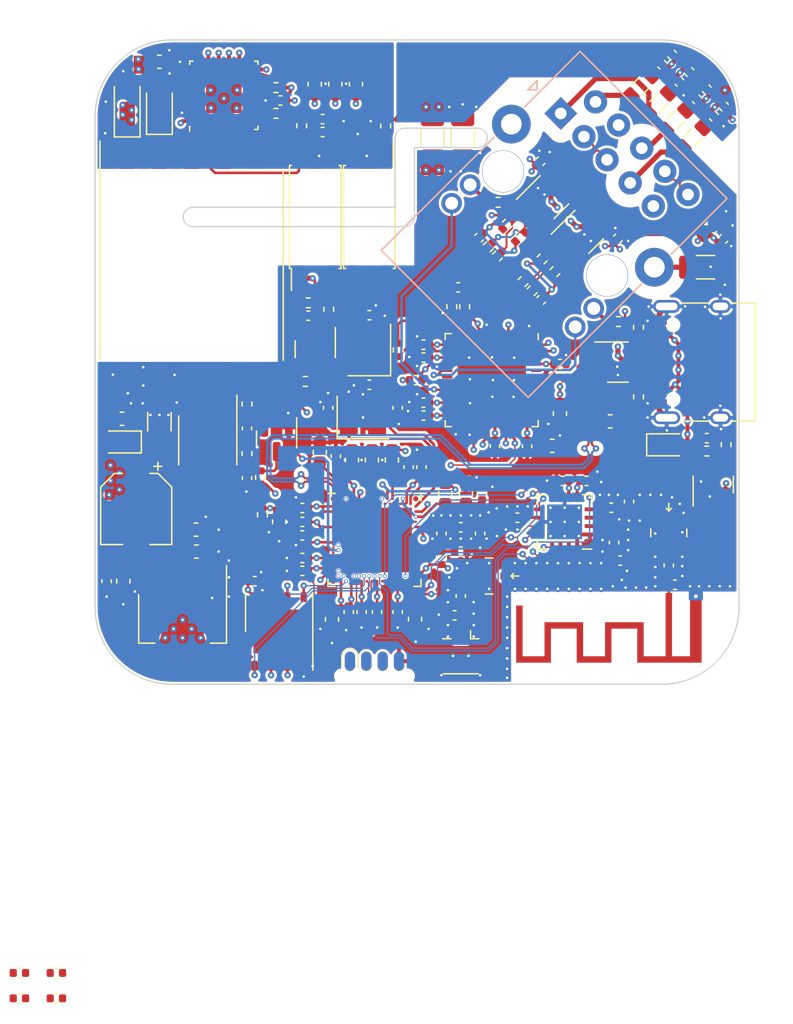
<source format=kicad_pcb>
(kicad_pcb (version 20211014) (generator pcbnew)
  (layers (0 "F.Cu" signal) (1 "In1.Cu" signal) (2 "In2.Cu" signal) (3 "In3.Cu" signal) (4 "In4.Cu" signal) (31 "B.Cu" signal) (34 "B.Paste" user) (35 "F.Paste" user) (36 "B.SilkS" user "B.Silkscreen") (37 "F.SilkS" user "F.Silkscreen") (38 "B.Mask" user) (39 "F.Mask" user) (44 "Edge.Cuts" user))
  (net 0 "")
  (net 1 "/~{RESET}")
  (net 2 "Net-(C24-Pad1)")
  (net 3 "Net-(C25-Pad1)")
  (net 4 "Net-(C34-Pad1)")
  (net 5 "Net-(C36-Pad1)")
  (net 6 "+1V2")
  (net 7 "Net-(C44-Pad2)")
  (net 8 "Net-(AE1-Pad1)")
  (net 9 "Net-(C48-Pad2)")
  (net 10 "Net-(C50-Pad2)")
  (net 11 "Net-(C54-Pad2)")
  (net 12 "/USENSE_USB")
  (net 13 "Net-(D5-Pad2)")
  (net 14 "+1V2A")
  (net 15 "Net-(C5-Pad1)")
  (net 16 "/W5100 + PoE/5V")
  (net 17 "Net-(C27-Pad1)")
  (net 18 "VBUS")
  (net 19 "Net-(J1-PadA5)")
  (net 20 "Net-(J1-PadB5)")
  (net 21 "Net-(R12-Pad1)")
  (net 22 "Net-(R12-Pad2)")
  (net 23 "Net-(R15-Pad2)")
  (net 24 "Net-(R16-Pad1)")
  (net 25 "Net-(J2-Pad13)")
  (net 26 "Net-(J2-Pad11)")
  (net 27 "/D+")
  (net 28 "/D-")
  (net 31 "/W5100 + PoE/ACT")
  (net 32 "Net-(C1-Pad1)")
  (net 34 "Net-(C28-Pad2)")
  (net 35 "/SPIM_CLK")
  (net 36 "/SPIM_MOSI")
  (net 37 "/SPIM_MISO")
  (net 44 "Net-(C8-Pad1)")
  (net 45 "Net-(C11-Pad1)")
  (net 49 "Net-(C9-Pad1)")
  (net 50 "Net-(C4-Pad1)")
  (net 51 "Net-(C13-Pad1)")
  (net 53 "Net-(D7-Pad1)")
  (net 54 "GND")
  (net 55 "Net-(FB4-Pad2)")
  (net 56 "+3V3A")
  (net 57 "/W5100 + PoE/RD+")
  (net 58 "/W5100 + PoE/RD-")
  (net 59 "/W5100 + PoE/TD+")
  (net 60 "/W5100 + PoE/TD-")
  (net 61 "+3V3")
  (net 62 "/W5100 + PoE/LINK")
  (net 63 "Net-(C30-Pad2)")
  (net 64 "Net-(C30-Pad1)")
  (net 65 "Net-(C14-Pad1)")
  (net 66 "Net-(C12-Pad1)")
  (net 68 "Net-(L1-Pad2)")
  (net 69 "/NFC2")
  (net 70 "/SWDIO")
  (net 77 "Net-(FB5-Pad2)")
  (net 78 "Net-(FB6-Pad2)")
  (net 79 "Net-(FB7-Pad2)")
  (net 80 "Net-(R11-Pad1)")
  (net 81 "Net-(R28-Pad2)")
  (net 82 "/~{ETH_CS}")
  (net 83 "/QSPI1")
  (net 87 "/QSPI2")
  (net 89 "/QSPI_CLK")
  (net 90 "/~{QSPI_CS}")
  (net 91 "/~{ETH_RST}")
  (net 95 "/FEM_MODE")
  (net 96 "/FEM_RXEN")
  (net 97 "Net-(C3-Pad1)")
  (net 98 "Net-(L3-Pad2)")
  (net 111 "/FEM_ANTSEL")
  (net 112 "/NFC1")
  (net 113 "/SWDCLK")
  (net 114 "/QSPI0")
  (net 117 "Earth")
  (net 118 "Net-(C63-Pad1)")
  (net 119 "Net-(C64-Pad1)")
  (net 120 "Net-(C65-Pad1)")
  (net 121 "Net-(L7-Pad2)")
  (net 122 "Net-(L8-Pad2)")
  (net 123 "/QSPI3")
  (net 124 "/~{ETH_INT}")
  (net 126 "/~{FEM_CS}")
  (net 127 "/FEM_TXEN")
  (net 128 "/~{FEM_PDN}")
  (net 129 "Net-(C68-Pad1)")
  (net 130 "/USENSE_POE")
  (net 131 "+5V")
  (net 132 "Net-(C61-Pad2)")
  (net 133 "Net-(C69-Pad2)")
  (net 134 "Net-(C73-Pad1)")
  (net 135 "Net-(C74-Pad1)")
  (net 136 "/W5100 + PoE/ESD_RD-")
  (net 137 "/W5100 + PoE/ESD_RD+")
  (net 138 "/W5100 + PoE/ESD_TD-")
  (net 139 "/W5100 + PoE/ESD_TD+")
  (net 140 "Net-(R28-Pad1)")
  (net 141 "/ESD_D+")
  (net 142 "/ESD_D-")
  (net 143 "/PLOSS")
  (net 145 "Net-(C31-Pad2)")
  (net 149 "/W5100 + PoE/CON_TD+")
  (net 150 "/W5100 + PoE/CON_TD-")
  (net 151 "/W5100 + PoE/CON_RD+")
  (net 152 "/W5100 + PoE/CON_RD-")
  (net 153 "Net-(D6-Pad1)")
  (net 154 "Net-(TP2-PadA)")
  (net 155 "Net-(TP1-PadA)")
  (footprint "Capacitor_SMD:C_0603_1608Metric" (layer "F.Cu") (at 170.8 109.2)
    (fp_text reference "C46" hide)
    (fp_text value "4u7")
  )
  (footprint "Resistor_SMD:R_0402_1005Metric" (layer "F.Cu") (at 142.6 111.7 90)
    (fp_text reference "R21" hide)
    (fp_text value "180k")
  )
  (footprint "Diode_SMD:D_PowerDI-123" (layer "F.Cu") (at 135.8 84.73 90)
    (fp_text reference "D6" hide)
    (fp_text value "DFLT30A")
  )
  (footprint "Resistor_SMD:R_0402_1005Metric" (layer "F.Cu") (at 143.65 113.55 90)
    (fp_text reference "R8" hide)
    (fp_text value "100k")
  )
  (footprint "Resistor_SMD:R_0402_1005Metric" (layer "F.Cu") (at 161.33209 95.660803 45)
    (fp_text reference "R18" hide)
    (fp_text value "3R3")
  )
  (footprint "Capacitor_SMD:C_0402_1005Metric" (layer "F.Cu") (at 178.863351 85.554163 -45)
    (fp_text reference "C49" hide)
    (fp_text value "1n")
  )
  (footprint "Capacitor_SMD:C_0402_1005Metric" (layer "F.Cu") (at 152.1 106.36 180)
    (fp_text reference "C25" hide)
    (fp_text value "10p")
  )
  (footprint "Resistor_SMD:R_0402_1005Metric" (layer "F.Cu") (at 165.517014 96.593036 -135)
    (fp_text reference "R29" hide)
    (fp_text value "49R9")
  )
  (footprint "Package_TO_SOT_SMD:SOT-23-6" (layer "F.Cu") (at 168.6 94.5 45)
    (fp_text reference "U11" hide)
    (fp_text value "USBLC6-2SC6")
  )
  (footprint "Inductor_SMD:L_0805_2012Metric" (layer "F.Cu") (at 174.55 84.493503 -135)
    (fp_text reference "FB4" hide)
    (fp_text value "330R")
  )
  (footprint "Capacitor_SMD:C_0402_1005Metric" (layer "F.Cu") (at 150.5 124 -90)
    (fp_text reference "C17" hide)
    (fp_text value "100n")
  )
  (footprint "Capacitor_SMD:C_0402_1005Metric" (layer "F.Cu") (at 143.2 121.6)
    (fp_text reference "C81" hide)
    (fp_text value "100n")
  )
  (footprint "Resistor_SMD:R_0402_1005Metric" (layer "F.Cu") (at 162.1 92.2)
    (fp_text reference "R25" hide)
    (fp_text value "330R")
  )
  (footprint "Capacitor_SMD:C_0603_1608Metric" (layer "F.Cu") (at 133 121.6 -90)
    (fp_text reference "C57" hide)
    (fp_text value "10u")
  )
  (footprint "Resistor_SMD:R_0402_1005Metric" (layer "F.Cu") (at 147.13 106.1)
    (fp_text reference "R10" hide)
    (fp_text value "12k1 1%")
  )
  (footprint "Capacitor_SMD:C_0603_1608Metric" (layer "F.Cu") (at 149.46 83.04 90)
    (fp_text reference "C33" hide)
    (fp_text value "1u")
  )
  (footprint "Capacitor_SMD:C_1206_3216Metric" (layer "F.Cu") (at 135.8 109.22 90)
    (fp_text reference "C27" hide)
    (fp_text value "100u")
  )
  (footprint "Capacitor_SMD:C_0603_1608Metric" (layer "F.Cu") (at 138.65 117.6)
    (fp_text reference "C70" hide)
    (fp_text value "1u")
  )
  (footprint "Capacitor_SMD:C_0402_1005Metric" (layer "F.Cu") (at 146.9 119.8 180)
    (fp_text reference "C22" hide)
    (fp_text value "100n")
  )
  (footprint "Capacitor_SMD:C_0402_1005Metric" (layer "F.Cu") (at 156.15 112.75 90)
    (fp_text reference "C83" hide)
    (fp_text value "100n")
  )
  (footprint "Capacitor_SMD:C_0402_1005Metric" (layer "F.Cu") (at 146.9 115.925 180)
    (fp_text reference "C15" hide)
    (fp_text value "100n")
  )
  (footprint "Diode_SMD:D_SOD-123" (layer "F.Cu") (at 133.3 84.88 90)
    (fp_text reference "D5" hide)
    (fp_text value "1N4148W")
  )
  (footprint "Capacitor_SMD:C_0402_1005Metric" (layer "F.Cu") (at 152.7 124 -90)
    (fp_text reference "C20" hide)
    (fp_text value "100n")
  )
  (footprint "Resistor_SMD:R_0402_1005Metric" (layer "F.Cu") (at 164.739197 99.067909 45)
    (fp_text reference "R19" hide)
    (fp_text value "3R3")
  )
  (footprint "Package_DFN_QFN:Nordic_AQFN-94-1EP_7x7mm_P0.4mm" (layer "F.Cu") (at 152.5 118.4)
    (fp_text reference "U1" hide)
    (fp_text value "nRF5340-QKxx")
  )
  (footprint "Package_SO:SO-4_7.6x3.6mm_P2.54mm" (layer "F.Cu") (at 147.9 93.34 90)
    (fp_text reference "U5" hide)
    (fp_text value "VO618A")
  )
  (footprint "Resistor_SMD:R_0402_1005Metric" (layer "F.Cu") (at 164.03209 98.360803 45)
    (fp_text reference "R20" hide)
    (fp_text value "3R3")
  )
  (footprint "Capacitor_SMD:C_0402_1005Metric" (layer "F.Cu") (at 159.2 117.42 180)
    (fp_text reference "L2" hide)
    (fp_text value "2n2")
  )
  (footprint "Capacitor_SMD:C_0402_1005Metric" (layer "F.Cu") (at 148.9 108.15 90)
    (fp_text reference "C9" hide)
    (fp_text value "10p")
  )
  (footprint "Capacitor_SMD:C_0402_1005Metric" (layer "F.Cu") (at 142.6 113.59 -90)
    (fp_text reference "C2" hide)
    (fp_text value "100n")
  )
  (footprint "Capacitor_SMD:C_0402_1005Metric" (layer "F.Cu") (at 155.15 112.75 90)
    (fp_text reference "C8" hide)
    (fp_text value "100n")
  )
  (footprint "Capacitor_SMD:C_0402_1005Metric" (layer "F.Cu") (at 131.7 121.6 -90)
    (fp_text reference "C7" hide)
    (fp_text value "100n")
  )
  (footprint "Capacitor_SMD:C_0603_1608Metric" (layer "F.Cu") (at 135.8 81.3)
    (fp_text reference "C32" hide)
    (fp_text value "1u")
  )
  (footprint "Capacitor_SMD:C_0402_1005Metric" (layer "F.Cu") (at 148.47 85.75)
    (fp_text reference "C36" hide)
    (fp_text value "100n")
  )
  (footprint "Capacitor_SMD:C_0402_1005Metric" (layer "F.Cu") (at 149.5 111.9 90)
    (fp_text reference "C84" hide)
    (fp_text value "100n")
  )
  (footprint "Capacitor_SMD:C_0402_1005Metric" (layer "F.Cu") (at 178.297666 83.432843 -45)
    (fp_text reference "C50" hide)
    (fp_text value "1n")
  )
  (footprint "Capacitor_SMD:C_0402_1005Metric" (layer "F.Cu") (at 178.3 110.5 180)
    (fp_text reference "C23" hide)
    (fp_text value "100n")
  )
  (footprint "Capacitor_SMD:C_0603_1608Metric" (layer "F.Cu") (at 138.6725 119.3)
    (fp_text reference "C58" hide)
    (fp_text value "10u")
  )
  (footprint "Resistor_SMD:R_0402_1005Metric" (layer "F.Cu") (at 154.34 103.66 -90)
    (fp_text reference "R7" hide)
    (fp_text value "1M")
  )
  (footprint "Package_TO_SOT_SMD:SOT-23" (layer "F.Cu") (at 144.9 110.6 -90)
    (fp_text reference "D4" hide)
    (fp_text value "BAV99")
  )
  (footprint "Capacitor_SMD:C_0402_1005Metric" (layer "F.Cu") (at 167.1075 113.82 180)
    (fp_text reference "C67" hide)
    (fp_text value "10u")
  )
  (footprint "Capacitor_SMD:C_0402_1005Metric" (layer "F.Cu") (at 124.93 152)
    (fp_text reference "C80" hide)
    (fp_text value "TBD")
  )
  (footprint "Capacitor_SMD:C_0402_1005Metric" (layer "F.Cu") (at 154.3 124 -90)
    (fp_text reference "C21" hide)
    (fp_text value "100n")
  )
  (footprint "Capacitor_SMD:C_0603_1608Metric" (layer "F.Cu") (at 148.25 111.6 90)
    (fp_text reference "C3" hide)
    (fp_text value "4u7")
  )
  (footprint "Capacitor_SMD:C_0402_1005Metric" (layer "F.Cu") (at 172.2625 115.42 90)
    (fp_text reference "C65" hide)
    (fp_text value "2p")
  )
  (footprint "Capacitor_SMD:C_0402_1005Metric" (layer "F.Cu") (at 171.1 118.6 90)
    (fp_text reference "L7" hide)
    (fp_text value "1n9")
  )
  (footprint "Capacitor_SMD:C_0402_1005Metric" (layer "F.Cu") (at 155.7 106)
    (fp_text reference "FB2" hide)
    (fp_text value "TBD")
  )
  (footprint "Capacitor_SMD:C_0402_1005Metric" (layer "F.Cu") (at 176.954163 82.08934 135)
    (fp_text reference "C54" hide)
    (fp_text value "1n")
  )
  (footprint "RF_Antenna:Texas_SWRA117D_2.4GHz_Right" (layer "F.Cu") (at 175.35 122.775 180)
    (fp_text reference "AE1" hide)
    (fp_text value "SWRA117D")
  )
  (footprint "Resistor_SMD:R_0402_1005Metric" (layer "F.Cu") (at 142.6 107.85 90)
    (fp_text reference "R27" hide)
    (fp_text value "10R")
  )
  (footprint "Capacitor_SMD:C_1206_3216Metric" (layer "F.Cu") (at 157 87.2 90)
    (fp_text reference "C28" hide)
    (fp_text value "1n 3kV")
  )
  (footprint "Capacitor_SMD:C_0603_1608Metric" (layer "F.Cu") (at 166.9 108.6 -90)
    (fp_text reference "C52" hide)
    (fp_text value "10u")
  )
  (footprint "Capacitor_SMD:C_0603_1608Metric" (layer "F.Cu") (at 150.75 112.2 90)
    (fp_text reference "C14" hide)
    (fp_text value "1u")
  )
  (footprint "Capacitor_SMD:C_0402_1005Metric" (layer "F.Cu") (at 174.832843 81.523655 135)
    (fp_text reference "C45" hide)
    (fp_text value "1n")
  )
  (footprint "Resistor_SMD:R_0402_1005Metric" (layer "F.Cu") (at 146.85 86.26 90)
    (fp_text reference "R14" hide)
    (fp_text value "4k99 1%")
  )
  (footprint "Capacitor_SMD:C_0402_1005Metric" (layer "F.Cu") (at 170.8825 115.9 180)
    (fp_text reference "L8" hide)
    (fp_text value "1n9")
  )
  (footprint "Capacitor_SMD:C_0402_1005Metric" (layer "F.Cu") (at 166.9 105.8)
    (fp_text reference "FB1" hide)
    (fp_text value "TBD")
  )
  (footprint "Diode_SMD:D_SOD-323F" (layer "F.Cu") (at 175.135 111.02)
    (fp_text reference "D3" hide)
    (fp_text value "PMEG3010EJ")
  )
  (footprint "Connector_USB:USB_C_Receptacle_XKB_U262-16XN-4BVC11" (layer "F.Cu") (at 178.285 104.6 90)
    (fp_text reference "J1" hide)
    (fp_text value "USB_C_Receptacle_USB2.0")
  )
  (footprint "Capacitor_SMD:C_0402_1005Metric" (layer "F.Cu") (at 156.3 104.25 180)
    (fp_text reference "C53" hide)
    (fp_text value "100n")
  )
  (footprint "Resistor_SMD:R_0402_1005Metric" (layer "F.Cu") (at 173 101.9 90)
    (fp_text reference "R6" hide)
    (fp_text value "5k1")
  )
  (footprint "Resistor_SMD:R_0402_1005Metric" (layer "F.Cu") (at 166.506964 97.582985 -135)
    (fp_text reference "R24" hide)
    (fp_text value "49R9")
  )
  (footprint "Package_DFN_QFN:QFN-48-1EP_7x7mm_P0.5mm_EP5.3x5.3mm" (layer "F.Cu") (at 161.6 106 -90)
    (fp_text reference "U3" hide)
    (fp_text value "W5100S")
  )
  (footprint "Capacitor_SMD:C_0402_1005Metric" (layer "F.Cu") (at 156.3 108.75 180)
    (fp_text reference "C43" hide)
    (fp_text value "100n")
  )
  (footprint "Resistor_SMD:R_0402_1005Metric" (layer "F.Cu") (at 159.5 100.3 90)
    (fp_text reference "R12" hide)
    (fp_text value "300R 1%")
  )
  (footprint "Diode_SMD:D_SOD-323F" (layer "F.Cu") (at 132.9 110.8 180)
    (fp_text reference "D2" hide)
    (fp_text value "PMEG3010EJ")
  )
  (footprint "Inductor_SMD:L_0603_1608Metric" (layer "F.Cu") (at 158 114.8 90)
    (fp_text reference "L1" hide)
    (fp_text value "10u")
  )
  (footprint "skyworks:Skyworks_QFN-20_1EP5x5mm_P0.8mm_EP2.7x2.7mm" (layer "F.Cu") (at 140.8 83.9 90)
    (fp_text reference "U6" hide)
    (fp_text value "SI3402")
  )
  (footprint "Resistor_SMD:R_0402_1005Metric" (layer "F.Cu") (at 143.8 116.45 90)
    (fp_text reference "R1" hide)
    (fp_text value "2R2")
  )
  (footprint "soicbite:SOIC_clipProgSmall" (layer "F.Cu") (at 152.5 127.06 180)
    (fp_text reference "J4" hide)
    (fp_text value "Programming header")
  )
  (footprint "Capacitor_SMD:C_0402_1005Metric" (layer "F.Cu") (at 156.3 107.75 180)
    (fp_text reference "C40" hide)
    (fp_text value "100n")
  )
  (footprint "Capacitor_SMD:C_0603_1608Metric" (layer "F.Cu") (at 155.65 124.55 -90)
    (fp_text reference "C72" hide)
    (fp_text value "1u")
  )
  (footprint "Capacitor_SMD:C_0402_1005Metric" (layer "F.Cu") (at 148.47 86.75)
    (fp_text reference "C34" hide)
    (fp_text value "15n")
  )
  (footprint "Capacitor_SMD:CP_Elec_5x5.3" (layer "F.Cu") (at 134 116 -90)
    (fp_text reference "C26" hide)
    (fp_text value "220u")
  )
  (footprint "Capacitor_SMD:C_0402_1005Metric" (layer "F.Cu") (at 157.7 117.9 -90)
    (fp_text reference "C13" hide)
    (fp_text value "0p7")
  )
  (footprint "Resistor_SMD:R_0402_1005Metric" (layer "F.Cu") (at 144.85 85.3 180)
    (fp_text reference "R15" hide)
    (fp_text value "24k3 1%")
  )
  (footprint "Capacitor_SMD:C_0402_1005Metric" (layer "F.Cu") (at 166.9 104.75)
    (fp_text reference "C38" hide)
    (fp_text value "100n")
  )
  (footprint "Capacitor_SMD:C_0603_1608Metric" (layer "F.Cu") (at 149.2 124.57 -90)
    (fp_text reference "C71" hide)
    (fp_text value "1u")
  )
  (footprint "Capacitor_SMD:C_0402_1005Metric" (layer "F.Cu") (at 160.85 114.8 90)
    (fp_text reference "C11" hide)
    (fp_text value "2n2")
  )
  (footprint "Resistor_SMD:R_0402_1005Metric" (layer "F.Cu") (at 178.3 111.5)
    (fp_text reference "R3" hide)
    (fp_text value "100k")
  )
  (footprint "Inductor_SMD:L_0805_2012Metric" (layer "F.Cu") (at 175.893503 85.837006 -135)
    (fp_text reference "FB5" hide)
    (fp_text value "330R")
  )
  (footprint "Capacitor_SMD:C_0402_1005Metric" (layer "F.Cu") (at 145.2 84.3 180)
    (fp_text reference "C37" hide)
    (fp_text value "100n")
  )
  (footprint "Connector_Coaxial:U.FL_Hirose_U.FL-R-SMT-1_Vertical" (layer "F.Cu") (at 159.2 126.95 -90)
    (fp_text reference "J3" hide)
    (fp_text value "ANT2")
  )
  (footprint "Capacitor_SMD:C_0603_1608Metric" (layer "F.Cu") (at 132.9 109)
    (fp_text reference "L4" hide)
    (fp_text value "1u")
  )
  (footprint "Capacitor_SMD:C_0603_1608Metric" (layer "F.Cu") (at 145.1 117 -90)
    (fp_text reference "C1" hide)
    (fp_text value "4u7")
  )
  (footprint "Capacitor_SMD:C_0402_1005Metric" (layer "F.Cu") (at 127.8 152)
    (fp_text reference "C79" hide)
    (fp_text value "TBD")
  )
  (footprint "Capacitor_SMD:C_0603_1608Metric" (layer "F.Cu") (at 178.6 94.2 45)
    (fp_text reference "C59" hide)
    (fp_text value "1u")
  )
  (footprint "Capacitor_SMD:C_1206_3216Metric" (layer "F.Cu") (at 178.2 97.236789 180)
    (fp_text reference "C61" hide)
    (fp_text value "1n 3kV")
  )
  (footprint "Capacitor_SMD:C_0402_1005Metric" (layer "F.Cu") (at 159.2 122.75 90)
    (fp_text reference "L6" hide)
    (fp_text value "3n")
  )
  (footprint "Resistor_SMD:R_0402_1005Metric" (layer "F.Cu") (at 158.5 100.3 -90)
    (fp_text reference "R13" hide)
    (fp_text value "12k 1%")
  )
  (footprint "Capacitor_SMD:C_1206_3216Metric" (layer "F.Cu") (at 159.35 87.2 90)
    (fp_text reference "C29" hide)
    (fp_text value "1n 3kV")
  )
  (footprint "Package_SON:WSON-8-1EP_6x5mm_P1.27mm_EP3.4x4mm" (layer "F.Cu") (at 145.1 125.5 90)
    (fp_text reference "U12" hide)
    (fp_text value "MX25R3235FZNxx0")
  )
  (footprint "Capacitor_SMD:C_0402_1005Metric" (layer "F.Cu") (at 164.35 111.131151 -90)
    (fp_text reference "C41" hide)
    (fp_text value "100n")
  )
  (footprint "coilcraft:Transformer_Coilcraft_Si3402" (layer "F.Cu") (at 138.3 97.1 -90)
    (fp_text reference "T1" hide)
    (fp_text value "FA2805")
  )
  (footprint "Inductor_SMD:L_0603_1608Metric" (layer "F.Cu") (at 153.85 112.2 90)
    (fp_text reference "L3" hide)
    (fp_text value "10u")
  )
  (footprint "Capacitor_SMD:C_0603_1608Metric" (layer "F.Cu") (at 166.3 111.1)
    (fp_text reference "C47" hide)
    (fp_text value "4u7")
  )
  (footprint "Capacitor_SMD:C_0402_1005Metric" (layer "F.Cu") (at 142.6 109.75 90)
    (fp_text reference "C69" hide)
    (fp_text value "470p")
  )
  (footprint "Capacitor_SMD:C_0603_1608Metric" (layer "F.Cu") (at 147.86 83.04 90)
    (fp_text reference "C31" hide)
    (fp_text value "10u")
  )
  (footprint "Capacitor_SMD:C_0402_1005Metric" (layer "F.Cu") (at 156.3 103.25 180)
    (fp_text reference "C42" hide)
    (fp_text value "100n")
  )
  (footprint "Capacitor_SMD:C_0402_1005Metric" (layer "F.Cu") (at 161.85 111.122283 -90)
    (fp_text reference "C39" hide)
    (fp_text value "100n")
  )
  (footprint "Capacitor_SMD:C_0402_1005Metric" (layer "F.Cu") (at 163.6 116.675 180)
    (fp_text reference "C68" hide)
    (fp_text value "1p")
  )
  (footprint "Capacitor_SMD:C_0402_1005Metric" (layer "F.Cu") (at 160.618426 94.947138 -135)
    (fp_text reference "C73" hide)
    (fp_text value "100n")
  )
  (footprint "Crystal:Crystal_SMD_3225-4Pin_3.2x2.5mm" (layer "F.Cu") (at 151.6 108.9)
    (fp_text reference "Y1" hide)
    (fp_text value "32MHz")
  )
  (footprint "Package_TO_SOT_SMD:SOT-23-6" (layer "F.Cu") (at 165.9 91.8 45)
    (fp_text reference "U10" hide)
    (fp_text value "USBLC6-2SC6")
  )
  (footprint "Capacitor_SMD:C_0402_1005Metric" (layer "F.Cu") (at 152.1 100.96)
    (fp_text reference "C24" hide)
    (fp_text value "10p")
  )
  (footprint "Capacitor_SMD:C_0402_1005Metric" (layer "F.Cu") (at 165.446304 99.775016 -135)
    (fp_text reference "C74" hide)
    (fp_text value "100n")
  )
  (footprint "Capacitor_SMD:C_0402_1005Metric" (layer "F.Cu") (at 176.176346 82.867158 -45)
    (fp_text reference "C55" hide)
    (fp_text value "1n")
  )
  (footprint "Capacitor_SMD:C_0402_1005Metric" (layer "F.Cu") (at 177.519848 84.21066 135)
    (fp_text reference "C51" hide)
    (fp_text value "1n")
  )
  (footprint "Inductor_SMD:L_0805_2012Metric" (layer "F.Cu") (at 177.237006 87.180509 -135)
    (fp_text reference "FB6" hide)
    (fp_text value "330R")
  )
  (footprint "Resistor_SMD:R_0402_1005Metric" (layer "F.Cu") (at 144.85 83.3)
    (fp_text reference "R16" hide)
    (fp_text value "75R 1%")
  )
  (footprint "Capacitor_SMD:C_0603_1608Metric" (layer "F.Cu") (at 152.3 112.2 90)
    (fp_text reference "C12" hide)
    (fp_text value "1u")
  )
  (footprint "Package_TO_SOT_SMD:SOT-223-3_TabPin2" (layer "F.Cu") (at 137.6 124.5 -90)
    (fp_text reference "U9" hide)
    (fp_text value "AMS1117-3.3")
  )
  (footprint "Capacitor_SMD:C_0402_1005Metric" (layer "F.Cu") (at 124.93 153.97)
    (fp_text reference "C78" hide)
    (fp_text value "TBD")
  )
  (footprint "Resistor_SMD:R_0402_1005Metric" (layer "F.Cu") (at 171.438016 101.454277)
    (fp_text reference "R26" hide)
    (fp_text value "330R")
  )
  (footprint "Package_TO_SOT_SMD:Nexperia_CFP15_SOT-1289" (layer "F.Cu") (at 139.556 110.67 90)
    (fp_text reference "D7" hide)
    (fp_text value "PMEG045T100EPD")
  )
  (footprint "Capacitor_SMD:C_0402_1005Metric" (layer "F.Cu") (at 154.3 108.15 -90)
    (fp_text reference "C4" hide)
    (fp_text value "10p")
  )
  (footprint "Capacitor_SMD:C_0402_1005Metric" (layer "F.Cu") (at 127.8 153.97)
    (fp_text reference "C77" hide)
    (fp_text value "TBD")
  )
  (footprint "Resistor_SMD:R_0402_1005Metric" (layer "F.Cu") (at 153.37 86.28 90)
    (fp_text reference "R28" hide)
    (fp_text value "R")
  )
  (footprint "Capacitor_SMD:C_0402_1005Metric" (layer "F.Cu") (at 165.4 89 -135)
    (fp_text reference "C75" hide)
    (fp_text value "100n")
  )
  (footprint "Capacitor_SMD:C_0402_1005Metric" (layer "F.Cu") (at 160.7 117.9 -90)
    (fp_text reference "C5" hide)
    (fp_text value "DNP")
  )
  (footprint "Package_TO_SOT_SMD:SOT-23" (layer "F.Cu") (at 178.8 114.1 90)
    (fp_text reference "D1" hide)
    (fp_text value "BAV99")
  )
  (footprint "Capacitor_SMD:C_0402_1005Metric" (layer "F.Cu") (at 159 98.8 180)
    (fp_text reference "C56" hide)
    (fp_text value "100n")
  )
  (footprint "Resistor_SMD:R_0402_1005Metric" (layer "F.Cu") (at 157.7 119.8 90)
    (fp_text reference "R2" hide)
    (fp_text value "10k")
  )
  (footprint "Capacitor_SMD:C_0402_1005Metric" (layer "F.Cu") (at 179.641169 84.776346 135)
    (fp_text reference "C48" hide)
    (fp_text value "1n")
  )
  (footprint "Package_SO:SO-4_7.6x3.6mm_P2.54mm" (layer "F.Cu") (at 152.1 93.34 -90)
    (fp_text reference "U8" hide)
    (fp_text value "VO618A")
  )
  (footprint "Resistor_SMD:R_0402_1005Metric" (layer "F.Cu") (at 179.8 111 90)
    (fp_text reference "R4" hide)
    (fp_text value "180k")
  )
  (footprint "Resistor_SMD:R_0402_1005Metric" (layer "F.Cu") (at 148.95 100.5 -90)
    (fp_text reference "R11" hide)
    (fp_text value "2k2")
  )
  (footprint "Capacitor_SMD:C_0402_1005Metric" (layer "F.Cu") (at 171.58 120)
    (fp_text reference "C64" hide)
    (fp_text value "2p")
  )
  (footprint "Capacitor_SMD:C_0402_1005Metric" (layer "F.Cu") (at 168.9625 113.82)
    (fp_text reference "C66" hide)
    (fp_text value "100n")
  )
  (footprint "Capacitor_SMD:C_0402_1005Metric" (layer "F.Cu") (at 158.72 124.25 180)
    (fp_text reference "C63" hide)
    (fp_text value "1p")
  )
  (footprint "Crystal:Crystal_SMD_3225-4Pin_3.2x2.5mm" (layer "F.Cu") (at 152.1 103.66 90)
    (fp_text reference "Y2" hide)
    (fp_text value "25MHz")
  )
  (footprint "Capacitor_SMD:C_0402_1005Metric" (layer "F.Cu") (at 146.9 117 180)
    (fp_text reference "C19" hide)
    (fp_text value "100n")
  )
  (footprint "Capacitor_SMD:C_0402_1005Metric" (layer "F.Cu") (at 146.9 118.05 180)
    (fp_text reference "C82" hide)
    (fp_text value "100n")
  )
  (footprint "Resistor_SMD:R_0402_1005Metric" (layer "F.Cu") (at 162.051281 96.370012 45)
    (fp_text reference "R17" hide)
    (fp_text value "3R3")
  )
  (footprint "Package_TO_SOT_SMD:SOT-23" (layer "F.Cu") (at 147.9 103.6 -90)
    (fp_text reference "U4" hide)
    (fp_text value "TLV431DBZ")
  )
  (footprint "Capacitor_SMD:C_0402_1005Metric" (layer "F.Cu") (at 175.829999 121.875001)
    (fp_text reference "C62" hide)
    (fp_text value "1p")
  )
  (footprint "Capacitor_SMD:C_0603_1608Metric" (layer "F.Cu") (at 159.6 114.8 90)
    (fp_text reference "C6" hide)
    (fp_text value "1u")
  )
  (footprint "murrata:MM8130-2600" (layer "F.Cu") (at 161.4 121.2 -90)
    (fp_text reference "TP1" hide)
    (fp_text value "MM8130-2600")
  )
  (footprint "Package_TO_SOT_SMD:SOT-23-6" (layer "F.Cu") (at 171.4 104.6)
    (fp_text reference "U2" hide)
    (fp_text value "USBLC6-2SC6")
  )
  (footprint "Resistor_SMD:R_0402_1005Metric" (layer "F.Cu") (at 147.36 100 180)
    (fp_text reference "R9" hide)
    (fp_text value "36k5 1%")
  )
  (footprint "Capacitor_SMD:C_0402_1005Metric" (layer "F.Cu") (at 175.61066 80.745837 -45)
    (fp_text reference "C44" hide)
    (fp_text value "1n")
  )
  (footprint "murrata:MM8130-2600" (layer "F.Cu") (at 175.35 117.847204)
    (fp_text reference "TP2" hide)
    (fp_text value "MM8130-2600")
  )
  (footprint "Capacitor_SMD:C_0402_1005Metric" (layer "F.Cu") (at 159.2 119.3)
    (fp_text reference "C10" hide)
    (fp_text value "100n")
  )
  (footprint "Capacitor_SMD:C_0402_1005Metric" (layer "F.Cu") (at 146.9 120.8 180)
    (fp_text reference "C16" hide)
    (fp_text value "100n")
  )
  (footprint "Resistor_SMD:R_0402_1005Metric" (layer "F.Cu") (at 162.817015 93.893036 -135)
    (fp_text reference "R22" hide)
    (fp_text value "49R9")
  )
  (footprint "Inductor_SMD:L_0805_2012Metric" (layer "F.Cu") (at 173.206497 83.15 -135)
    (fp_text reference "FB7" hide)
    (fp_text value "330R")
  )
  (footprint "Capacitor_SMD:C_0402_1005Metric" (layer "F.Cu") (at 171.4 95 -135)
    (fp_text reference "C76" hide)
    (fp_text value "100n")
  )
  (footprint "Package_DFN_QFN:QFN-16-1EP_4x4mm_P0.65mm_EP2.7x2.7mm_ThermalVias" (layer "F.Cu") (at 167.2625 117 180)
    (fp_text reference "U7" hide)
    (fp_text value "nRF21540")
  )
  (footprint "Capacitor_SMD:C_0402_1005Metric" (layer "F.Cu") (at 147.36 101)
    (fp_text reference "C30" hide)
    (fp_text value "10n")
  )
  (footprint "Resistor_SMD:R_0402_1005Metric" (layer "F.Cu") (at 173 107.3 -90)
    (fp_text reference "R5" hide)
    (fp_text value "5k1")
  )
  (footprint "Capacitor_SMD:C_0402_1005Metric" (layer "F.Cu") (at 151.5 124 -90)
    (fp_text reference "C18" hide)
    (fp_text value "100n")
  )
  (footprint "Capacitor_SMD:C_0603_1608Metric" (layer "F.Cu") (at 151.06 83.04 90)
    (fp_text reference "C35" hide)
    (fp_text value "1u")
  )
  (footprint "Capacitor_SMD:C_0402_1005Metric" (layer "F.Cu") (at 175.35 120.375 90)
    (fp_text reference "L5" hide)
    (fp_text value "3n")
  )
  (footprint "Capacitor_SMD:C_0402_1005Metric" (layer "F.Cu") (at 179.58995 95.048529 45)
    (fp_text reference "C60" hide)
    (fp_text value "100n")
  )
  (footprint "Resistor_SMD:R_0402_1005Metric" (layer "F.Cu") (at 163.806964 94.882985 -135)
    (fp_text reference "R23" hide)
    (fp_text value "49R9")
  )
  (footprint "abracon:ARJM11C7-114-BA-EW2" (layer "B.Cu") (at 166.518917 93.842676 135)
    (fp_text reference "J2" hide)
    (fp_text value "ARJM11C7-114-BA-EW2")
  )
  (footprint "abracon:ARJM11C7-114-BA-EW2" (layer "B.Cu") (at 166.518917 93.842676 135)
    (fp_text reference "J2" hide)
    (fp_text value "ARJM11C7-114-BA-EW2")
  )
  (gr_arc (start 180.8 123.6) (mid 179.042641 127.842641) (end 174.8 129.6) (layer "Edge.Cuts") (width 0.1))
  (gr_arc (start 174.8 79.6) (mid 179.042641 81.357359) (end 180.8 85.6) (layer "Edge.Cuts") (width 0.1))
  (gr_line (start 138.4 92.59) (end 154.1 92.59) (layer "Edge.Cuts") (width 0.1))
  (gr_line (start 138.4 94.09) (end 154.85 94.09) (layer "Edge.Cuts") (width 0.1))
  (gr_line locked (start 130.8 85.6) (end 130.8 123.6) (layer "Edge.Cuts") (width 0.1))
  (gr_line (start 180.8 123.6) (end 180.8 85.6) (layer "Edge.Cuts") (width 0.1))
  (gr_line (start 155.6 93.34) (end 155.6 87.95) (layer "Edge.Cuts") (width 0.1))
  (gr_arc (start 136.8 129.6) (mid 132.557359 127.842641) (end 130.8 123.6) (layer "Edge.Cuts") (width 0.1))
  (gr_arc (start 138.4 94.09) (mid 137.65 93.34) (end 138.4 92.59) (layer "Edge.Cuts") (width 0.1))
  (gr_line (start 136.8 79.6) (end 174.8 79.6) (layer "Edge.Cuts") (width 0.1))
  (gr_arc (start 154.1 87.2) (mid 154.31967 86.66967) (end 154.85 86.45) (layer "Edge.Cuts") (width 0.1))
  (gr_line (start 160.51 86.45) (end 154.85 86.45) (layer "Edge.Cuts") (width 0.1))
  (gr_arc (start 160.51 86.45) (mid 161.26 87.2) (end 160.51 87.95) (layer "Edge.Cuts") (width 0.1))
  (gr_arc (start 155.6 93.34) (mid 155.38033 93.87033) (end 154.85 94.09) (layer "Edge.Cuts") (width 0.1))
  (gr_line locked (start 174.8 129.6) (end 136.8 129.6) (layer "Edge.Cuts") (width 0.1))
  (gr_line (start 154.1 87.2) (end 154.1 92.59) (layer "Edge.Cuts") (width 0.1))
  (gr_line (start 155.6 87.95) (end 160.51 87.95) (layer "Edge.Cuts") (width 0.1))
  (gr_arc (start 130.8 85.6) (mid 132.557359 81.357359) (end 136.8 79.6) (layer "Edge.Cuts") (width 0.1))
  (segment (start 157.7 119.29) (end 158.71 119.29) (width 0.2) (layer "F.Cu") (net 1))
  (segment (start 158.71 119.29) (end 158.72 119.3) (width 0.2) (layer "F.Cu") (net 1))
  (segment (start 157.11 119.29) (end 157.7 119.29) (width 0.2) (layer "F.Cu") (net 1))
  (segment (start 155.7 119.8) (end 156.6 119.8) (width 0.2) (layer "F.Cu") (net 1))
  (segment (start 156.6 119.8) (end 157.11 119.29) (width 0.2) (layer "F.Cu") (net 1))
  (segment (start 159.35 101.65) (end 159.1 101.4) (width 0.2) (layer "F.Cu") (net 2))
  (segment (start 151.25 102.56) (end 152.39 103.7) (width 0.2) (layer "F.Cu") (net 2))
  (segment (start 151.25 101.33) (end 151.62 100.96) (width 0.2) (layer "F.Cu") (net 2))
  (segment (start 151.25 102.56) (end 151.25 101.33) (width 0.2) (layer "F.Cu") (net 2))
  (segment (start 153.79 103.7) (end 154.34 103.15) (width 0.2) (layer "F.Cu") (net 2))
  (segment (start 159.35 102.55) (end 159.35 101.65) (width 0.2) (layer "F.Cu") (net 2))
  (segment (start 154.34 101.66) (end 154.34 103.15) (width 0.2) (layer "F.Cu") (net 2))
  (segment (start 154.6 101.4) (end 154.34 101.66) (width 0.2) (layer "F.Cu") (net 2))
  (segment (start 152.39 103.7) (end 153.79 103.7) (width 0.2) (layer "F.Cu") (net 2))
  (segment (start 159.1 101.4) (end 154.6 101.4) (width 0.2) (layer "F.Cu") (net 2))
  (segment (start 153.75 104.76) (end 154.34 104.17) (width 0.2) (layer "F.Cu") (net 3))
  (segment (start 152.95 104.76) (end 153.75 104.76) (width 0.2) (layer "F.Cu") (net 3))
  (segment (start 155 103.51) (end 154.34 104.17) (width 0.2) (layer "F.Cu") (net 3))
  (segment (start 152.95 104.76) (end 152.95 105.99) (width 0.2) (layer "F.Cu") (net 3))
  (segment (start 152.95 105.99) (end 152.58 106.36) (width 0.2) (layer "F.Cu") (net 3))
  (segment (start 158.85 102.55) (end 158.85 101.85) (width 0.2) (layer "F.Cu") (net 3))
  (segment (start 158.85 101.85) (end 158.7 101.7) (width 0.2) (layer "F.Cu") (net 3))
  (segment (start 158.7 101.7) (end 155.4 101.7) (width 0.2) (layer "F.Cu") (net 3))
  (segment (start 155.4 101.7) (end 155 102.1) (width 0.2) (layer "F.Cu") (net 3))
  (segment (start 155 102.1) (end 155 103.51) (width 0.2) (layer "F.Cu") (net 3))
  (segment (start 147.95 86.77) (end 147.97 86.75) (width 0.2) (layer "F.Cu") (net 4))
  (segment (start 146.485 89.915) (end 146.63 89.77) (width 0.2) (layer "F.Cu") (net 4))
  (segment (start 146.85 88.33) (end 146.85 86.77) (width 0.2) (layer "F.Cu") (net 4))
  (segment (start 146.63 89.77) (end 146.63 88.55) (width 0.2) (layer "F.Cu") (net 4))
  (segment (start 139.6 86.25) (end 139.6 89.399869) (width 0.2) (layer "F.Cu") (net 4))
  (segment (start 146.63 88.55) (end 146.85 88.33) (width 0.2) (layer "F.Cu") (net 4))
  (segment (start 140.115131 89.915) (end 146.485 89.915) (width 0.2) (layer "F.Cu") (net 4))
  (segment (start 139.6 89.399869) (end 140.115131 89.915) (width 0.2) (layer "F.Cu") (net 4))
  (segment (start 146.85 86.77) (end 147.95 86.77) (width 0.2) (layer "F.Cu") (net 4))
  (segment (start 141.2 87) (end 141.4 87.2) (width 0.2) (layer "F.Cu") (net 5))
  (segment (start 141.2 86.25) (end 141.2 87) (width 0.2) (layer "F.Cu") (net 5))
  (segment (start 141.4 87.2) (end 145.9 87.2) (width 0.2) (layer "F.Cu") (net 5))
  (segment (start 146.1 85.9) (end 146.25 85.75) (width 0.2) (layer "F.Cu") (net 5))
  (segment (start 145.9 87.2) (end 146.1 87) (width 0.2) (layer "F.Cu") (net 5))
  (segment (start 146.1 87) (end 146.1 85.9) (width 0.2) (layer "F.Cu") (net 5))
  (segment (start 147.97 85.75) (end 146.85 85.75) (width 0.2) (layer "F.Cu") (net 5))
  (segment (start 146.25 85.75) (end 146.85 85.75) (width 0.2) (layer "F.Cu") (net 5))
  (segment (start 157.28 103.75) (end 156.78 103.25) (width 0.2) (layer "F.Cu") (net 6))
  (segment (start 166.42 104.75) (end 166.42 105.8) (width 0.2) (layer "F.Cu") (net 6))
  (segment (start 165.05 104.75) (end 165.8207 104.739649) (width 0.2) (layer "F.Cu") (net 6))
  (segment (start 161.85 110.105225) (end 161.855224 110.110449) (width 0.2) (layer "F.Cu") (net 6))
  (segment (start 157.35 107.75) (end 158.15 107.75) (width 0.2) (layer "F.Cu") (net 6))
  (segment (start 161.85 110.115673) (end 161.85 110.8) (width 0.2) (layer "F.Cu") (net 6))
  (segment (start 161.85 109.45) (end 161.85 110.105225) (width 0.2) (layer "F.Cu") (net 6))
  (segment (start 158.15 103.75) (end 157.28 103.75) (width 0.2) (layer "F.Cu") (net 6))
  (segment (start 156.78 103.25) (end 157.364309 103.249967) (width 0.2) (layer "F.Cu") (net 6))
  (segment (start 156.78 107.75) (end 157.35 107.75) (width 0.2) (layer "F.Cu") (net 6))
  (segment (start 161.855224 110.110449) (end 161.85 110.115673) (width 0.2) (layer "F.Cu") (net 6))
  (segment (start 157.364309 103.249967) (end 158.15 103.25) (width 0.2) (layer "F.Cu") (net 6))
  (segment (start 165.8207 104.739649) (end 166.42 104.75) (width 0.2) (layer "F.Cu") (net 6))
  (via (at 157.364309 103.249967) (size 0.5) (drill 0.2) (layers "F.Cu" "B.Cu") (net 6))
  (via (at 161.855224 110.110449) (size 0.5) (drill 0.2) (layers "F.Cu" "B.Cu") (net 6))
  (via (at 165.8207 104.739649) (size 0.5) (drill 0.2) (layers "F.Cu" "B.Cu") (net 6))
  (via (at 157.35 107.75) (size 0.5) (drill 0.2) (layers "F.Cu" "B.Cu") (net 6))
  (segment (start 143.15 81.9) (end 144.1 81.9) (width 0.3) (layer "F.Cu") (net 7))
  (segment (start 175.950071 81.085248) (end 175.56766 81.46766) (width 0.4) (layer "F.Cu") (net 7))
  (segment (start 174.636621 82.398699) (end 175.172254 81.863066) (width 0.4) (layer "F.Cu") (net 7))
  (segment (start 173.957798 82.398699) (end 174.636621 82.398699) (width 0.4) (layer "F.Cu") (net 7))
  (segment (start 175.56766 81.46766) (end 175.172254 81.863066) (width 0.4) (layer "F.Cu") (net 7))
  (via (at 175.56766 81.46766) (size 0.5) (drill 0.2) (layers "F.Cu" "B.Cu") (net 7))
  (via (at 144.1 81.9) (size 0.5) (drill 0.2) (layers "F.Cu" "B.Cu") (net 7))
  (segment (start 175.35 120.855001) (end 175.35 122.775) (width 0.2) (layer "F.Cu") (net 8))
  (segment (start 177.988307 85.750385) (end 178.52394 85.214752) (width 0.4) (layer "F.Cu") (net 9))
  (segment (start 178.52394 85.214752) (end 178.919346 84.819346) (width 0.4) (layer "F.Cu") (net 9))
  (segment (start 177.988307 86.429208) (end 177.988307 85.750385) (width 0.4) (layer "F.Cu") (net 9))
  (segment (start 178.919346 84.819346) (end 179.301758 84.436935) (width 0.4) (layer "F.Cu") (net 9))
  (segment (start 142 81.55) (end 142 80.6) (width 0.3) (layer "F.Cu") (net 9))
  (via (at 178.919346 84.819346) (size 0.5) (drill 0.2) (layers "F.Cu" "B.Cu") (net 9))
  (via (at 142 80.6) (size 0.5) (drill 0.2) (layers "F.Cu" "B.Cu") (net 9))
  (segment (start 176.644804 85.085705) (end 177.323625 85.085705) (width 0.4) (layer "F.Cu") (net 10))
  (segment (start 177.323625 85.085705) (end 177.859259 84.550071) (width 0.4) (layer "F.Cu") (net 10))
  (segment (start 177.859259 84.550071) (end 178.254665 84.154665) (width 0.4) (layer "F.Cu") (net 10))
  (segment (start 140.4 81.55) (end 140.4 80.6) (width 0.3) (layer "F.Cu") (net 10))
  (segment (start 178.254665 84.154665) (end 178.637077 83.772254) (width 0.4) (layer "F.Cu") (net 10))
  (via (at 178.254665 84.154665) (size 0.5) (drill 0.2) (layers "F.Cu" "B.Cu") (net 10))
  (via (at 140.4 80.6) (size 0.5) (drill 0.2) (layers "F.Cu" "B.Cu") (net 10))
  (segment (start 175.301301 83.742202) (end 175.301301 83.063381) (width 0.4) (layer "F.Cu") (net 11))
  (segment (start 139.6 81.55) (end 139.6 80.6) (width 0.3) (layer "F.Cu") (net 11))
  (segment (start 176.232341 82.132341) (end 176.614752 81.749929) (width 0.4) (layer "F.Cu") (net 11))
  (segment (start 175.836935 82.527747) (end 176.232341 82.132341) (width 0.4) (layer "F.Cu") (net 11))
  (segment (start 175.301301 83.063381) (end 175.836935 82.527747) (width 0.4) (layer "F.Cu") (net 11))
  (via (at 139.6 80.6) (size 0.5) (drill 0.2) (layers "F.Cu" "B.Cu") (net 11))
  (via (at 176.232341 82.132341) (size 0.5) (drill 0.2) (layers "F.Cu" "B.Cu") (net 11))
  (segment (start 178.81 111.5) (end 178.81 113.1525) (width 0.2) (layer "F.Cu") (net 12))
  (segment (start 178.78 110.5) (end 178.78 111.47) (width 0.2) (layer "F.Cu") (net 12))
  (segment (start 179.79 111.5) (end 179.8 111.51) (width 0.2) (layer "F.Cu") (net 12))
  (segment (start 178.78 111.47) (end 178.81 111.5) (width 0.2) (layer "F.Cu") (net 12))
  (segment (start 178.81 113.1525) (end 178.8 113.1625) (width 0.2) (layer "F.Cu") (net 12))
  (segment (start 178.81 111.5) (end 179.79 111.5) (width 0.2) (layer "F.Cu") (net 12))
  (via (at 149.7 118.8) (size 0.3) (drill 0.2) (layers "F.Cu" "B.Cu") (net 12))
  (segment (start 166.9 106.5) (end 166.9 106.28) (width 0.2) (layer "F.Cu") (net 14))
  (segment (start 166.9 107.825) (end 166.9 107.1) (width 0.2) (layer "F.Cu") (net 14))
  (segment (start 162.9 102.5) (end 162.9 101.7) (width 0.2) (layer "F.Cu") (net 14))
  (segment (start 162.85 102.55) (end 162.9 102.5) (width 0.2) (layer "F.Cu") (net 14))
  (segment (start 166.9 107.1) (end 166.9 106.5) (width 0.2) (layer "F.Cu") (net 14))
  (segment (start 166.9 106.28) (end 167.38 105.8) (width 0.2) (layer "F.Cu") (net 14))
  (via (at 166.9 106.5) (size 0.5) (drill 0.2) (layers "F.Cu" "B.Cu") (net 14))
  (via (at 162.9 101.7) (size 0.5) (drill 0.2) (layers "F.Cu" "B.Cu") (net 14))
  (via (at 166.9 107.1) (size 0.5) (drill 0.2) (layers "F.Cu" "B.Cu") (net 14))
  (segment (start 163.12 116.675) (end 162.739214 116.675) (width 0.2) (layer "F.Cu") (net 15))
  (segment (start 159.68 117.42) (end 160.7 117.42) (width 0.2) (layer "F.Cu") (net 15))
  (segment (start 162.032107 116.967893) (end 161.872893 117.127107) (width 0.2) (layer "F.Cu") (net 15))
  (segment (start 161.165786 117.42) (end 160.7 117.42) (width 0.2) (layer "F.Cu") (net 15))
  (arc (start 161.165786 117.42) (mid 161.548469 117.34388) (end 161.872893 117.127107) (width 0.2) (layer "F.Cu") (net 15))
  (arc (start 162.032107 116.967893) (mid 162.35653 116.75112) (end 162.739214 116.675) (width 0.2) (layer "F.Cu") (net 15))
  (segment (start 144.8 114.8) (end 144.06 114.06) (width 0.2) (layer "F.Cu") (net 16))
  (segment (start 147.87 98.27) (end 147.7 98.1) (width 0.2) (layer "F.Cu") (net 16))
  (segment (start 147.69 98.09) (end 147.7 98.1) (width 0.4) (layer "F.Cu") (net 16))
  (segment (start 144.06 114.06) (end 143.65 114.06) (width 0.2) (layer "F.Cu") (net 16))
  (segment (start 147.87 100) (end 147.87 98.27) (width 0.2) (layer "F.Cu") (net 16))
  (segment (start 146.63 98.09) (end 147.69 98.09) (width 0.4) (layer "F.Cu") (net 16))
  (via (at 157.5 89.7) (size 0.5) (drill 0.2) (layers "F.Cu" "B.Cu") (net 16))
  (via (at 132.7 114.5) (size 0.5) (drill 0.2) (layers "F.Cu" "B.Cu") (net 16))
  (via (at 144.8 114.8) (size 0.5) (drill 0.2) (layers "F.Cu" "B.Cu") (net 16))
  (via (at 156.5 89.7) (size 0.5) (drill 0.2) (layers "F.Cu" "B.Cu") (net 16))
  (via (at 147.7 98.1) (size 0.5) (drill 0.2) (layers "F.Cu" "B.Cu") (net 16))
  (via (at 132.7 113.2) (size 0.5) (drill 0.2) (layers "F.Cu" "B.Cu") (net 16))
  (via (at 132 112.6) (size 0.5) (drill 0.2) (layers "F.Cu" "B.Cu") (net 16))
  (via (at 131.9 114.9) (size 0.5) (drill 0.2) (layers "F.Cu" "B.Cu") (net 16))
  (via (at 132 113.8) (size 0.5) (drill 0.2) (layers "F.Cu" "B.Cu") (net 16))
  (segment (start 142.6 110.23) (end 141.016 110.23) (width 0.4) (layer "F.Cu") (net 17))
  (segment (start 141.016 110.23) (end 139.556 111.69) (width 0.4) (layer "F.Cu") (net 17))
  (segment (start 176.8 110.2) (end 176.8 109.2) (width 0.3) (layer "F.Cu") (net 18))
  (segment (start 171.4 104.1) (end 171.4 103.4) (width 0.4) (layer "F.Cu") (net 18))
  (segment (start 174.615 106.85) (end 175.34 106.85) (width 0.3) (layer "F.Cu") (net 18))
  (segment (start 175.8 102.9) (end 175.25 102.35) (width 0.3) (layer "F.Cu") (net 18))
  (segment (start 175.34 106.85) (end 175.845 106.345) (width 0.3) (layer "F.Cu") (net 18))
  (segment (start 176.1 103.2) (end 175.8 102.9) (width 0.3) (layer "F.Cu") (net 18))
  (segment (start 175.845 106.345) (end 176.1 106.09) (width 0.3) (layer "F.Cu") (net 18))
  (segment (start 176.1 104.1) (end 176.1 103.2) (width 0.3) (layer "F.Cu") (net 18))
  (segment (start 176.396035 111.003965) (end 176.8 110.6) (width 0.3) (layer "F.Cu") (net 18))
  (segment (start 175.25 102.35) (end 174.615 102.35) (width 0.3) (layer "F.Cu") (net 18))
  (segment (start 177.79 111.5) (end 176.4 111.5) (width 0.2) (layer "F.Cu") (net 18))
  (segment (start 171.9 104.6) (end 171.4 104.1) (width 0.4) (layer "F.Cu") (net 18))
  (segment (start 176.1 105.2) (end 176.1 104.1) (width 0.3) (layer "F.Cu") (net 18))
  (segment (start 176.8 109.2) (end 176.8 107.3) (width 0.3) (layer "F.Cu") (net 18))
  (segment (start 176.8 110.6) (end 176.8 110.2) (width 0.3) (layer "F.Cu") (net 18))
  (segment (start 176.235 111.335) (end 176.235 111.02) (width 0.2) (layer "F.Cu") (net 18))
  (segment (start 176.4 111.5) (end 176.235 111.335) (width 0.2) (layer "F.Cu") (net 18))
  (segment (start 176.235 111.003965) (end 176.396035 111.003965) (width 0.3) (layer "F.Cu") (net 18))
  (segment (start 176.8 107.3) (end 175.845 106.345) (width 0.3) (layer "F.Cu") (net 18))
  (segment (start 176.1 106.09) (end 176.1 105.2) (width 0.3) (layer "F.Cu") (net 18))
  (segment (start 172.5375 104.6) (end 171.9 104.6) (width 0.4) (layer "F.Cu") (net 18))
  (via (at 176.1 104.1) (size 0.5) (drill 0.2) (layers "F.Cu" "B.Cu") (net 18))
  (via (at 176.8 109.2) (size 0.5) (drill 0.2) (layers "F.Cu" "B.Cu") (net 18))
  (via (at 176.8 110.2) (size 0.5) (drill 0.2) (layers "F.Cu" "B.Cu") (net 18))
  (via (at 175.8 102.9) (size 0.5) (drill 0.2) (layers "F.Cu" "B.Cu") (net 18))
  (via (at 176.1 105.2) (size 0.5) (drill 0.2) (layers "F.Cu" "B.Cu") (net 18))
  (via (at 171.4 103.4) (size 0.5) (drill 0.2) (layers "F.Cu" "B.Cu") (net 18))
  (via (at 171.4 104.1) (size 0.5) (drill 0.2) (layers "F.Cu" "B.Cu") (net 18))
  (via (at 175.845 106.345) (size 0.5) (drill 0.2) (layers "F.Cu" "B.Cu") (net 18))
  (segment (start 173.94 105.85) (end 173 106.79) (width 0.2) (layer "F.Cu") (net 19))
  (segment (start 174.615 105.85) (end 173.94 105.85) (width 0.2) (layer "F.Cu") (net 19))
  (segment (start 174.615 102.85) (end 173.44 102.85) (width 0.2) (layer "F.Cu") (net 20))
  (segment (start 173.44 102.85) (end 173 102.41) (width 0.2) (layer "F.Cu") (net 20))
  (segment (start 160.35 102.15) (end 159.61 101.41) (width 0.2) (layer "F.Cu") (net 21))
  (segment (start 159.5 101.3) (end 159.61 101.41) (width 0.2) (layer "F.Cu") (net 21))
  (segment (start 159.5 100.81) (end 159.5 101.3) (width 0.2) (layer "F.Cu") (net 21))
  (segment (start 160.35 102.55) (end 160.35 102.15) (width 0.2) (layer "F.Cu") (net 21))
  (segment (start 158.5 99.79) (end 159.5 99.79) (width 0.2) (layer "F.Cu") (net 22))
  (segment (start 144.14 85.1) (end 144.34 85.3) (width 0.2) (layer "F.Cu") (net 23))
  (segment (start 143.15 85.1) (end 144.14 85.1) (width 0.2) (layer "F.Cu") (net 23))
  (segment (start 143.15 83.5) (end 144.34 83.5) (width 0.2) (layer "F.Cu") (net 24))
  (segment (start 161.59 92.2) (end 161.284138 92.2) (width 0.3) (layer "F.Cu") (net 25))
  (segment (start 161.284138 92.2) (end 159.925146 90.841008) (width 0.3) (layer "F.Cu") (net 25))
  (segment (start 170.538415 101.454277) (end 169.520585 100.436447) (width 0.3) (layer "F.Cu") (net 26))
  (segment (start 170.928016 101.454277) (end 170.538415 101.454277) (width 0.3) (layer "F.Cu") (net 26))
  (segment (start 173.65 104.65) (end 173.65 103.85) (width 0.1623) (layer "F.Cu") (net 27))
  (segment (start 174.615 104.85) (end 173.85 104.85) (width 0.1623) (layer "F.Cu") (net 27))
  (segment (start 172.7375 103.85) (end 172.5375 103.65) (width 0.1623) (layer "F.Cu") (net 27))
  (segment (start 173.85 104.85) (end 173.65 104.65) (width 0.1623) (layer "F.Cu") (net 27))
  (segment (start 173.65 103.85) (end 172.7375 103.85) (width 0.1623) (layer "F.Cu") (net 27))
  (segment (start 174.615 103.85) (end 173.65 103.85) (width 0.1623) (layer "F.Cu") (net 27))
  (segment (start 175.5 105.2) (end 175.35 105.35) (width 0.1623) (layer "F.Cu") (net 28))
  (segment (start 175.35 105.35) (end 174.615 105.35) (width 0.1623) (layer "F.Cu") (net 28))
  (segment (start 174.615 104.35) (end 175.35 104.35) (width 0.1623) (layer "F.Cu") (net 28))
  (segment (start 175.35 104.35) (end 175.5 104.5) (width 0.1623) (layer "F.Cu") (net 28))
  (segment (start 172.7375 105.35) (end 172.5375 105.55) (width 0.1623) (layer "F.Cu") (net 28))
  (segment (start 174.615 105.35) (end 172.7375 105.35) (width 0.1623) (layer "F.Cu") (net 28))
  (segment (start 175.5 104.5) (end 175.5 105.2) (width 0.1623) (layer "F.Cu") (net 28))
  (segment (start 157.120366 106.713606) (end 157.083972 106.75) (width 0.2) (layer "F.Cu") (net 31))
  (segment (start 157.120366 106.713606) (end 157.15676 106.75) (width 0.2) (layer "F.Cu") (net 31))
  (segment (start 157.15676 106.75) (end 158.15 106.75) (width 0.2) (layer "F.Cu") (net 31))
  (via (at 157.120366 106.713606) (size 0.5) (drill 0.2) (layers "F.Cu" "B.Cu") (net 31))
  (segment (start 157.120366 106.713606) (end 156.613606 106.713606) (width 0.2) (layer "B.Cu") (net 31))
  (segment (start 158.489719 95.610281) (end 158.489719 92.276434) (width 0.2) (layer "B.Cu") (net 31))
  (segment (start 154.6 99.5) (end 158.489719 95.610281) (width 0.2) (layer "B.Cu") (net 31))
  (segment (start 156.613606 106.713606) (end 154.6 104.7) (width 0.2) (layer "B.Cu") (net 31))
  (segment (start 154.6 104.7) (end 154.6 99.5) (width 0.2) (layer "B.Cu") (net 31))
  (segment (start 144.815 115.94) (end 145.1 116.225) (width 0.2) (layer "F.Cu") (net 32))
  (segment (start 143.8 115.94) (end 144.815 115.94) (width 0.2) (layer "F.Cu") (net 32))
  (via (at 150.3 115.2) (size 0.3) (drill 0.2) (layers "F.Cu" "B.Cu") (net 32))
  (via (at 144.398742 115.938401) (size 0.5) (drill 0.2) (layers "F.Cu" "B.Cu") (net 32))
  (segment (start 177.293574 82.428751) (end 177.632412 82.767588) (width 0.4) (layer "F.Cu") (net 34))
  (segment (start 177.632412 82.767588) (end 177.958255 83.093432) (width 0.4) (layer "F.Cu") (net 34))
  (segment (start 149.46 84.54) (end 149.46 84.56) (width 0.4) (layer "F.Cu") (net 34))
  (segment (start 145.36 85.3) (end 145.36 84.62) (width 0.2) (layer "F.Cu") (net 34))
  (segment (start 145.68 84.3) (end 146.3 84.3) (width 0.2) (layer "F.Cu") (net 34))
  (segment (start 179.98058 85.48058) (end 180.3 85.8) (width 0.4) (layer "F.Cu") (net 34))
  (segment (start 149.46 83.815) (end 151.06 83.815) (width 0.4) (layer "F.Cu") (net 34))
  (segment (start 147.86 83.815) (end 147.860243 84.54773) (width 0.4) (layer "F.Cu") (net 34))
  (segment (start 147.860243 84.54773) (end 147.86 84.6) (width 0.4) (layer "F.Cu") (net 34))
  (segment (start 151.06 83.815) (end 151.051223 84.548894) (width 0.4) (layer "F.Cu") (net 34))
  (segment (start 147.86 83.815) (end 149.46 83.815) (width 0.4) (layer "F.Cu") (net 34))
  (segment (start 138.45 85.9) (end 137.6 85.9) (width 0.3) (layer "F.Cu") (net 34))
  (segment (start 179.98058 85.115757) (end 179.98058 85.48058) (width 0.4) (layer "F.Cu") (net 34))
  (segment (start 137.6 85.9) (end 137.45 86.05) (width 0.3) (layer "F.Cu") (net 34))
  (segment (start 141.2 81.55) (end 141.2 80.6) (width 0.3) (layer "F.Cu") (net 34))
  (segment (start 149.46 83.815) (end 149.46 84.54) (width 0.4) (layer "F.Cu") (net 34))
  (segment (start 145.36 84.62) (end 145.68 84.3) (width 0.2) (layer "F.Cu") (net 34))
  (segment (start 151.051223 84.548894) (end 151.06 84.56) (width 0.4) (layer "F.Cu") (net 34))
  (via (at 180.3 85.8) (size 0.5) (drill 0.2) (layers "F.Cu" "B.Cu") (net 34))
  (via (at 134.18 81.87) (size 0.5) (drill 0.2) (layers "F.Cu" "B.Cu") (net 34))
  (via (at 141.2 80.6) (size 0.5) (drill 0.2) (layers "F.Cu" "B.Cu") (net 34))
  (via (at 133.65 85.05) (size 0.5) (drill 0.2) (layers "F.Cu" "B.Cu") (net 34))
  (via (at 133.65 85.8) (size 0.5) (drill 0.2) (layers "F.Cu" "B.Cu") (net 34))
  (via (at 157.5 84.8) (size 0.5) (drill 0.2) (layers "F.Cu" "B.Cu") (net 34))
  (via (at 147.860243 84.54773) (size 0.5) (drill 0.2) (layers "F.Cu" "B.Cu") (net 34))
  (via (at 132.95 85.4) (size 0.5) (drill 0.2) (layers "F.Cu" "B.Cu") (net 34))
  (via (at 179.7 83.5) (size 0.5) (drill 0.2) (layers "F.Cu" "B.Cu") (net 34))
  (via (at 156.5 84.8) (size 0.5) (drill 0.2) (layers "F.Cu" "B.Cu") (net 34))
  (via (at 134.16 81.1) (size 0.5) (drill 0.2) (layers "F.Cu" "B.Cu") (net 34))
  (via (at 146.3 84.3) (size 0.5) (drill 0.2) (layers "F.Cu" "B.Cu") (net 34))
  (via (at 149.46 84.54) (size 0.5) (drill 0.2) (layers "F.Cu" "B.Cu") (net 34))
  (via (at 137.45 86.05) (size 0.5) (drill 0.2) (layers "F.Cu" "B.Cu") (net 34))
  (via (at 132.95 84.65) (size 0.5) (drill 0.2) (layers "F.Cu" "B.Cu") (net 34))
  (via (at 151.051223 84.548894) (size 0.5) (drill 0.2) (layers "F.Cu" "B.Cu") (net 34))
  (segment (start 164.625 117.975) (end 164.2 118.4) (width 0.1) (layer "F.Cu") (net 35))
  (segment (start 161.2 110.5) (end 160.9 110.8) (width 0.2) (layer "F.Cu") (net 35))
  (segment (start 161.35 110.35) (end 161.2 110.5) (width 0.2) (layer "F.Cu") (net 35))
  (segment (start 161.35 109.45) (end 161.35 110.35) (width 0.2) (layer "F.Cu") (net 35))
  (segment (start 165.3 117.975) (end 164.625 117.975) (width 0.1) (layer "F.Cu") (net 35))
  (segment (start 160.9 110.8) (end 160.9 111) (width 0.2) (layer "F.Cu") (net 35))
  (via (at 164.2 118.4) (size 0.5) (drill 0.2) (layers "F.Cu" "B.Cu") (net 35))
  (via (at 160.9 111) (size 0.5) (drill 0.2) (layers "F.Cu" "B.Cu") (net 35))
  (via (at 149.7 120.8) (size 0.3) (drill 0.2) (layers "F.Cu" "B.Cu") (net 35))
  (segment (start 166.2875 118.9625) (end 165.6375 118.9625) (width 0.1) (layer "F.Cu") (net 36))
  (segment (start 162.35 110.05) (end 162.5 110.2) (width 0.2) (layer "F.Cu") (net 36))
  (segment (start 149.3 121) (end 148.8 121) (width 0.2) (layer "F.Cu") (net 36))
  (segment (start 162.35 109.45) (end 162.35 110.05) (width 0.2) (layer "F.Cu") (net 36))
  (segment (start 148.4 121.4) (end 148.3 121.5) (width 0.2) (layer "F.Cu") (net 36))
  (segment (start 162.5 110.2) (end 162.7 110.4) (width 0.2) (layer "F.Cu") (net 36))
  (segment (start 148.8 121) (end 148.4 121.4) (width 0.2) (layer "F.Cu") (net 36))
  (segment (start 162.7 110.4) (end 162.7 110.9) (width 0.2) (layer "F.Cu") (net 36))
  (via (at 162.7 110.9) (size 0.5) (drill 0.2) (layers "F.Cu" "B.Cu") (net 36))
  (via (at 148.3 121.5) (size 0.5) (drill 0.2) (layers "F.Cu" "B.Cu") (net 36))
  (via (at 165.6375 118.9625) (size 0.5) (drill 0.2) (layers "F.Cu" "B.Cu") (net 36))
  (segment (start 162.85 109.45) (end 162.85 110.05) (width 0.2) (layer "F.Cu") (net 37))
  (segment (start 163.4 110.6) (end 163.4 110.9) (width 0.2) (layer "F.Cu") (net 37))
  (segment (start 162.85 110.05) (end 163.1 110.3) (width 0.2) (layer "F.Cu") (net 37))
  (segment (start 166.8 119.6) (end 166.9375 119.4625) (width 0.1) (layer "F.Cu") (net 37))
  (segment (start 163.4 112.1) (end 163.4 110.9) (width 0.1) (layer "F.Cu") (net 37))
  (segment (start 166.9375 119.4625) (end 166.9375 118.9625) (width 0.1) (layer "F.Cu") (net 37))
  (segment (start 158.420514 112.6005) (end 158.428818 112.592196) (width 0.1) (layer "F.Cu") (net 37))
  (segment (start 164.9 119.4) (end 164.8 119.3) (width 0.1) (layer "F.Cu") (net 37))
  (segment (start 165.1 119.6) (end 166.8 119.6) (width 0.1) (layer "F.Cu") (net 37))
  (segment (start 164.9 119.4) (end 165.1 119.6) (width 0.1) (layer "F.Cu") (net 37))
  (segment (start 162.907804 112.592196) (end 163.4 112.1) (width 0.1) (layer "F.Cu") (net 37))
  (segment (start 158.428818 112.592196) (end 162.907804 112.592196) (width 0.1) (layer "F.Cu") (net 37))
  (segment (start 163.1 110.3) (end 163.4 110.6) (width 0.2) (layer "F.Cu") (net 37))
  (via (at 149.7 121.2) (size 0.3) (drill 0.2) (layers "F.Cu" "B.Cu") (net 37))
  (via (at 163.4 110.9) (size 0.5) (drill 0.2) (layers "F.Cu" "B.Cu") (net 37))
  (via (at 164.8 119.3) (size 0.5) (drill 0.2) (layers "F.Cu" "B.Cu") (net 37))
  (via (at 158.420514 112.6005) (size 0.5) (drill 0.2) (layers "F.Cu" "B.Cu") (net 37))
  (segment (start 154.9 113.9) (end 155.15 113.65) (width 0.2) (layer "F.Cu") (net 44))
  (segment (start 153.9 115.2) (end 153.9 114.1) (width 0.2) (layer "F.Cu") (net 44))
  (segment (start 154.1 113.9) (end 154.9 113.9) (width 0.2) (layer "F.Cu") (net 44))
  (segment (start 153.9 114.1) (end 154.1 113.9) (width 0.2) (layer "F.Cu") (net 44))
  (segment (start 155.15 113.65) (end 155.15 113.23) (width 0.2) (layer "F.Cu") (net 44))
  (segment (start 156.3 116.6) (end 157.3125 115.5875) (width 0.2) (layer "F.Cu") (net 45))
  (segment (start 157.3125 115.5875) (end 158 115.5875) (width 0.2) (layer "F.Cu") (net 45))
  (segment (start 160.555 115.575) (end 160.85 115.28) (width 0.2) (layer "F.Cu") (net 45))
  (segment (start 159.5875 115.5875) (end 159.6 115.575) (width 0.2) (layer "F.Cu") (net 45))
  (segment (start 158 115.5875) (end 159.5875 115.5875) (width 0.2) (layer "F.Cu") (net 45))
  (segment (start 155.7 116.6) (end 156.3 116.6) (width 0.2) (layer "F.Cu") (net 45))
  (segment (start 159.6 115.575) (end 160.555 115.575) (width 0.2) (layer "F.Cu") (net 45))
  (via (at 154.7 115.2) (size 0.3) (drill 0.2) (layers "F.Cu" "B.Cu") (net 45))
  (via (at 155.7 116.6) (size 0.3) (drill 0.2) (layers "F.Cu" "B.Cu") (net 45))
  (segment (start 154.7 115.6) (end 155.7 116.6) (width 0.2) (layer "B.Cu") (net 45))
  (segment (start 154.7 115.2) (end 154.7 115.6) (width 0.2) (layer "B.Cu") (net 45))
  (segment (start 150.5 109.75) (end 150.5 110.4) (width 0.2) (layer "F.Cu") (net 49))
  (segment (start 156.25 110.55) (end 156.8 111.1) (width 0.2) (layer "F.Cu") (net 49))
  (segment (start 149.25 109.75) (end 148.9 109.4) (width 0.2) (layer "F.Cu") (net 49))
  (segment (start 155.3 115.034314) (end 155.3 115.6) (width 0.2) (layer "F.Cu") (net 49))
  (segment (start 150.5 109.75) (end 149.25 109.75) (width 0.2) (layer "F.Cu") (net 49))
  (segment (start 150.65 110.55) (end 156.25 110.55) (width 0.2) (layer "F.Cu") (net 49))
  (segment (start 156.8 113.534314) (end 155.3 115.034314) (width 0.2) (layer "F.Cu") (net 49))
  (segment (start 150.5 110.4) (end 150.65 110.55) (width 0.2) (layer "F.Cu") (net 49))
  (segment (start 156.8 111.1) (end 156.8 113.534314) (width 0.2) (layer "F.Cu") (net 49))
  (segment (start 148.9 109.4) (end 148.9 108.63) (width 0.2) (layer "F.Cu") (net 49))
  (segment (start 156.374264 110.25) (end 154.25 110.25) (width 0.2) (layer "F.Cu") (net 50))
  (segment (start 153.7 108.8) (end 152.95 108.05) (width 0.2) (layer "F.Cu") (net 50))
  (segment (start 157.1 110.975736) (end 156.374264 110.25) (width 0.2) (layer "F.Cu") (net 50))
  (segment (start 155.7 115.8) (end 157.1 114.4) (width 0.2) (layer "F.Cu") (net 50))
  (segment (start 154.25 110.25) (end 153.7 109.7) (width 0.2) (layer "F.Cu") (net 50))
  (segment (start 157.1 114.4) (end 157.1 110.975736) (width 0.2) (layer "F.Cu") (net 50))
  (segment (start 152.95 108.05) (end 152.7 108.05) (width 0.2) (layer "F.Cu") (net 50))
  (segment (start 154.3 107.67) (end 153.08 107.67) (width 0.2) (layer "F.Cu") (net 50))
  (segment (start 153.08 107.67) (end 152.7 108.05) (width 0.2) (layer "F.Cu") (net 50))
  (segment (start 153.7 109.7) (end 153.7 108.8) (width 0.2) (layer "F.Cu") (net 50))
  (segment (start 155.7 117.4) (end 157.5 117.4) (width 0.2) (layer "F.Cu") (net 51))
  (segment (start 157.68 117.4) (end 157.7 117.42) (width 0.2) (layer "F.Cu") (net 51))
  (segment (start 157.7 117.42) (end 158.72 117.42) (width 0.2) (layer "F.Cu") (net 51))
  (segment (start 157.4 117.4) (end 157.68 117.4) (width 0.2) (layer "F.Cu") (net 51))
  (segment (start 141.171 107.34) (end 140.621 107.89) (width 0.4) (layer "F.Cu") (net 53))
  (segment (start 142.6 107.34) (end 141.171 107.34) (width 0.4) (layer "F.Cu") (net 53))
  (segment (start 159.915855 107.793773) (end 159.85 107.75) (width 0.2) (layer "F.Cu") (net 54))
  (segment (start 160.35 107.25) (end 161.6 106) (width 0.2) (layer "F.Cu") (net 54))
  (segment (start 171.4 105) (end 171.4 105.6) (width 0.4) (layer "F.Cu") (net 54))
  (segment (start 164.35 102.55) (end 164.35 103.25) (width 0.2) (layer "F.Cu") (net 54))
  (segment (start 160.35 104.75) (end 161.6 106) (width 0.2) (layer "F.Cu") (net 54))
  (segment (start 159.35 108.25) (end 161.6 106) (width 0.2) (layer "F.Cu") (net 54))
  (segment (start 159.85 107.75) (end 161.6 106) (width 0.2) (layer "F.Cu") (net 54))
  (segment (start 158.85 109.45) (end 158.85 108.75) (width 0.2) (layer "F.Cu") (net 54))
  (segment (start 160.35 109.45) (end 160.35 107.25) (width 0.2) (layer "F.Cu") (net 54))
  (segment (start 164.35 102.55) (end 164.35 101.95) (width 0.2) (layer "F.Cu") (net 54))
  (segment (start 159.85 104.25) (end 161.6 106) (width 0.2) (layer "F.Cu") (net 54))
  (segment (start 165.7 92) (end 165.7 91.6) (width 0.2) (layer "F.Cu") (net 54))
  (segment (start 174.615 107.95) (end 174.615 108.355) (width 0.4) (layer "F.Cu") (net 54))
  (segment (start 171 104.6) (end 171.3 104.9) (width 0.4) (layer "F.Cu") (net 54))
  (segment (start 161.694794 105.999432) (end 161.6 106) (width 0.2) (layer "F.Cu") (net 54))
  (segment (start 161.35 102.55) (end 161.35 105.75) (width 0.2) (layer "F.Cu") (net 54))
  (segment (start 158.15 108.25) (end 159.35 108.25) (width 0.2) (layer "F.Cu") (net 54))
  (segment (start 161.35 101.85) (end 161.2 101.7) (width 0.2) (layer "F.Cu") (net 54))
  (segment (start 159.85 102.55) (end 159.85 104.25) (width 0.2) (layer "F.Cu") (net 54))
  (segment (start 163.35 104.25) (end 161.694794 105.999432) (width 0.2) (layer "F.Cu") (net 54))
  (segment (start 174.615 108.355) (end 175.18 108.92) (width 0.4) (layer "F.Cu") (net 54))
  (segment (start 161.35 102.55) (end 161.35 101.85) (width 0.2) (layer "F.Cu") (net 54))
  (segment (start 165.05 104.25) (end 163.35 104.25) (width 0.2) (layer "F.Cu") (net 54))
  (segment (start 171.3 104.9) (end 171.35 104.95) (width 0.4) (layer "F.Cu") (net 54))
  (segment (start 159.85 109.45) (end 159.915855 107.793773) (width 0.2) (layer "F.Cu") (net 54))
  (segment (start 171.35 104.95) (end 171.4 105) (width 0.4) (layer "F.Cu") (net 54))
  (segment (start 167.795666 95.304334) (end 168.4 94.7) (width 0.2) (layer "F.Cu") (net 54))
  (segment (start 158.85 108.75) (end 161.6 106) (width 0.2) (layer "F.Cu") (net 54))
  (segment (start 168.4 94.7) (end 168.8 94.7) (width 0.2) (layer "F.Cu") (net 54))
  (segment (start 164.35 101.95) (end 164.5 101.8) (width 0.2) (layer "F.Cu") (net 54))
  (segment (start 170.2625 104.6) (end 171 104.6) (width 0.4) (layer "F.Cu") (net 54))
  (segment (start 174.615 100.845) (end 175.18 100.28) (width 0.4) (layer "F.Cu") (net 54))
  (segment (start 174.615 101.25) (end 174.615 100.845) (width 0.4) (layer "F.Cu") (net 54))
  (segment (start 161.35 105.75) (end 161.6 106) (width 0.2) (layer "F.Cu") (net 54))
  (segment (start 165.095666 92.604334) (end 165.7 92) (width 0.2) (layer "F.Cu") (net 54))
  (segment (start 159.35 109.45) (end 159.35 108.25) (width 0.2) (layer "F.Cu") (net 54))
  (segment (start 161.617783 104.228195) (end 161.35 105.75) (width 0.2) (layer "F.Cu") (net 54))
  (segment (start 164.35 103.25) (end 161.6 106) (width 0.2) (layer "F.Cu") (net 54))
  (segment (start 158.15 104.75) (end 160.35 104.75) (width 0.2) (layer "F.Cu") (net 54))
  (via (at 178.528442 115.027261) (size 0.5) (drill 0.2) (layers "F.Cu" "B.Cu") (net 54))
  (via (at 167.586666 120.2) (size 0.5) (drill 0.2) (layers "F.Cu" "B.Cu") (net 54))
  (via (at 158.6 127.4) (size 0.5) (drill 0.2) (layers "F.Cu" "B.Cu") (net 54))
  (via (at 174.3 122) (size 0.5) (drill 0.2) (layers "F.Cu" "B.Cu") (net 54))
  (via (at 158.9 120.6) (size 0.5) (drill 0.2) (layers "F.Cu" "B.Cu") (net 54))
  (via (at 156.7 125.3) (size 0.5) (drill 0.2) (layers "F.Cu" "B.Cu") (net 54))
  (via (at 171 122) (size 0.5) (drill 0.2) (layers "F.Cu" "B.Cu") (net 54))
  (via (at 171.2 94.2) (size 0.5) (drill 0.2) (layers "F.Cu" "B.Cu") (net 54))
  (via (at 159.2 89.8) (size 0.5) (drill 0.2) (layers "F.Cu" "B.Cu") (net 54))
  (via (at 143.4 111.2) (size 0.5) (drill 0.2) (layers "F.Cu" "B.Cu") (net 54))
  (via (at 162.8 123.6) (size 0.5) (drill 0.2) (layers "F.Cu" "B.Cu") (net 54))
  (via (at 179.3 122) (size 0.5) (drill 0.2) (layers "F.Cu" "B.Cu") (net 54))
  (via (at 176.619407 100.269972) (size 0.5) (drill 0.2) (layers "F.Cu" "B.Cu") (net 54))
  (via (at 159.883583 110.238957) (size 0.5) (drill 0.2) (layers "F.Cu" "B.Cu") (net 54))
  (via (at 151.5 112.2) (size 0.5) (drill 0.2) (layers "F.Cu" "B.Cu") (net 54))
  (via (at 148.3 125.3) (size 0.5) (drill 0.2) (layers "F.Cu" "B.Cu") (net 54))
  (via (at 165.073333 122.2) (size 0.5) (drill 0.2) (layers "F.Cu" "B.Cu") (net 54))
  (via (at 171.35 104.95) (size 0.5) (drill 0.2) (layers "F.Cu" "B.Cu") (net 54))
  (via (at 158.4 118.3) (size 0.5) (drill 0.2) (layers "F.Cu" "B.Cu") (net 54))
  (via (at 179.378944 101.213348) (size 0.5) (drill 0.2) (layers "F.Cu" "B.Cu") (net 54))
  (via (at 170.1 122.2) (size 0.5) (drill 0.2) (layers "F.Cu" "B.Cu") (net 54))
  (via (at 157.8 100.8) (size 0.5) (drill 0.2) (layers "F.Cu" "B.Cu") (net 54))
  (via (at 173.7 108.9) (size 0.5) (drill 0.2) (layers "F.Cu" "B.Cu") (net 54))
  (via (at 134.542594 104.99729) (size 0.5) (drill 0.2) (layers "F.Cu" "B.Cu") (net 54))
  (via (at 149.2 126.4) (size 0.5) (drill 0.2) (layers "F.Cu" "B.Cu") (net 54))
  (via (at 160.698686 88.384863) (size 0.5) (drill 0.2) (layers "F.Cu" "B.Cu") (net 54))
  (via (at 131.7 122.8) (size 0.5) (drill 0.2) (layers "F.Cu" "B.Cu") (net 54))
  (via (at 152.6 100.2) (size 0.5) (drill 0.2) (layers "F.Cu" "B.Cu") (net 54))
  (via (at 170.1 120.2) (size 0.5) (drill 0.2) (layers "F.Cu" "B.Cu") (net 54))
  (via (at 167.586666 122.2) (size 0.5) (drill 0.2) (layers "F.Cu" "B.Cu") (net 54))
  (via (at 175.2 109.9) (size 0.5) (drill 0.2) (layers "F.Cu" "B.Cu") (net 54))
  (via (at 163.6 117.6) (size 0.5) (drill 0.2) (layers "F.Cu" "B.Cu") (net 54))
  (via (at 165.7 91.6) (size 0.5) (drill 0.2) (layers "F.Cu" "B.Cu") (net 54))
  (via (at 169.262222 122.2) (size 0.5) (drill 0.2) (layers "F.Cu" "B.Cu") (net 54))
  (via (at 171.4 114.9) (size 0.5) (drill 0.2) (layers "F.Cu" "B.Cu") (net 54))
  (via (at 165.9 113.8) (size 0.5) (drill 0.2) (layers "F.Cu" "B.Cu") (net 54))
  (via (at 152.7 125.2) (size 0.5) (drill 0.2) (layers "F.Cu" "B.Cu") (net 54))
  (via (at 165.2 91.1) (size 0.5) (drill 0.2) (layers "F.Cu" "B.Cu") (net 54))
  (via (at 158.2 123.23) (size 0.5) (drill 0.2) (layers "F.Cu" "B.Cu") (net 54))
  (via (at 135.8 108.7) (size 0.5) (drill 0.2) (layers "F.Cu" "B.Cu") (net 54))
  (via (at 160.2 124.12) (size 0.5) (drill 0.2) (layers "F.Cu" "B.Cu") (net 54))
  (via (at 132.189452 105.576195) (size 0.5) (drill 0.2) (layers "F.Cu" "B.Cu") (net 54))
  (via (at 176.2 115.6) (size 0.5) (drill 0.2) (layers "F.Cu" "B.Cu") (net 54))
  (via (at 155.8 107.1) (size 0.5) (drill 0.2) (layers "F.Cu" "B.Cu") (net 54))
  (via (at 163.6 115.8) (size 0.5) (drill 0.2) (layers "F.Cu" "B.Cu") (net 54))
  (via (at 158.3 121.3) (size 0.5) (drill 0.2) (layers "F.Cu" "B.Cu") (net 54))
  (via (at 143.7 120.9) (size 0.5) (drill 0.2) (layers "F.Cu" "B.Cu") (net 54))
  (via (at 134.5 107.8) (size 0.5) (drill 0.2) (layers "F.Cu" "B.Cu") (net 54))
  (via (at 155.7 126.3) (size 0.5) (drill 0.2) (layers "F.Cu" "B.Cu") (net 54))
  (via (at 158.4 116.5) (size 0.5) (drill 0.2) (layers "F.Cu" "B.Cu") (net 54))
  (via (at 155.1 108.4) (size 0.5) (drill 0.2) (layers "F.Cu" "B.Cu") (net 54))
  (via (at 133 123.4) (size 0.5) (drill 0.2) (layers "F.Cu" "B.Cu") (net 54))
  (via (at 139.4 116.6) (size 0.5) (drill 0.2) (layers "F.Cu" "B.Cu") (net 54))
  (via (at 164.235555 120.2) (size 0.5) (drill 0.2) (layers "F.Cu" "B.Cu") (net 54))
  (via (at 163.397777 120.2) (size 0.5) (drill 0.2) (layers "F.Cu" "B.Cu") (net 54))
  (via (at 147 129) (size 0.5) (drill 0.2) (layers "F.Cu" "B.Cu") (net 54))
  (via (at 143.8 122.3) (size 0.5) (drill 0.2) (layers "F.Cu" "B.Cu") (net 54))
  (via (at 151.5 125.2) (size 0.5) (drill 0.2) (layers "F.Cu" "B.Cu") (net 54))
  (via (at 160.2 125.01) (size 0.5) (drill 0.2) (layers "F.Cu" "B.Cu") (net 54))
  (via (at 179.4 109.8) (size 0.5) (drill 0.2) (layers "F.Cu" "B.Cu") (net 54))
  (via (at 158.2 125.9) (size 0.5) (drill 0.2) (layers "F.Cu" "B.Cu") (net 54))
  (via (at 169.8 113.1) (size 0.5) (drill 0.2) (layers "F.Cu" "B.Cu") (net 54))
  (via (at 161.4 120.2) (size 0.5) (drill 0.2) (layers "F.Cu" "B.Cu") (net 54))
  (via (at 176.394797 120.441295) (size 0.5) (drill 0.2) (layers "F.Cu" "B.Cu") (net 54))
  (via (at 168.8 94.7) (size 0.5) (drill 0.2) (layers "F.Cu" "B.Cu") (net 54))
  (via (at 164.235555 122.2) (size 0.5) (drill 0.2) (layers "F.Cu" "B.Cu") (net 54))
  (via (at 151.6 108.9) (size 0.5) (drill 0.2) (layers "F.Cu" "B.Cu") (net 54))
  (via (at 161.4 122.2) (size 0.5) (drill 0.2) (layers "F.Cu" "B.Cu") (net 54))
  (via (at 179.8 92.9) (size 0.5) (drill 0.2) (layers "F.Cu" "B.Cu") (net 54))
  (via (at 173.091666 114.9) (size 0.5) (drill 0.2) (layers "F.Cu" "B.Cu") (net 54))
  (via (at 173.6 122.1) (size 0.5) (drill 0.2) (layers "F.Cu" "B.Cu") (net 54))
  (via (at 162.7 117.6) (size 0.5) (drill 0.2) (layers "F.Cu" "B.Cu") (net 54))
  (via (at 172.2625 116.9) (size 0.5) (drill 0.2) (layers "F.Cu" "B.Cu") (net 54))
  (via (at 172 122.1) (size 0.5) (drill 0.2) (layers "F.Cu" "B.Cu") (net 54))
  (via (at 173.789278 100.289224) (size 0.5) (drill 0.2) (layers "F.Cu" "B.Cu") (net 54))
  (via (at 172.8 122.1) (size 0.5) (drill 0.2) (layers "F.Cu" "B.Cu") (net 54))
  (via (at 157.5 124.2) (size 0.5) (drill 0.2) (layers "F.Cu" "B.Cu") (net 54))
  (via (at 173.920833 114.9) (size 0.5) (drill 0.2) (layers "F.Cu" "B.Cu") (net 54))
  (via (at 174.3 121.3) (size 0.5) (drill 0.2) (layers "F.Cu" "B.Cu") (net 54))
  (via (at 161.65 114.275) (size 0.5) (drill 0.2) (layers "F.Cu" "B.Cu") (net 54))
  (via (at 141.2 121.3) (size 0.5) (drill 0.2) (layers "F.Cu" "B.Cu") (net 54))
  (via (at 180.3 94) (size 0.5) (drill 0.2) (layers "F.Cu" "B.Cu") (net 54))
  (via (at 157 118.3) (size 0.5) (drill 0.2) (layers "F.Cu" "B.Cu") (net 54))
  (via (at 155.8 102.6) (size 0.5) (drill 0.2) (layers "F.Cu" "B.Cu") (net 54))
  (via (at 172.1 120.8) (size 0.5) (drill 0.2) (layers "F.Cu" "B.Cu") (net 54))
  (via (at 146.4 115.1) (size 0.5) (drill 0.2) (layers "F.Cu" "B.Cu") (net 54))
  (via (at 171.7 121.5) (size 0.5) (drill 0.2) (layers "F.Cu" "B.Cu") (net 54))
  (via (at 145.8 108.55) (size 0.5) (drill 0.2) (layers "F.Cu" "B.Cu") (net 54))
  (via (at 133.9 122.4) (size 0.5) (drill 0.2) (layers "F.Cu" "B.Cu") (net 54))
  (via (at 137.142306 107.731008) (size 0.5) (drill 0.2) (layers "F.Cu" "B.Cu") (net 54))
  (via (at 151.6 107.1) (size 0.5) (drill 0.2) (layers "F.Cu" "B.Cu") (net 54))
  (via (at 161.2 118.3) (size 0.5) (drill 0.2) (layers "F.Cu" "B.Cu") (net 54))
  (via (at 155.8 104.9) (size 0.5) (drill 0.2) (layers "F.Cu" "B.Cu") (net 54))
  (via (at 173.091666 116.9) (size 0.5) (drill 0.2) (layers "F.Cu" "B.Cu") (net 54))
  (via (at 158.8 110.2) (size 0.5) (drill 0.2) (layers "F.Cu" "B.Cu") (net 54))
  (via (at 169.3 95.2) (size 0.5) (drill 0.2) (layers "F.Cu" "B.Cu") (net 54))
  (via (at 160.425 113.55) (size 0.5) (drill 0.2) (layers "F.Cu" "B.Cu") (net 54))
  (via (at 170.7 114.9) (size 0.5) (drill 0.2) (layers "F.Cu" "B.Cu") (net 54))
  (via (at 158.2 122.3) (size 0.5) (drill 0.2) (layers "F.Cu" "B.Cu") (net 54))
  (via (at 153.1 112.2) (size 0.5) (drill 0.2) (layers "F.Cu" "B.Cu") (net 54))
  (via (at 170.2 118.4) (size 0.5) (drill 0.2) (layers "F.Cu" "B.Cu") (net 54))
  (via (at 160 116.5) (size 0.5) (drill 0.2) (layers "F.Cu" "B.Cu") (net 54))
  (via (at 162.8 126) (size 0.5) (drill 0.2) (layers "F.Cu" "B.Cu") (net 54))
  (via (at 159.915855 107.793773) (size 0.5) (drill 0.2) (layers "F.Cu" "B.Cu") (net 54))
  (via (at 160 118.3) (size 0.5) (drill 0.2) (layers "F.Cu" "B.Cu") (net 54))
  (via (at 161.984172 115.955394) (size 0.5) (drill 0.2) (layers "F.Cu" "B.Cu") (net 54))
  (via (at 158.2 125.01) (size 0.5) (drill 0.2) (layers "F.Cu" "B.Cu") (net 54))
  (via (at 164.4 115.8) (size 0.5) (drill 0.2) (layers "F.Cu" "B.Cu") (net 54))
  (via (at 133.347262 107.018098) (size 0.5) (drill 0.2) (layers "F.Cu" "B.Cu") (net 54))
  (via (at 166 109.4) (size 0.5) (drill 0.2) (layers "F.Cu" "B.Cu") (net 54))
  (via (at 179.346856 99.371518) (size 0.5) (drill 0.2) (layers "F.Cu" "B.Cu") (net 54))
  (via (at 175.6 115.1) (size 0.5) (drill 0.2) (layers "F.Cu" "B.Cu") (net 54))
  (via (at 155.2 107.7) (size 0.5) (drill 0.2) (layers "F.Cu" "B.Cu") (net 54))
  (via (at 140.4 119.3) (size 0.5) (drill 0.2) (layers "F.Cu" "B.Cu") (net 54))
  (via (at 176.4 121.2) (size 0.5) (drill 0.2) (layers "F.Cu" "B.Cu") (net 54))
  (via (at 165.3 88.2) (size 0.5) (drill 0.2) (layers "F.Cu" "B.Cu") (net 54))
  (via (at 172.2 95.2) (size 0.5) (drill 0.2) (layers "F.Cu" "B.Cu") (net 54))
  (via (at 180.1 122) (size 0.5) (drill 0.2) (layers "F.Cu" "B.Cu") (net 54))
  (via (at 145.7 120.8) (size 0.5) (drill 0.2) (layers "F.Cu" "B.Cu") (net 54))
  (via (at 166.748888 120.2) (size 0.5) (drill 0.2) (layers "F.Cu" "B.Cu") (net 54))
  (via (at 177 122) (size 0.5) (drill 0.2) (layers "F.Cu" "B.Cu") (net 54))
  (via (at 162.8 122.8) (size 0.5) (drill 0.2) (layers "F.Cu" "B.Cu") (net 54))
  (via (at 180.2 95.6) (size 0.5) (drill 0.2) (layers "F.Cu" "B.Cu") (net 54))
  (via (at 162.8 115.8) (size 0.5) (drill 0.2) (layers "F.Cu" "B.Cu") (net 54))
  (via (at 170.2 119.3) (size 0.5) (drill 0.2) (layers "F.Cu" "B.Cu") (net 54))
  (via (at 161.694794 105.999432) (size 0.5) (drill 0.2) (layers "F.Cu" "B.Cu") (net 54))
  (via (at 162.8 129.1) (size 0.5) (drill 0.2) (layers "F.Cu" "B.Cu") (net 54))
  (via (at 176.4 119.7) (size 0.5) (drill 0.2) (layers "F.Cu" "B.Cu") (net 54))
  (via (at 159.908154 105.937824) (size 0.5) (drill 0.2) (layers "F.Cu" "B.Cu") (net 54))
  (via (at 145.7 117) (size 0.5) (drill 0.2) (layers "F.Cu" "B.Cu") (net 54))
  (via (at 173.7 107.8) (size 0.5) (drill 0.2) (layers "F.Cu" "B.Cu") (net 54))
  (via (at 161.651979 107.284598) (size 0.5) (drill 0.2) (layers "F.Cu" "B.Cu") (net 54))
  (via (at 165.911111 120.2) (size 0.5) (drill 0.2) (layers "F.Cu" "B.Cu") (net 54))
  (via (at 150.5 106.9) (size 0.5) (drill 0.2) (layers "F.Cu" "B.Cu") (net 54))
  (via (at 178.1 108.9) (size 0.5) (drill 0.2) (layers "F.Cu" "B.Cu") (net 54))
  (via (at 177.7 122) (size 0.5) (drill 0.2) (layers "F.Cu" "B.Cu") (net 54))
  (via (at 157.7 116.5) (size 0.5) (drill 0.2) (layers "F.Cu" "B.Cu") (net 54))
  (via (at 155.2 104.2) (size 0.5) (drill 0.2) (layers "F.Cu" "B.Cu") (net 54))
  (via (at 140.4 117.6) (size 0.5) (drill 0.2) (layers "F.Cu" "B.Cu") (net 54))
  (via (at 141.2 122.8) (size 0.5) (drill 0.2) (layers "F.Cu" "B.Cu") (net 54))
  (via (at 147.7 128.2) (size 0.5) (drill 0.2) (layers "F.Cu" "B.Cu") (net 54))
  (via (at 154.4 109.4) (size 0.5) (drill 0.2) (layers "F.Cu" "B.Cu") (net 54))
  (via (at 163.35 104.25) (size 0.5) (drill 0.2) (layers "F.Cu" "B.Cu") (net 54))
  (via (at 161.2 101.7) (size 0.5) (drill 0.2) (layers "F.Cu" "B.Cu") (net 54))
  (via (at 159.2 116.5) (size 0.5) (drill 0.2) (layers "F.Cu" "B.Cu") (net 54))
  (via (at 171.4 105.6) (size 0.5) (drill 0.2) (layers "F.Cu" "B.Cu") (net 54))
  (via (at 161.360349 116.260631) (size 0.5) (drill 0.2) (layers "F.Cu" "B.Cu") (net 54))
  (via (at 145.1 118.5) (size 0.5) (drill 0.2) (layers "F.Cu" "B.Cu") (net 54))
  (via (at 159.2 118.3) (size 0.5) (drill 0.2) (layers "F.Cu" "B.Cu") (net 54))
  (via (at 179.7 98.6) (size 0.5) (drill 0.2) (layers "F.Cu" "B.Cu") (net 54))
  (via (at 157.34218 104.961906) (size 0.5) (drill 0.2) (layers "F.Cu" "B.Cu") (net 54))
  (via (at 162.8 124.4) (size 0.5) (drill 0.2) (layers "F.Cu" "B.Cu") (net 54))
  (via (at 141.2 120) (size 0.5) (drill 0.2) (layers "F.Cu" "B.Cu") (net 54))
  (via (at 174.3 117.9) (size 0.5) (drill 0.2) (layers "F.Cu" "B.Cu") (net 54))
  (via (at 168.424444 122.2) (size 0.5) (drill 0.2) (layers "F.Cu" "B.Cu") (net 54))
  (via (at 148.3 107.7) (size 0.5) (drill 0.2) (layers "F.Cu" "B.Cu") (net 54))
  (via (at 172.2 117.6) (size 0.5) (drill 0.2) (layers "F.Cu" "B.Cu") (net 54))
  (via (at 157.059599 116.507942) (size 0.5) (drill 0.2) (layers "F.Cu" "B.Cu") (net 54))
  (via (at 178.5 122) (size 0.5) (drill 0.2) (layers "F.Cu" "B.Cu") (net 54))
  (via (at 160.7 128.9) (size 0.5) (drill 0.2) (layers "F.Cu" "B.Cu") (net 54))
  (via (at 163.327413 105.999432) (size 0.5) (drill 0.2) (layers "F.Cu" "B.Cu") (net 54))
  (via (at 174.3 119.7) (size 0.5) (drill 0.2) (layers "F.Cu" "B.Cu") (net 54))
  (via (at 174.3 120.5) (size 0.5) (drill 0.2) (layers "F.Cu" "B.Cu") (net 54))
  (via (at 163.3 107.3) (size 0.5) (drill 0.2) (layers "F.Cu" "B.Cu") (net 54))
  (via (at 166.9 110.3) (size 0.5) (drill 0.2) (layers "F.Cu" "B.Cu") (net 54))
  (via (at 142.55 114.65) (size 0.5) (drill 0.2) (layers "F.Cu" "B.Cu") (net 54))
  (via (at 162.8 128.4) (size 0.5) (drill 0.2) (layers "F.Cu" "B.Cu") (net 54))
  (via (at 160.2 123.23) (size 0.5) (drill 0.2) (layers "F.Cu" "B.Cu") (net 54))
  (via (at 173.7 101.4) (size 0.5) (drill 0.2) (layers "F.Cu" "B.Cu") (net 54))
  (via (at 150.2 112.2) (size 0.5) (drill 0.2) (layers "F.Cu" "B.Cu") (net 54))
  (via (at 166.1 88.3) (size 0.5) (drill 0.2) (layers "F.Cu" "B.Cu") (net 54))
  (via (at 144.3 117.8) (size 0.5) (drill 0.2) (layers "F.Cu" "B.Cu") (net 54))
  (via (at 161.617783 104.228195) (size 0.5) (drill 0.2) (layers "F.Cu" "B.Cu") (net 54))
  (via (at 165.911111 122.2) (size 0.5) (drill 0.2) (layers "F.Cu" "B.Cu") (net 54))
  (via (at 160.2 125.9) (size 0.5) (drill 0.2) (layers "F.Cu" "B.Cu") (net 54))
  (via (at 168.424444 120.2) (size 0.5) (drill 0.2) (layers "F.Cu" "B.Cu") (net 54))
  (via (at 150.9 106.4) (size 0.5) (drill 0.2) (layers "F.Cu" "B.Cu") (net 54))
  (via (at 169.262222 120.2) (size 0.5) (drill 0.2) (layers "F.Cu" "B.Cu") (net 54))
  (via (at 164.5 101.8) (size 0.5) (drill 0.2) (layers "F.Cu" "B.Cu") (net 54))
  (via (at 159.8 127.4) (size 0.5) (drill 0.2) (layers "F.Cu" "B.Cu") (net 54))
  (via (at 178.6 97.2) (size 0.5) (drill 0.2) (layers "F.Cu" "B.Cu") (net 54))
  (via (at 177.855938 113.867535) (size 0.5) (drill 0.2) (layers "F.Cu" "B.Cu") (net 54))
  (via (at 159.7 120.2) (size 0.5) (drill 0.2) (layers "F.Cu" "B.Cu") (net 54))
  (via (at 146.4 118.8) (size 0.5) (drill 0.2) (layers "F.Cu" "B.Cu") (net 54))
  (via (at 179.353274 107.990257) (size 0.5) (drill 0.2) (layers "F.Cu" "B.Cu") (net 54))
  (via (at 162 118.1) (size 0.5) (drill 0.2) (layers "F.Cu" "B.Cu") (net 54))
  (via (at 167.370213 104.054446) (size 0.5) (drill 0.2) (layers "F.Cu" "B.Cu") (net 54))
  (via (at 162.8 127.6) (size 0.5) (drill 0.2) (layers "F.Cu" "B.Cu") (net 54))
  (via (at 148.9 107) (size 0.5) (drill 0.2) (layers "F.Cu" "B.Cu") (net 54))
  (via (at 154.3 125.2) (size 0.5) (drill 0.2) (layers "F.Cu" "B.Cu") (net 54))
  (via (at 157.7 128.9) (size 0.5) (drill 0.2) (layers "F.Cu" "B.Cu") (net 54))
  (via (at 160.7 116.5) (size 0.5) (drill 0.2) (layers "F.Cu" "B.Cu") (net 54))
  (via (at 172.2 119.2) (size 0.5) (drill 0.2) (layers "F.Cu" "B.Cu") (net 54))
  (via (at 176.4 117.8) (size 0.5) (drill 0.2) (layers "F.Cu" "B.Cu") (net 54))
  (via (at 160.7 119) (size 0.5) (drill 0.2) (layers "F.Cu" "B.Cu") (net 54))
  (via (at 136.5 108.7) (size 0.5) (drill 0.2) (layers "F.Cu" "B.Cu") (net 54))
  (via (at 178.3 93.9) (size 0.5) (drill 0.2) (layers "F.Cu" "B.Cu") (net 54))
  (via (at 158.4 89.8) (size 0.5) (drill 0.2) (layers "F.Cu" "B.Cu") (net 54))
  (via (at 153.3 101) (size 0.5) (drill 0.2) (layers "F.Cu" "B.Cu") (net 54))
  (via (at 155.8 111.4) (size 0.5) (drill 0.2) (layers "F.Cu" "B.Cu") (net 54))
  (via (at 174.75 114.9) (size 0.5) (drill 0.2) (layers "F.Cu" "B.Cu") (net 54))
  (via (at 145.7 119.8) (size 0.5) (drill 0.2) (layers "F.Cu" "B.Cu") (net 54))
  (via (at 171.5 116.8) (size 0.5) (drill 0.2) (layers "F.Cu" "B.Cu") (net 54))
  (via (at 133.6 107.8) (size 0.5) (drill 0.2) (layers "F.Cu" "B.Cu") (net 54))
  (via (at 163.397777 122.2) (size 0.5) (drill 0.2) (layers "F.Cu" "B.Cu") (net 54))
  (via (at 165.073333 120.2) (size 0.5) (drill 0.2) (layers "F.Cu" "B.Cu") (net 54))
  (via (at 150.3 125.4) (size 0.5) (drill 0.2) (layers "F.Cu" "B.Cu") (net 54))
  (via (at 170.1 113.9) (size 0.5) (drill 0.2) (layers "F.Cu" "B.Cu") (net 54))
  (via (at 162.8 126.8) (size 0.5) (drill 0.2) (layers "F.Cu" "B.Cu") (net 54))
  (via (at 172.2 118.4) (size 0.5) (drill 0.2) (layers "F.Cu" "B.Cu") (net 54))
  (via (at 170 114.9) (size 0.5) (drill 0.2) (layers "F.Cu" "B.Cu") (net 54))
  (via (at 134.547954 106.423112) (size 0.5) (drill 0.2) (layers "F.Cu" "B.Cu") (net 54))
  (via (at 136.976139 105.592276) (size 0.5) (drill 0.2) (layers "F.Cu" "B.Cu") (net 54))
  (via (at 139.9 122.9) (size 0.5) (drill 0.2) (layers "F.Cu" "B.Cu") (net 54))
  (via (at 176.5 116.3) (size 0.5) (drill 0.2) (layers "F.Cu" "B.Cu") (net 54))
  (via (at 135.1 108.7) (size 0.5) (drill 0.2) (layers "F.Cu" "B.Cu") (net 54))
  (via (at 178.159614 100.308477) (size 0.5) (drill 0.2) (layers "F.Cu" "B.Cu") (net 54))
  (via (at 159.85 104.25) (size 0.5) (drill 0.2) (layers "F.Cu" "B.Cu") (net 54))
  (via (at 166.748888 122.2) (size 0.5) (drill 0.2) (layers "F.Cu" "B.Cu") (net 54))
  (via (at 162.8 125.2) (size 0.5) (drill 0.2) (layers "F.Cu" "B.Cu") (net 54))
  (segment (start 169.672291 82.6) (end 166.964394 85.307897) (width 0.4) (layer "F.Cu") (net 55))
  (segment (start 172.701747 82.6) (end 169.672291 82.6) (width 0.4) (layer "F.Cu") (net 55))
  (segment (start 173.798699 83.696952) (end 172.701747 82.6) (width 0.4) (layer "F.Cu") (net 55))
  (segment (start 173.798699 85.244804) (end 173.798699 83.696952) (width 0.4) (layer "F.Cu") (net 55))
  (segment (start 159.48 98.976238) (end 159.48 98.8) (width 0.2) (layer "F.Cu") (net 56))
  (segment (start 162.4 93.1) (end 162.3 93.2) (width 0.2) (layer "F.Cu") (net 56))
  (segment (start 171.948016 101.454277) (end 171.948016 100.651984) (width 0.2) (layer "F.Cu") (net 56))
  (segment (start 160.1 99.596238) (end 159.48 98.976238) (width 0.2) (layer "F.Cu") (net 56))
  (segment (start 156.78 104.82) (end 156.45 105.15) (width 0.2) (layer "F.Cu") (net 56))
  (segment (start 168.2 94.1) (end 167.75 93.65) (width 0.4) (layer "F.Cu") (net 56))
  (segment (start 178.051992 94.748008) (end 177.6 95.2) (width 0.4) (layer "F.Cu") (net 56))
  (segment (start 171.55 95.85) (end 171.6 95.9) (width 0.2) (layer "F.Cu") (net 56))
  (segment (start 166.704334 90.995666) (end 166.2 91.5) (width 0.4) (layer "F.Cu") (net 56))
  (segment (start 166.2 91.5) (end 166.2 92) (width 0.4) (layer "F.Cu") (net 56))
  (segment (start 160.512132 101.887868) (end 160.512132 101.612132) (width 0.2) (layer "F.Cu") (net 56))
  (segment (start 162.3 93.2) (end 161.6 93.2) (width 0.2) (layer "F.Cu") (net 56))
  (segment (start 171.060589 95.360589) (end 171.55 95.85) (width 0.2) (layer "F.Cu") (net 56))
  (segment (start 164.560589 88.839411) (end 164.521178 88.8) (width 0.2) (layer "F.Cu") (net 56))
  (segment (start 164.521178 88.8) (end 164.5 88.8) (width 0.2) (layer "F.Cu") (net 56))
  (segment (start 165.060589 89.339411) (end 164.560589 88.839411) (width 0.2) (layer "F.Cu") (net 56))
  (segment (start 178.8313 94.9687) (end 179.250539 95.38794) (width 0.4) (layer "F.Cu") (net 56))
  (segment (start 161.6 93.2) (end 161.5 93.2) (width 0.2) (layer "F.Cu") (net 56))
  (segment (start 157.35 104.25) (end 158.15 104.25) (width 0.2) (layer "F.Cu") (net 56))
  (segment (start 164.7 89.7) (end 164.7 89.8) (width 0.2) (layer "F.Cu") (net 56))
  (segment (start 171.95 100.65) (end 172 100.6) (width 0.2) (layer "F.Cu") (net 56))
  (segment (start 171.060589 95.339411) (end 170.8 95.6) (width 0.2) (layer "F.Cu") (net 56))
  (segment (start 178.051992 94.748008) (end 178.610607 94.748008) (width 0.4) (layer "F.Cu") (net 56))
  (segment (start 171.948016 100.651984) (end 171.95 100.65) (width 0.2) (layer "F.Cu") (net 56))
  (segment (start 170.8 95.6) (end 170.4 95.6) (width 0.2) (layer "F.Cu") (net 56))
  (segment (start 178.610607 94.748008) (end 178.8313 94.9687) (width 0.4) (layer "F.Cu") (net 56))
  (segment (start 166.2 92.1) (end 166.25 92.15) (width 0.4) (layer "F.Cu") (net 56))
  (segment (start 160.85 102.225736) (end 160.512132 101.887868) (width 0.2) (layer "F.Cu") (net 56))
  (segment (start 162.61 92.2) (end 162.61 92.89) (width 0.2) (layer "F.Cu") (net 56))
  (segment (start 160.85 102.55) (end 160.85 102.225736) (width 0.2) (layer "F.Cu") (net 56))
  (segment (start 171.060589 95.339411) (end 171.060589 95.360589) (width 0.2) (layer "F.Cu") (net 56))
  (segment (start 156.45 105.15) (end 156.18 105.42) (width 0.2) (layer "F.Cu") (net 56))
  (segment (start 166.25 92.15) (end 166.7 92.6) (width 0.4) (layer "F.Cu") (net 56))
  (segment (start 165.060589 89.339411) (end 164.7 89.7) (width 0.2) (layer "F.Cu") (net 56))
  (segment (start 156.78 104.25) (end 157.35 104.25) (width 0.2) (layer "F.Cu") (net 56))
  (segment (start 162.61 92.89) (end 162.4 93.1) (width 0.2) (layer "F.Cu") (net 56))
  (segment (start 156.18 105.42) (end 156.18 106) (width 0.2) (layer "F.Cu") (net 56))
  (segment (start 167.75 93.65) (end 167.7 93.6) (width 0.4) (layer "F.Cu") (net 56))
  (segment (start 156.78 104.25) (end 156.78 104.82) (width 0.2) (layer "F.Cu") (net 56))
  (segment (start 169.404334 93.695666) (end 169 94.1) (width 0.4) (layer "F.Cu") (net 56))
  (segment (start 169 94.1) (end 168.5 94.1) (width 0.4) (layer "F.Cu") (net 56))
  (segment (start 168.5 94.1) (end 168.2 94.1) (width 0.4) (layer "F.Cu") (net 56))
  (segment (start 170.4 95.6) (end 170.3 95.6) (width 0.2) (layer "F.Cu") (net 56))
  (segment (start 166.2 92) (end 166.2 92.1) (width 0.4) (layer "F.Cu") (net 56))
  (segment (start 160.512132 101.612132) (end 160.1 101.2) (width 0.2) (layer "F.Cu") (net 56))
  (segment (start 160.1 101.2) (end 160.1 99.596238) (width 0.2) (layer "F.Cu") (net 56))
  (via (at 170.4 95.6) (size 0.5) (drill 0.2) (layers "F.Cu" "B.Cu") (net 56))
  (via (at 166.7 92.6) (size 0.5) (drill 0.2) (layers "F.Cu" "B.Cu") (net 56))
  (via (at 178.8313 94.9687) (size 0.5) (drill 0.2) (layers "F.Cu" "B.Cu") (net 56))
  (via (at 161.6 93.2) (size 0.5) (drill 0.2) (layers "F.Cu" "B.Cu") (net 56))
  (via (at 164.7 89.8) (size 0.5) (drill 0.2) (layers "F.Cu" "B.Cu") (net 56))
  (via (at 166.25 92.15) (size 0.5) (drill 0.2) (layers "F.Cu" "B.Cu") (net 56))
  (via (at 168.2 94.1) (size 0.5) (drill 0.2) (layers "F.Cu" "B.Cu") (net 56))
  (via (at 167.75 93.65) (size 0.5) (drill 0.2) (layers "F.Cu" "B.Cu") (net 56))
  (via (at 160.512132 101.612132) (size 0.5) (drill 0.2) (layers "F.Cu" "B.Cu") (net 56))
  (via (at 171.55 95.85) (size 0.5) (drill 0.2) (layers "F.Cu" "B.Cu") (net 56))
  (via (at 177.6 95.2) (size 0.5) (drill 0.2) (layers "F.Cu" "B.Cu") (net 56))
  (via (at 164.560589 88.839411) (size 0.5) (drill 0.2) (layers "F.Cu" "B.Cu") (net 56))
  (via (at 156.45 105.15) (size 0.5) (drill 0.2) (layers "F.Cu" "B.Cu") (net 56))
  (via (at 171.95 100.65) (size 0.5) (drill 0.2) (layers "F.Cu" "B.Cu") (net 56))
  (via (at 157.35 104.25) (size 0.5) (drill 0.2) (layers "F.Cu" "B.Cu") (net 56))
  (segment (start 165.590639 93.452863) (end 164.45927 93.452863) (width 0.15) (layer "F.Cu") (net 57))
  (segment (start 164.167589 94.522361) (end 164.167589 93.744545) (width 0.15) (layer "F.Cu") (net 57))
  (segment (start 164.167588 94.522361) (end 163.477639 94.522361) (width 0.15) (layer "F.Cu") (net 57))
  (segment (start 161.699821 95.300179) (end 162.1 94.9) (width 0.15) (layer "F.Cu") (net 57))
  (segment (start 163.472361 94.522361) (end 163.45 94.5) (width 0.15) (layer "F.Cu") (net 57))
  (segment (start 163.477639 94.522361) (end 163.472361 94.522361) (width 0.15) (layer "F.Cu") (net 57))
  (segment (start 164.167589 93.744545) (end 164.45927 93.452863) (width 0.15) (layer "F.Cu") (net 57))
  (segment (start 165.892544 93.401211) (end 165.715765 93.577989) (width 0.15) (layer "F.Cu") (net 57))
  (segment (start 161.692714 95.300179) (end 161.699821 95.300179) (width 0.15) (layer "F.Cu") (net 57))
  (via (at 163.477639 94.522361) (size 0.5) (drill 0.2) (layers "F.Cu" "B.Cu") (net 57))
  (via (at 162.1 94.9) (size 0.5) (drill 0.2) (layers "F.Cu" "B.Cu") (net 57))
  (segment (start 163.1 94.9) (end 162.1 94.9) (width 0.15) (layer "B.Cu") (net 57))
  (segment (start 163.477639 94.522361) (end 163.327639 94.522361) (width 0.15) (layer "B.Cu") (net 57))
  (segment (start 163.477639 94.522361) (end 163.1 94.9) (width 0.15) (layer "B.Cu") (net 57))
  (segment (start 162.75 94.645944) (end 162.75 95.671293) (width 0.15) (layer "F.Cu") (net 58))
  (segment (start 164.373915 91.957582) (end 164.197138 92.134359) (width 0.15) (layer "F.Cu") (net 58))
  (segment (start 163.177639 94.218305) (end 162.75 94.645944) (width 0.15) (layer "F.Cu") (net 58))
  (segment (start 163.955455 93.532411) (end 164.247138 93.240729) (width 0.15) (layer "F.Cu") (net 58))
  (segment (start 163.177639 93.532411) (end 163.955455 93.532411) (width 0.15) (layer "F.Cu") (net 58))
  (segment (start 164.247138 92.109359) (end 164.247138 93.240729) (width 0.15) (layer "F.Cu") (net 58))
  (segment (start 163.177639 93.532412) (end 163.177639 94.218305) (width 0.15) (layer "F.Cu") (net 58))
  (segment (start 162.75 95.671293) (end 162.411905 96.009388) (width 0.15) (layer "F.Cu") (net 58))
  (segment (start 164.392715 98.000178) (end 164.887688 98.000178) (width 0.15) (layer "F.Cu") (net 59))
  (segment (start 166.655455 96.232411) (end 166.947136 95.94073) (width 0.15) (layer "F.Cu") (net 59))
  (segment (start 164.887688 98.000178) (end 165.877639 97.010227) (width 0.15) (layer "F.Cu") (net 59))
  (segment (start 166.947136 94.80936) (end 166.947136 95.94073) (width 0.15) (layer "F.Cu") (net 59))
  (segment (start 167.023914 94.532582) (end 166.847136 94.70936) (width 0.15) (layer "F.Cu") (net 59))
  (segment (start 165.877639 96.232411) (end 166.655455 96.232411) (width 0.15) (layer "F.Cu") (net 59))
  (segment (start 165.877639 97.010227) (end 165.877639 96.232411) (width 0.15) (layer "F.Cu") (net 59))
  (segment (start 166.089772 97.222361) (end 166.867588 97.222361) (width 0.15) (layer "F.Cu") (net 60))
  (segment (start 166.867588 97.222361) (end 166.867588 96.444545) (width 0.15) (layer "F.Cu") (net 60))
  (segment (start 165.099821 98.212312) (end 166.089772 97.222361) (width 0.15) (layer "F.Cu") (net 60))
  (segment (start 166.867588 96.444545) (end 167.15927 96.152863) (width 0.15) (layer "F.Cu") (net 60))
  (segment (start 168.317417 95.901085) (end 168.140639 96.077863) (width 0.15) (layer "F.Cu") (net 60))
  (segment (start 165.099821 98.707285) (end 165.099821 98.212312) (width 0.15) (layer "F.Cu") (net 60))
  (segment (start 168.290639 96.152863) (end 167.15927 96.152863) (width 0.15) (layer "F.Cu") (net 60))
  (segment (start 164.354338 110.109843) (end 164.35 110.114181) (width 0.2) (layer "F.Cu") (net 61))
  (segment (start 151.5 121.6) (end 151.5 122.8) (width 0.2) (layer "F.Cu") (net 61))
  (segment (start 155.7 121) (end 156.1 121) (width 0.2) (layer "F.Cu") (net 61))
  (segment (start 155 115.5) (end 155 114.614636) (width 0.2) (layer "F.Cu") (net 61))
  (segment (start 149.5 112.801041) (end 149.5 112.38) (width 0.2) (layer "F.Cu") (net 61))
  (segment (start 150.7 121.6) (end 150.7 123) (width 0.2) (layer "F.Cu") (net 61))
  (segment (start 149.3 116.2) (end 148.6 116.2) (width 0.2) (layer "F.Cu") (net 61))
  (segment (start 149.475 123.52) (end 149.2 123.795) (width 0.2) (layer "F.Cu") (net 61))
  (segment (start 155 114.614636) (end 155.467596 114.14704) (width 0.2) (layer "F.Cu") (net 61))
  (segment (start 167.5875 113.82) (end 167.594786 114.376539) (width 0.2) (layer "F.Cu") (net 61))
  (segment (start 164.35 110.114181) (end 164.35 110.8) (width 0.2) (layer "F.Cu") (net 61))
  (segment (start 148 115.8) (end 147.505 115.8) (width 0.2) (layer "F.Cu") (net 61))
  (segment (start 165.076151 110.651151) (end 165.525 111.1) (width 0.2) (layer "F.Cu") (net 61))
  (segment (start 148.033177 117.027798) (end 147.9 117) (width 0.2) (layer "F.Cu") (net 61))
  (segment (start 148.5 116.1) (end 148.5 115.8) (width 0.2) (layer "F.Cu") (net 61))
  (segment (start 164.35 110.105505) (end 164.354338 110.109843) (width 0.2) (layer "F.Cu") (net 61))
  (segment (start 156.15 113.464636) (end 155.467596 114.14704) (width 0.2) (layer "F.Cu") (net 61))
  (segment (start 143.95 108.2) (end 144.1 108.05) (width 0.2) (layer "F.Cu") (net 61))
  (segment (start 155.395 123.52) (end 155.65 123.775) (width 0.2) (layer "F.Cu") (net 61))
  (segment (start 156.78 108.75) (end 157.35 108.75) (width 0.2) (layer "F.Cu") (net 61))
  (segment (start 157.35 108.75) (end 158.15 108.75) (width 0.2) (layer "F.Cu") (net 61))
  (segment (start 155.7 117.8) (end 156.1 117.8) (width 0.2) (layer "F.Cu") (net 61))
  (segment (start 156.1 117.8) (end 156.3 118) (width 0.2) (layer "F.Cu") (net 61))
  (segment (start 149.3 120.6) (end 148 120.6) (width 0.2) (layer "F.Cu") (net 61))
  (segment (start 156.79 120.31) (end 157.7 120.31) (width 0.2) (layer "F.Cu") (net 61))
  (segment (start 158.2 120.6) (end 157.91 120.31) (width 0.2) (layer "F.Cu") (net 61))
  (segment (start 143.195 122.8375) (end 142.7 122.3425) (width 0.2) (layer "F.Cu") (net 61))
  (segment (start 148 119.8) (end 147.38 119.8) (width 0.2) (layer "F.Cu") (net 61))
  (segment (start 168.2375 114.065) (end 168.4825 113.82) (width 0.2) (layer "F.Cu") (net 61))
  (segment (start 152.7 123.52) (end 152.7 122.8) (width 0.2) (layer "F.Cu") (net 61))
  (segment (start 156.5 120.6) (end 156.79 120.31) (width 0.2) (layer "F.Cu") (net 61))
  (segment (start 147.9 117) (end 147.38 117) (width 0.2) (layer "F.Cu") (net 61))
  (segment (start 150.898959 114.2) (end 149.5 112.801041) (width 0.2) (layer "F.Cu") (net 61))
  (segment (start 156.3 116.1) (end 156.6 115.8) (width 0.2) (layer "F.Cu") (net 61))
  (segment (start 149.9 123.1) (end 149.9 123.5) (width 0.2) (layer "F.Cu") (net 61))
  (segment (start 149.3 117.4) (end 148.3 117.4) (width 0.2) (layer "F.Cu") (net 61))
  (segment (start 150.9 115.6) (end 150.9 114.2) (width 0.2) (layer "F.Cu") (net 61))
  (segment (start 156.616807 115.632286) (end 156.6 115.7) (width 0.2) (layer "F.Cu") (net 61))
  (segment (start 156.3 118.3) (end 156.3 118.4) (width 0.2) (layer "F.Cu") (net 61))
  (segment (start 148.5 115.8) (end 148 115.8) (width 0.2) (layer "F.Cu") (net 61))
  (segment (start 149.9 123.5) (end 149.92 123.52) (width 0.2) (layer "F.Cu") (net 61))
  (segment (start 179.75 115.0375) (end 179.75 114.05) (width 0.2) (layer "F.Cu") (net 61))
  (segment (start 149.3 118.6) (end 148.057004 118.564664) (width 0.2) (layer "F.Cu") (net 61))
  (segment (start 147.505 115.8) (end 147.38 115.925) (width 0.2) (layer "F.Cu") (net 61))
  (segment (start 149.92 123.52) (end 149.475 123.52) (width 0.2) (layer "F.Cu") (net 61))
  (segment (start 152.7 122.8) (end 152.7 121.6) (width 0.2) (layer "F.Cu") (net 61))
  (segment (start 148.6 116.2) (end 148.5 116.1) (width 0.2) (layer "F.Cu") (net 61))
  (segment (start 156.6 115.8) (end 156.616807 115.632286) (width 0.2) (layer "F.Cu") (net 61))
  (segment (start 142.7 122.3425) (end 142.674083 122.265469) (width 0.2) (layer "F.Cu") (net 61))
  (segment (start 154.3 123.52) (end 155.395 123.52) (width 0.2) (layer "F.Cu") (net 61))
  (segment (start 143.95 109.6625) (end 143.95 108.2) (width 0.2) (layer "F.Cu") (net 61))
  (segment (start 147.38 118.48) (end 147.38 118.05) (width 0.2) (layer "F.Cu") (net 61))
  (segment (start 150.7 123) (end 150.7 123.32) (width 0.2) (layer "F.Cu") (net 61))
  (segment (start 167.594786 114.376539) (end 167.5875 115.0375) (width 0.2) (layer "F.Cu") (net 61))
  (segment (start 149.9 121.6) (end 149.9 123.1) (width 0.2) (layer "F.Cu") (net 61))
  (segment (start 142.7 121.62) (end 142.72 121.6) (width 0.2) (layer "F.Cu") (net 61))
  (segment (start 148.3 117.4) (end 148.033177 117.027798) (width 0.2) (layer "F.Cu") (net 61))
  (segment (start 144.1 108.05) (end 146.8 108.05) (width 0.2) (layer "F.Cu") (net 61))
  (segment (start 164.35 109.45) (end 164.35 110.105505) (width 0.2) (layer "F.Cu") (net 61))
  (segment (start 168.2375 115.0375) (end 168.2375 114.3375) (width 0.2) (layer "F.Cu") (net 61))
  (segment (start 167.5875 113.82) (end 168.4825 113.82) (width 0.2) (layer "F.Cu") (net 61))
  (segment (start 156.15 113.23) (end 156.15 113.464636) (width 0.2) (layer "F.Cu") (net 61))
  (segment (start 168.2375 114.3375) (end 168.2375 114.065) (width 0.2) (layer "F.Cu") (net 61))
  (segment (start 147.5 118.6) (end 147.38 118.48) (width 0.2) (layer "F.Cu") (net 61))
  (segment (start 157.91 120.31) (end 157.7 120.31) (width 0.2) (layer "F.Cu") (net 61))
  (segment (start 142.674083 122.265469) (end 142.7 121.62) (width 0.2) (layer "F.Cu") (net 61))
  (segment (start 154.9 115.6) (end 155 115.5) (width 0.2) (layer "F.Cu") (net 61))
  (segment (start 148 120.6) (end 147.58 120.6) (width 0.2) (layer "F.Cu") (net 61))
  (segment (start 150.5 123.52) (end 149.92 123.52) (width 0.2) (layer "F.Cu") (net 61))
  (segment (start 149.3 119.8) (end 148 119.8) (width 0.2) (layer "F.Cu") (net 61))
  (segment (start 156.1 121) (end 156.5 120.6) (width 0.2) (layer "F.Cu") (net 61))
  (segment (start 155.7 116.2) (end 156.2 116.2) (width 0.2) (layer "F.Cu") (net 61))
  (segment (start 154.3 122.8) (end 154.3 123.52) (width 0.2) (layer "F.Cu") (net 61))
  (segment (start 149.3 115.8) (end 148.5 115.8) (width 0.2) (layer "F.Cu") (net 61))
  (segment (start 150.9 114.2) (end 150.898959 114.2) (width 0.2) (layer "F.Cu") (net 61))
  (segment (start 154.3 121.6) (end 154.3 122.8) (width 0.2) (layer "F.Cu") (net 61))
  (segment (start 155.22 106) (end 154.7 106) (width 0.2) (layer "F.Cu") (net 61))
  (segment (start 156.3 118) (end 156.3 118.3) (width 0.2) (layer "F.Cu") (net 61))
  (segment (start 150.7 123.32) (end 150.5 123.52) (width 0.2) (layer "F.Cu") (net 61))
  (segment (start 151.5 122.8) (end 151.5 123.52) (width 0.2) (layer "F.Cu") (net 61))
  (segment (start 156.2 116.2) (end 156.3 116.1) (width 0.2) (layer "F.Cu") (net 61))
  (segment (start 146.8 108.05) (end 147.25 108.5) (width 0.2) (layer "F.Cu") (net 61))
  (segment (start 148.057004 118.564664) (end 147.5 118.6) (width 0.2) (layer "F.Cu") (net 61))
  (segment (start 147.58 120.6) (end 147.38 120.8) (width 0.2) (layer "F.Cu") (net 61))
  (segment (start 164.35 110.651151) (end 165.076151 110.651151) (width 0.2) (layer "F.Cu") (net 61))
  (segment (start 179.75 114.05) (end 179.8 114) (width 0.2) (layer "F.Cu") (net 61))
  (via (at 156.616807 115.632286) (size 0.5) (drill 0.2) (layers "F.Cu" "B.Cu") (net 61))
  (via (at 137.6 124.6) (size 0.5) (drill 0.2) (layers "F.Cu" "B.Cu") (net 61))
  (via (at 157.35 108.75) (size 0.5) (drill 0.2) (layers "F.Cu" "B.Cu") (net 61))
  (via (at 158.2 120.6) (size 0.5) (drill 0.2) (layers "F.Cu" "B.Cu") (net 61))
  (via (at 153.1 115.2) (size 0.3) (drill 0.2) (layers "F.Cu" "B.Cu") (net 61))
  (via (at 149.9 123.1) (size 0.5) (drill 0.2) (layers "F.Cu" "B.Cu") (net 61))
  (via (at 152.7 122.8) (size 0.5) (drill 0.2) (layers "F.Cu" "B.Cu") (net 61))
  (via (at 148 120.6) (size 0.5) (drill 0.2) (layers "F.Cu" "B.Cu") (net 61))
  (via (at 142.674083 122.265469) (size 0.5) (drill 0.2) (layers "F.Cu" "B.Cu") (net 61))
  (via (at 150.7 123) (size 0.5) (drill 0.2) (layers "F.Cu" "B.Cu") (net 61))
  (via (at 179.8 114) (size 0.5) (drill 0.2) (layers "F.Cu" "B.Cu") (net 61))
  (via (at 136.25 126) (size 0.5) (drill 0.2) (layers "F.Cu" "B.Cu") (net 61))
  (via (at 148 119.8) (size 0.5) (drill 0.2) (layers "F.Cu" "B.Cu") (net 61))
  (via (at 154.7 106) (size 0.5) (drill 0.2) (layers "F.Cu" "B.Cu") (net 61))
  (via (at 137.6 126) (size 0.5) (drill 0.2) (layers "F.Cu" "B.Cu") (net 61))
  (via (at 148.057004 118.564664) (size 0.5) (drill 0.2) (layers "F.Cu" "B.Cu") (net 61))
  (via (at 148 115.8) (size 0.5) (drill 0.2) (layers "F.Cu" "B.Cu") (net 61))
  (via (at 150.9 114.2) (size 0.5) (drill 0.2) (layers "F.Cu" "B.Cu") (net 61))
  (via (at 167.594786 114.376539) (size 0.5) (drill 0.2) (layers "F.Cu" "B.Cu") (net 61))
  (via (at 155.467596 114.14704) (size 0.5) (drill 0.2) (layers "F.Cu" "B.Cu") (net 61))
  (via (at 168.2375 114.3375) (size 0.5) (drill 0.2) (layers "F.Cu" "B.Cu") (net 61))
  (via (at 164.354338 110.109843) (size 0.5) (drill 0.2) (layers "F.Cu" "B.Cu") (net 61))
  (via (at 151.5 122.8) (size 0.5) (drill 0.2) (layers "F.Cu" "B.Cu") (net 61))
  (via (at 147.25 108.5) (size 0.5) (drill 0.2) (layers "F.Cu" "B.Cu") (net 61))
  (via (at 156.3 118.3) (size 0.5) (drill 0.2) (layers "F.Cu" "B.Cu") (net 61))
  (via (at 138.3 125.3) (size 0.5) (drill 0.2) (layers "F.Cu" "B.Cu") (net 61))
  (via (at 154.3 122.8) (size 0.5) (drill 0.2) (layers "F.Cu" "B.Cu") (net 61))
  (via (at 156.5 120.6) (size 0.5) (drill 0.2) (layers "F.Cu" "B.Cu") (net 61))
  (via (at 148.033177 117.027798) (size 0.5) (drill 0.2) (layers "F.Cu" "B.Cu") (net 61))
  (via (at 139 126) (size 0.5) (drill 0.2) (layers "F.Cu" "B.Cu") (net 61))
  (via (at 136.9 125.3) (size 0.5) (drill 0.2) (layers "F.Cu" "B.Cu") (net 61))
  (segment (start 157.4 105.6) (end 157.1 105.6) (width 0.2) (layer "F.Cu") (net 62))
  (segment (start 158.15 105.25) (end 157.75 105.25) (width 0.2) (layer "F.Cu") (net 62))
  (segment (start 157.5 105.5) (end 157.4 105.6) (width 0.2) (layer "F.Cu") (net 62))
  (segment (start 157.75 105.25) (end 157.5 105.5) (width 0.2) (layer "F.Cu") (net 62))
  (via (at 157.1 105.6) (size 0.5) (drill 0.2) (layers "F.Cu" "B.Cu") (net 62))
  (segment (start 158.9 105.2) (end 167.7 105.2) (width 0.2) (layer "B.Cu") (net 62))
  (segment (start 158.5 105.6) (end 158.9 105.2) (width 0.2) (layer "B.Cu") (net 62))
  (segment (start 168.1 104.8) (end 168.085159 104.785159) (width 0.2) (layer "B.Cu") (net 62))
  (segment (start 168.085159 104.785159) (end 168.085159 101.871874) (width 0.2) (layer "B.Cu") (net 62))
  (segment (start 157.1 105.6) (end 158.5 105.6) (width 0.2) (layer "B.Cu") (net 62))
  (segment (start 167.7 105.2) (end 168.1 104.8) (width 0.2) (layer "B.Cu") (net 62))
  (segment (start 147.84 101) (end 148.94 101) (width 0.2) (layer "F.Cu") (net 63))
  (segment (start 148.85 101.11) (end 148.95 101.01) (width 0.2) (layer "F.Cu") (net 63))
  (segment (start 148.94 101) (end 148.95 101.01) (width 0.2) (layer "F.Cu") (net 63))
  (segment (start 148.85 102.6625) (end 148.85 101.11) (width 0.2) (layer "F.Cu") (net 63))
  (segment (start 146.88 101) (end 146.88 102.5925) (width 0.2) (layer "F.Cu") (net 64))
  (segment (start 146.95 105.77) (end 146.62 106.1) (width 0.2) (layer "F.Cu") (net 64))
  (segment (start 146.85 100.97) (end 146.88 101) (width 0.2) (layer "F.Cu") (net 64))
  (segment (start 146.85 100) (end 146.85 100.97) (width 0.2) (layer "F.Cu") (net 64))
  (segment (start 146.95 102.6625) (end 146.95 105.77) (width 0.2) (layer "F.Cu") (net 64))
  (segment (start 146.88 102.5925) (end 146.95 102.6625) (width 0.2) (layer "F.Cu") (net 64))
  (segment (start 151.9 114.3) (end 150.75 113.15) (width 0.2) (layer "F.Cu") (net 65))
  (segment (start 150.75 113.15) (end 150.75 112.975) (width 0.2) (layer "F.Cu") (net 65))
  (segment (start 151.9 115.2) (end 151.9 114.3) (width 0.2) (layer "F.Cu") (net 65))
  (segment (start 153.8375 112.975) (end 153.85 112.9875) (width 0.2) (layer "F.Cu") (net 66))
  (segment (start 152.3 115.2) (end 152.3 112.975) (width 0.2) (layer "F.Cu") (net 66))
  (segment (start 152.3 112.975) (end 153.8375 112.975) (width 0.2) (layer "F.Cu") (net 66))
  (segment (start 158 114.0125) (end 158.2875 114.0125) (width 0.2) (layer "F.Cu") (net 68))
  (segment (start 153.5 114.475) (end 153.125 114.1) (width 0.2) (layer "F.Cu") (net 68))
  (segment (start 158.2875 114.0125) (end 158.775 114.5) (width 0.2) (layer "F.Cu") (net 68))
  (segment (start 153.5 115.2) (end 153.5 114.475) (width 0.2) (layer "F.Cu") (net 68))
  (via (at 153.125 114.1) (size 0.5) (drill 0.2) (layers "F.Cu" "B.Cu") (net 68))
  (via (at 158.775 114.5) (size 0.5) (drill 0.2) (layers "F.Cu" "B.Cu") (net 68))
  (segment (start 158.65 114.625) (end 153.65 114.625) (width 0.2) (layer "B.Cu") (net 68))
  (segment (start 158.775 114.5) (end 158.65 114.625) (width 0.2) (layer "B.Cu") (net 68))
  (segment (start 153.65 114.625) (end 153.125 114.1) (width 0.2) (layer "B.Cu") (net 68))
  (segment (start 173.728535 88.001974) (end 175.142202 86.588307) (width 0.4) (layer "F.Cu") (net 77))
  (segment (start 173.250574 88.001974) (end 173.728535 88.001974) (width 0.4) (layer "F.Cu") (net 77))
  (segment (start 176.117515 88.3) (end 176.485705 87.93181) (width 0.4) (layer "F.Cu") (net 78))
  (segment (start 172.352548 90.696051) (end 174.748599 88.3) (width 0.4) (layer "F.Cu") (net 78))
  (segment (start 174.748599 88.3) (end 176.117515 88.3) (width 0.4) (layer "F.Cu") (net 78))
  (segment (start 172.455196 83.901301) (end 170.167042 83.901301) (width 0.4) (layer "F.Cu") (net 79))
  (segment (start 170.167042 83.901301) (end 169.658471 84.409872) (width 0.4) (layer "F.Cu") (net 79))
  (segment (start 148.95 99.99) (end 148.95 98.31) (width 0.2) (layer "F.Cu") (net 80))
  (segment (start 148.95 98.31) (end 149.17 98.09) (width 0.2) (layer "F.Cu") (net 80))
  (segment (start 145.534314 85.9) (end 146.334315 85.1) (width 0.2) (layer "F.Cu") (net 81))
  (segment (start 143.15 85.9) (end 145.534314 85.9) (width 0.2) (layer "F.Cu") (net 81))
  (segment (start 153.2 85.1) (end 153.37 85.27) (width 0.2) (layer "F.Cu") (net 81))
  (segment (start 146.334315 85.1) (end 153.2 85.1) (width 0.2) (layer "F.Cu") (net 81))
  (segment (start 153.37 85.27) (end 153.37 85.77) (width 0.2) (layer "F.Cu") (net 81))
  (segment (start 160.85 109.45) (end 160.85 110.15) (width 0.2) (layer "F.Cu") (net 82))
  (segment (start 160.2 110.8) (end 160.2 111.4) (width 0.2) (layer "F.Cu") (net 82))
  (segment (start 160.85 110.15) (end 160.4 110.6) (width 0.2) (layer "F.Cu") (net 82))
  (segment (start 160.4 110.6) (end 160.2 110.8) (width 0.2) (layer "F.Cu") (net 82))
  (via (at 150.1 121.2) (size 0.3) (drill 0.2) (layers "F.Cu" "B.Cu") (net 82))
  (via (at 160.2 111.4) (size 0.5) (drill 0.2) (layers "F.Cu" "B.Cu") (net 82))
  (segment (start 144.465 128.886491) (end 144.472912 128.894403) (width 0.2) (layer "F.Cu") (net 83))
  (segment (start 144.465 128.1625) (end 144.465 128.886491) (width 0.2) (layer "F.Cu") (net 83))
  (via (at 144.472912 128.894403) (size 0.5) (drill 0.2) (layers "F.Cu" "B.Cu") (net 83))
  (via (at 150.9 121.2) (size 0.3) (drill 0.2) (layers "F.Cu" "B.Cu") (net 83))
  (segment (start 145.735 128.1625) (end 145.750412 128.893682) (width 0.2) (layer "F.Cu") (net 87))
  (segment (start 145.750412 128.893682) (end 145.735 128.935) (width 0.2) (layer "F.Cu") (net 87))
  (via (at 145.750412 128.893682) (size 0.5) (drill 0.2) (layers "F.Cu" "B.Cu") (net 87))
  (via (at 151.3 121.2) (size 0.3) (drill 0.2) (layers "F.Cu" "B.Cu") (net 87))
  (segment (start 145.735 122.8375) (end 145.735 121.95) (width 0.2) (layer "F.Cu") (net 89))
  (via (at 145.735 121.95) (size 0.5) (drill 0.2) (layers "F.Cu" "B.Cu") (net 89))
  (via (at 151.7 121.2) (size 0.3) (drill 0.2) (layers "F.Cu" "B.Cu") (net 89))
  (segment (start 147.2 122.6) (end 145.9 122.6) (width 0.1) (layer "B.Cu") (net 89))
  (segment (start 151.45 122.15) (end 147.65 122.15) (width 0.1) (layer "B.Cu") (net 89))
  (segment (start 147.65 122.15) (end 147.2 122.6) (width 0.1) (layer "B.Cu") (net 89))
  (segment (start 151.7 121.9) (end 151.45 122.15) (width 0.1) (layer "B.Cu") (net 89))
  (segment (start 145.9 122.6) (end 145.735 122.435) (width 0.1) (layer "B.Cu") (net 89))
  (segment (start 145.735 122.435) (end 145.735 121.95) (width 0.1) (layer "B.Cu") (net 89))
  (segment (start 151.7 121.2) (end 151.7 121.9) (width 0.1) (layer "B.Cu") (net 89))
  (segment (start 143.195 128.1625) (end 143.195 128.895) (width 0.2) (layer "F.Cu") (net 90))
  (via (at 152.1 121.2) (size 0.3) (drill 0.2) (layers "F.Cu" "B.Cu") (net 90))
  (via (at 143.195 128.895) (size 0.5) (drill 0.2) (layers "F.Cu" "B.Cu") (net 90))
  (segment (start 151.75 122.35) (end 147.732842 122.35) (width 0.1) (layer "B.Cu") (net 90))
  (segment (start 152.1 122) (end 151.75 122.35) (width 0.1) (layer "B.Cu") (net 90))
  (segment (start 147.732842 122.35) (end 143.195 126.887842) (width 0.1) (layer "B.Cu") (net 90))
  (segment (start 143.195 126.887842) (end 143.195 128.895) (width 0.1) (layer "B.Cu") (net 90))
  (segment (start 152.1 121.2) (end 152.1 122) (width 0.1) (layer "B.Cu") (net 90))
  (segment (start 165.05 103.25) (end 165.85 103.25) (width 0.2) (layer "F.Cu") (net 91))
  (segment (start 165.85 103.25) (end 166 103.1) (width 0.2) (layer "F.Cu") (net 91))
  (via (at 166 103.1) (size 0.5) (drill 0.2) (layers "F.Cu" "B.Cu") (net 91))
  (via (at 152.5 121.2) (size 0.3) (drill 0.2) (layers "F.Cu" "B.Cu") (net 91))
  (segment (start 169.2 116) (end 169.2 115.1) (width 0.1) (layer "F.Cu") (net 95))
  (segment (start 169.225 116.025) (end 169.2 116) (width 0.1) (layer "F.Cu") (net 95))
  (via (at 152.9 121.2) (size 0.3) (drill 0.2) (layers "F.Cu" "B.Cu") (net 95))
  (via (at 169.2 115.1) (size 0.5) (drill 0.2) (layers "F.Cu" "B.Cu") (net 95))
  (segment (start 168.9375 118.5625) (end 169.2 118.3) (width 0.1) (layer "B.Cu") (net 95))
  (segment (start 162.817158 119) (end 164.4 119) (width 0.1) (layer "B.Cu") (net 95))
  (segment (start 152.9 121.8) (end 153.5 122.4) (width 0.1) (layer "B.Cu") (net 95))
  (segment (start 153.7 125.8) (end 154.482843 125.8) (width 0.1) (layer "B.Cu") (net 95))
  (segment (start 164.4 119) (end 164.8375 118.5625) (width 0.1) (layer "B.Cu") (net 95))
  (segment (start 153.5 122.4) (end 153.5 125.6) (width 0.1) (layer "B.Cu") (net 95))
  (segment (start 155.482842 126.8) (end 161.317158 126.8) (width 0.1) (layer "B.Cu") (net 95))
  (segment (start 169.2 118.3) (end 169.2 115.1) (width 0.1) (layer "B.Cu") (net 95))
  (segment (start 161.9 126.217158) (end 161.9 119.917158) (width 0.1) (layer "B.Cu") (net 95))
  (segment (start 161.9 119.917158) (end 162.817158 119) (width 0.1) (layer "B.Cu") (net 95))
  (segment (start 164.8375 118.5625) (end 168.9375 118.5625) (width 0.1) (layer "B.Cu") (net 95))
  (segment (start 161.317158 126.8) (end 161.9 126.217158) (width 0.1) (layer "B.Cu") (net 95))
  (segment (start 153.5 125.6) (end 153.7 125.8) (width 0.1) (layer "B.Cu") (net 95))
  (segment (start 154.482843 125.8) (end 155.482842 126.8) (width 0.1) (layer "B.Cu") (net 95))
  (segment (start 152.9 121.2) (end 152.9 121.8) (width 0.1) (layer "B.Cu") (net 95))
  (segment (start 166.7 114.3) (end 166.9375 114.5375) (width 0.1) (layer "F.Cu") (net 96))
  (segment (start 163.9 114.9) (end 164.5 114.3) (width 0.1) (layer "F.Cu") (net 96))
  (segment (start 164.5 114.3) (end 166.7 114.3) (width 0.1) (layer "F.Cu") (net 96))
  (segment (start 166.9375 114.5375) (end 166.9375 115.0375) (width 0.1) (layer "F.Cu") (net 96))
  (segment (start 163.9 114.9) (end 163.8 114.9) (width 0.1) (layer "F.Cu") (net 96))
  (via (at 153.3 121.2) (size 0.3) (drill 0.2) (layers "F.Cu" "B.Cu") (net 96))
  (via (at 163.9 114.9) (size 0.5) (drill 0.2) (layers "F.Cu" "B.Cu") (net 96))
  (segment (start 153.3 115.7) (end 153.3 121.2) (width 0.1) (layer "B.Cu") (net 96))
  (segment (start 154.1 114.9) (end 153.3 115.7) (width 0.1) (layer "B.Cu") (net 96))
  (segment (start 163.9 114.9) (end 154.1 114.9) (width 0.1) (layer "B.Cu") (net 96))
  (segment (start 148.25 112.466918) (end 148.25 112.375) (width 0.2) (layer "F.Cu") (net 97))
  (segment (start 150.6 115.5) (end 150.6 114.816918) (width 0.2) (layer "F.Cu") (net 97))
  (segment (start 150.5 115.6) (end 150.6 115.5) (width 0.2) (layer "F.Cu") (net 97))
  (segment (start 150.6 114.816918) (end 148.25 112.466918) (width 0.2) (layer "F.Cu") (net 97))
  (segment (start 154.9 111.5) (end 154.8125 111.4125) (width 0.2) (layer "F.Cu") (net 98))
  (segment (start 154.8125 111.4125) (end 153.85 111.4125) (width 0.2) (layer "F.Cu") (net 98))
  (segment (start 151.3 115.6) (end 151.3 114.8) (width 0.2) (layer "F.Cu") (net 98))
  (segment (start 151.3 114.8) (end 151.4 114.7) (width 0.2) (layer "F.Cu") (net 98))
  (via (at 151.4 114.7) (size 0.5) (drill 0.2) (layers "F.Cu" "B.Cu") (net 98))
  (via (at 154.9 111.5) (size 0.5) (drill 0.2) (layers "F.Cu" "B.Cu") (net 98))
  (segment (start 166.2875 114.6875) (end 166.2875 115.0375) (width 0.1) (layer "F.Cu") (net 111))
  (segment (start 166.1 114.5) (end 166.2875 114.6875) (width 0.1) (layer "F.Cu") (net 111))
  (segment (start 164.8 114.8) (end 165 114.8) (width 0.1) (layer "F.Cu") (net 111))
  (segment (start 165 114.8) (end 165.3 114.5) (width 0.1) (layer "F.Cu") (net 111))
  (segment (start 165.3 114.5) (end 166.1 114.5) (width 0.1) (layer "F.Cu") (net 111))
  (via (at 154.9 121.2) (size 0.3) (drill 0.2) (layers "F.Cu" "B.Cu") (net 111))
  (via (at 164.8 114.8) (size 0.5) (drill 0.2) (layers "F.Cu" "B.Cu") (net 111))
  (segment (start 157.7 115.3) (end 154.9 118.1) (width 0.1) (layer "B.Cu") (net 111))
  (segment (start 164.3 115.3) (end 157.7 115.3) (width 0.1) (layer "B.Cu") (net 111))
  (segment (start 154.9 118.1) (end 154.9 121.2) (width 0.1) (layer "B.Cu") (net 111))
  (segment (start 164.8 114.8) (end 164.3 115.3) (width 0.1) (layer "B.Cu") (net 111))
  (segment (start 147.005 122.8375) (end 147.005 121.95) (width 0.2) (layer "F.Cu") (net 114))
  (via (at 147.005 121.95) (size 0.5) (drill 0.2) (layers "F.Cu" "B.Cu") (net 114))
  (via (at 150.3 121.6) (size 0.3) (drill 0.2) (layers "F.Cu" "B.Cu") (net 114))
  (segment (start 149.95 121.95) (end 147.005 121.95) (width 0.1) (layer "B.Cu") (net 114))
  (segment (start 150.3 121.6) (end 149.95 121.95) (width 0.1) (layer "B.Cu") (net 114))
  (segment (start 143.15 82.7) (end 142 82.7) (width 0.3) (layer "F.Cu") (net 117))
  (segment (start 179.202762 85.902762) (end 179.6 86.3) (width 0.3) (layer "F.Cu") (net 117))
  (segment (start 179.202762 85.893574) (end 179.202762 85.902762) (width 0.3) (layer "F.Cu") (net 117))
  (segment (start 140.806554 84.133678) (end 140.8 83.9) (width 0.3) (layer "F.Cu") (net 117))
  (segment (start 176.754594 83.445406) (end 176.754594 83.645406) (width 0.4) (layer "F.Cu") (net 117))
  (segment (start 145.36 82.86) (end 145.2 82.7) (width 0.3) (layer "F.Cu") (net 117))
  (segment (start 145.2 82.7) (end 143.15 82.7) (width 0.3) (layer "F.Cu") (net 117))
  (segment (start 176.5 83.9) (end 176.4 84) (width 0.4) (layer "F.Cu") (net 117))
  (segment (start 145.36 83.3) (end 146.05 83.3) (width 0.3) (layer "F.Cu") (net 117))
  (segment (start 142 82.7) (end 140.806554 84.133678) (width 0.3) (layer "F.Cu") (net 117))
  (segment (start 176.754594 83.445406) (end 177.180437 83.871249) (width 0.4) (layer "F.Cu") (net 117))
  (segment (start 176.515757 83.206569) (end 176.754594 83.445406) (width 0.4) (layer "F.Cu") (net 117))
  (segment (start 176.754594 83.645406) (end 176.5 83.9) (width 0.4) (layer "F.Cu") (net 117))
  (segment (start 145.36 83.3) (end 145.36 82.86) (width 0.3) (layer "F.Cu") (net 117))
  (via (at 179.6 86.3) (size 0.5) (drill 0.2) (layers "F.Cu" "B.Cu") (net 117))
  (via (at 139.80629 84.875883) (size 0.5) (drill 0.2) (layers "F.Cu" "B.Cu") (net 117))
  (via (at 140.806554 84.133678) (size 0.5) (drill 0.2) (layers "F.Cu" "B.Cu") (net 117))
  (via (at 139.772919 83.499315) (size 0.5) (drill 0.2) (layers "F.Cu" "B.Cu") (net 117))
  (via (at 176.5 83.9) (size 0.5) (drill 0.2) (layers "F.Cu" "B.Cu") (net 117))
  (via (at 158.3 84.8) (size 0.5) (drill 0.2) (layers "F.Cu" "B.Cu") (net 117))
  (via (at 141.791885 84.900912) (size 0.5) (drill 0.2) (layers "F.Cu" "B.Cu") (net 117))
  (via (at 146.05 83.3) (size 0.5) (drill 0.2) (layers "F.Cu" "B.Cu") (net 117))
  (via (at 159.35 84.6) (size 0.5) (drill 0.2) (layers "F.Cu" "B.Cu") (net 117))
  (via (at 160.4 84.8) (size 0.5) (drill 0.2) (layers "F.Cu" "B.Cu") (net 117))
  (via (at 141.835863 83.493294) (size 0.5) (drill 0.2) (layers "F.Cu" "B.Cu") (net 117))
  (segment (start 159.2 123.23) (end 159.2 125.9) (width 0.2) (layer "F.Cu") (net 118))
  (segment (start 162.56 121.2) (end 170.1 121.2) (width 0.2) (layer "F.Cu") (net 119))
  (segment (start 171.12 119.08) (end 171.12 120.08) (width 0.2) (layer "F.Cu") (net 119))
  (segment (start 171.1 120.2) (end 171.1 120) (width 0.2) (layer "F.Cu") (net 119))
  (arc (start 171.1 120.2) (mid 170.807107 120.907107) (end 170.1 121.2) (width 0.2) (layer "F.Cu") (net 119))
  (segment (start 175.35 116.5) (end 175.35 116.687204) (width 0.2) (layer "F.Cu") (net 120))
  (segment (start 172.2625 115.9) (end 174.75 115.9) (width 0.2) (layer "F.Cu") (net 120))
  (segment (start 171.3625 115.9) (end 172.2625 115.9) (width 0.2) (layer "F.Cu") (net 120))
  (arc (start 174.75 115.9) (mid 175.174264 116.075736) (end 175.35 116.5) (width 0.2) (layer "F.Cu") (net 120))
  (segment (start 169.225 117.325) (end 170.5 117.325) (width 0.2) (layer "F.Cu") (net 121))
  (segment (start 171.1 117.925) (end 171.1 118.12) (width 0.2) (layer "F.Cu") (net 121))
  (arc (start 171.1 117.925) (mid 170.924264 117.500736) (end 170.5 117.325) (width 0.2) (layer "F.Cu") (net 121))
  (segment (start 169.989657 116.470342) (end 170.530342 115.929657) (width 0.2) (layer "F.Cu") (net 122))
  (segment (start 169.352842 116.704657) (end 169.423971 116.704657) (width 0.2) (layer "F.Cu") (net 122))
  (arc (start 169.989657 116.470342) (mid 169.730118 116.643761) (end 169.423971 116.704657) (width 0.2) (layer "F.Cu") (net 122))
  (segment (start 144.465 122.8375) (end 144.465 121.735) (width 0.1) (layer "F.Cu") (net 123))
  (segment (start 147.8 121.8) (end 147.8 126.5) (width 0.1) (layer "F.Cu") (net 123))
  (segment (start 148.3 127) (end 149.7 127) (width 0.1) (layer "F.Cu") (net 123))
  (segment (start 144.465 121.735) (end 144.7 121.5) (width 0.1) (layer "F.Cu") (net 123))
  (segment (start 147.8 126.5) (end 148.3 127) (width 0.1) (layer "F.Cu") (net 123))
  (segment (start 149.7 127) (end 151 125.7) (width 0.1) (layer "F.Cu") (net 123))
  (segment (start 144.7 121.5) (end 147.5 121.5) (width 0.1) (layer "F.Cu") (net 123))
  (segment (start 147.5 121.5) (end 147.8 121.8) (width 0.1) (layer "F.Cu") (net 123))
  (segment (start 151 123.299878) (end 151.1 123.199878) (width 0.1) (layer "F.Cu") (net 123))
  (segment (start 151.1 123.199878) (end 151.1 121.6) (width 0.1) (layer "F.Cu") (net 123))
  (segment (start 151 125.7) (end 151 123.299878) (width 0.1) (layer "F.Cu") (net 123))
  (segment (start 151.9 121.6) (end 152.04 121.74) (width 0.1) (layer "F.Cu") (net 124))
  (segment (start 165.05 103.75) (end 166.35 103.75) (width 0.2) (layer "F.Cu") (net 124))
  (segment (start 166.35 103.75) (end 166.4 103.7) (width 0.2) (layer "F.Cu") (net 124))
  (segment (start 152.04 121.74) (end 152.04 123.54) (width 0.1) (layer "F.Cu") (net 124))
  (segment (start 152.04 123.54) (end 152.04 125.7) (width 0.1) (layer "F.Cu") (net 124))
  (via (at 166.4 103.7) (size 0.5) (drill 0.2) (layers "F.Cu" "B.Cu") (net 124))
  (segment (start 152.24 123.6) (end 152.24 125.64) (width 0.1) (layer "F.Cu") (net 126))
  (segment (start 164.3 119.8) (end 167.3 119.8) (width 0.1) (layer "F.Cu") (net 126))
  (segment (start 152.24 125.64) (end 152.3 125.7) (width 0.1) (layer "F.Cu") (net 126))
  (segment (start 164 119.5) (end 164.3 119.8) (width 0.1) (layer "F.Cu") (net 126))
  (segment (start 167.5875 119.5125) (end 167.5875 118.9625) (width 0.1) (layer "F.Cu") (net 126))
  (segment (start 152.3 121.6) (end 152.24 121.66) (width 0.1) (layer "F.Cu") (net 126))
  (segment (start 167.3 119.8) (end 167.5875 119.5125) (width 0.1) (layer "F.Cu") (net 126))
  (segment (start 152.24 121.66) (end 152.24 123.6) (width 0.1) (layer "F.Cu") (net 126))
  (via (at 164 119.5) (size 0.5) (drill 0.2) (layers "F.Cu" "B.Cu") (net 126))
  (segment (start 155.4 127) (end 154.4 126) (width 0.1) (layer "B.Cu") (net 126))
  (segment (start 161.4 127) (end 155.4 127) (width 0.1) (layer "B.Cu") (net 126))
  (segment (start 164 119.5) (end 162.6 119.5) (width 0.1) (layer "B.Cu") (net 126))
  (segment (start 154.4 126) (end 152.6 126) (width 0.1) (layer "B.Cu") (net 126))
  (segment (start 162.6 119.5) (end 162.1 120) (width 0.1) (layer "B.Cu") (net 126))
  (segment (start 162.1 120) (end 162.1 126.3) (width 0.1) (layer "B.Cu") (net 126))
  (segment (start 162.1 126.3) (end 161.4 127) (width 0.1) (layer "B.Cu") (net 126))
  (segment (start 154.9 122.5) (end 155 122.6) (width 0.2) (layer "F.Cu") (net 127))
  (segment (start 154.7 121.6) (end 154.7 122.3) (width 0.2) (layer "F.Cu") (net 127))
  (segment (start 155 122.6) (end 156.9 122.6) (width 0.2) (layer "F.Cu") (net 127))
  (segment (start 165.3 115.5) (end 165.6 115.2) (width 0.1) (layer "F.Cu") (net 127))
  (segment (start 154.7 122.3) (end 154.9 122.5) (width 0.2) (layer "F.Cu") (net 127))
  (segment (start 165.3 116.025) (end 165.3 115.5) (width 0.1) (layer "F.Cu") (net 127))
  (via (at 156.9 122.6) (size 0.5) (drill 0.2) (layers "F.Cu" "B.Cu") (net 127))
  (via (at 165.6 115.2) (size 0.5) (drill 0.2) (layers "F.Cu" "B.Cu") (net 127))
  (segment (start 165.1 115.7) (end 165.1 116.665686) (width 0.1) (layer "B.Cu") (net 127))
  (segment (start 157.4 120.282842) (end 157.4 122.5) (width 0.1) (layer "B.Cu") (net 127))
  (segment (start 163.6 118.6) (end 163.4 118.8) (width 0.1) (layer "B.Cu") (net 127))
  (segment (start 163.6 118.165686) (end 163.6 118.6) (width 0.1) (layer "B.Cu") (net 127))
  (segment (start 157.4 122.5) (end 157.3 122.6) (width 0.1) (layer "B.Cu") (net 127))
  (segment (start 157.3 122.6) (end 156.9 122.6) (width 0.1) (layer "B.Cu") (net 127))
  (segment (start 162.4 118.8) (end 161.6 119.6) (width 0.1) (layer "B.Cu") (net 127))
  (segment (start 158.082842 119.6) (end 157.4 120.282842) (width 0.1) (layer "B.Cu") (net 127))
  (segment (start 165.1 116.665686) (end 163.6 118.165686) (width 0.1) (layer "B.Cu") (net 127))
  (segment (start 165.6 115.2) (end 165.1 115.7) (width 0.1) (layer "B.Cu") (net 127))
  (segment (start 163.4 118.8) (end 162.4 118.8) (width 0.1) (layer "B.Cu") (net 127))
  (segment (start 161.6 119.6) (end 158.082842 119.6) (width 0.1) (layer "B.Cu") (net 127))
  (segment (start 164.440686 117.325) (end 165.3 117.325) (width 0.1) (layer "F.Cu") (net 128))
  (segment (start 163.565686 118.2) (end 164.440686 117.325) (width 0.1) (layer "F.Cu") (net 128))
  (segment (start 155.5 122.3) (end 156.5 122.3) (width 0.2) (layer "F.Cu") (net 128))
  (segment (start 155.2 122.3) (end 155.5 122.3) (width 0.2) (layer "F.Cu") (net 128))
  (segment (start 155.1 122.2) (end 155.2 122.3) (width 0.2) (layer "F.Cu") (net 128))
  (segment (start 163.1 118.2) (end 163.565686 118.2) (width 0.1) (layer "F.Cu") (net 128))
  (segment (start 155.1 121.6) (end 155.1 122.2) (width 0.2) (layer "F.Cu") (net 128))
  (segment (start 156.5 122.3) (end 156.9 121.9) (width 0.2) (layer "F.Cu") (net 128))
  (via (at 156.9 121.9) (size 0.5) (drill 0.2) (layers "F.Cu" "B.Cu") (net 128))
  (via (at 163.1 118.2) (size 0.5) (drill 0.2) (layers "F.Cu" "B.Cu") (net 128))
  (segment (start 156.9 120.5) (end 156.9 121.9) (width 0.1) (layer "B.Cu") (net 128))
  (segment (start 161.5 119.4) (end 158 119.4) (width 0.1) (layer "B.Cu") (net 128))
  (segment (start 162.7 118.2) (end 161.5 119.4) (width 0.1) (layer "B.Cu") (net 128))
  (segment (start 163.1 118.2) (end 162.7 118.2) (width 0.1) (layer "B.Cu") (net 128))
  (segment (start 158 119.4) (end 156.9 120.5) (width 0.1) (layer "B.Cu") (net 128))
  (segment (start 164.08 116.675) (end 165.3 116.675) (width 0.2) (layer "F.Cu") (net 129))
  (segment (start 142.67 113.04) (end 142.6 113.11) (width 0.2) (layer "F.Cu") (net 130))
  (segment (start 146.3375 111.5375) (end 146.9 112.1) (width 0.2) (layer "F.Cu") (net 130))
  (segment (start 144.9 111.5375) (end 146.3375 111.5375) (width 0.2) (layer "F.Cu") (net 130))
  (segment (start 143.65 113.04) (end 144.71 113.04) (width 0.2) (layer "F.Cu") (net 130))
  (segment (start 144.9 112.85) (end 144.9 111.5375) (width 0.2) (layer "F.Cu") (net 130))
  (segment (start 143.65 113.04) (end 142.67 113.04) (width 0.2) (layer "F.Cu") (net 130))
  (segment (start 144.71 113.04) (end 144.9 112.85) (width 0.2) (layer "F.Cu") (net 130))
  (segment (start 142.6 113.11) (end 142.6 112.21) (width 0.2) (layer "F.Cu") (net 130))
  (via (at 146.9 112.1) (size 0.5) (drill 0.2) (layers "F.Cu" "B.Cu") (net 130))
  (via (at 149.7 119.2) (size 0.3) (drill 0.2) (layers "F.Cu" "B.Cu") (net 130))
  (segment (start 148.9 118.925) (end 148.9 112.4) (width 0.2) (layer "B.Cu") (net 130))
  (segment (start 148.6 112.1) (end 146.9 112.1) (width 0.2) (layer "B.Cu") (net 130))
  (segment (start 148.9 112.4) (end 148.6 112.1) (width 0.2) (layer "B.Cu") (net 130))
  (segment (start 149.7 119.2) (end 149.175 119.2) (width 0.2) (layer "B.Cu") (net 130))
  (segment (start 149.175 119.2) (end 148.9 118.925) (width 0.2) (layer "B.Cu") (net 130))
  (segment (start 133 120.825) (end 134.775 120.825) (width 0.4) (layer "F.Cu") (net 131))
  (segment (start 134.775 120.825) (end 135.3 121.35) (width 0.4) (layer "F.Cu") (net 131))
  (segment (start 131.995 120.825) (end 131.7 121.12) (width 0.4) (layer "F.Cu") (net 131))
  (segment (start 133 120.825) (end 131.995 120.825) (width 0.4) (layer "F.Cu") (net 131))
  (segment (start 176.725 97.236789) (end 174.226381 97.236789) (width 0.4) (layer "F.Cu") (net 132))
  (segment (start 142.6 109.27) (end 142.6 108.36) (width 0.4) (layer "F.Cu") (net 133))
  (segment (start 163.44634 95.85366) (end 163.35 95.95) (width 0.2) (layer "F.Cu") (net 134))
  (segment (start 162.1 93.9) (end 161.665564 93.9) (width 0.2) (layer "F.Cu") (net 134))
  (segment (start 163.44634 95.243609) (end 163.44634 95.85366) (width 0.2) (layer "F.Cu") (net 134))
  (segment (start 161.665564 93.9) (end 161.432782 94.132782) (width 0.2) (layer "F.Cu") (net 134))
  (segment (start 161.432782 94.132782) (end 160.957837 94.607727) (width 0.2) (layer "F.Cu") (net 134))
  (segment (start 163.35 95.95) (end 163.3 96) (width 0.2) (layer "F.Cu") (net 134))
  (segment (start 162.45366 94.25366) (end 162.1 93.9) (width 0.2) (layer "F.Cu") (net 134))
  (segment (start 162.456391 94.25366) (end 162.45366 94.25366) (width 0.2) (layer "F.Cu") (net 134))
  (via (at 161.432782 94.132782) (size 0.5) (drill 0.2) (layers "F.Cu" "B.Cu") (net 134))
  (via (at 163.35 95.95) (size 0.5) (drill 0.2) (layers "F.Cu" "B.Cu") (net 134))
  (segment (start 163.2 96.1) (end 162.663603 96.1) (width 0.2) (layer "B.Cu") (net 134))
  (segment (start 161.2 94.636397) (end 161.2 94.365564) (width 0.2) (layer "B.Cu") (net 134))
  (segment (start 161.2 94.365564) (end 161.432782 94.132782) (width 0.2) (layer "B.Cu") (net 134))
  (segment (start 163.35 95.95) (end 163.2 96.1) (width 0.2) (layer "B.Cu") (net 134))
  (segment (start 162.663603 96.1) (end 161.2 94.636397) (width 0.2) (layer "B.Cu") (net 134))
  (segment (start 166.5 98.72132) (end 166.26066 98.96066) (width 0.2) (layer "F.Cu") (net 135))
  (segment (start 166.26066 98.96066) (end 165.785715 99.435605) (width 0.2) (layer "F.Cu") (net 135))
  (segment (start 166.14634 97.943609) (end 166.14634 97.94634) (width 0.2) (layer "F.Cu") (net 135))
  (segment (start 164.34634 96.95366) (end 164.3 97) (width 0.2) (layer "F.Cu") (net 135))
  (segment (start 165.15639 96.95366) (end 164.34634 96.95366) (width 0.2) (layer "F.Cu") (net 135))
  (segment (start 166.14634 97.94634) (end 166.5 98.3) (width 0.2) (layer "F.Cu") (net 135))
  (segment (start 166.5 98.3) (end 166.5 98.72132) (width 0.2) (layer "F.Cu") (net 135))
  (via (at 166.26066 98.96066) (size 0.5) (drill 0.2) (layers "F.Cu" "B.Cu") (net 135))
  (via (at 164.34634 96.95366) (size 0.5) (drill 0.2) (layers "F.Cu" "B.Cu") (net 135))
  (segment (start 166.26066 98.86798) (end 166.26066 98.96066) (width 0.2) (layer "B.Cu") (net 135))
  (segment (start 164.34634 96.95366) (end 166.26066 98.86798) (width 0.2) (layer "B.Cu") (net 135))
  (segment (start 161.8 100.712132) (end 161.249999 100.712132) (width 0.15) (layer "F.Cu") (net 136))
  (segment (start 161.249999 100.412134) (end 162.4 100.412134) (width 0.15) (layer "F.Cu") (net 136))
  (segment (start 160.581282 97.332953) (end 161.183599 96.730636) (width 0.15) (layer "F.Cu") (net 136))
  (segment (start 161.962134 98.6) (end 160.786254 98.6) (width 0.15) (layer "F.Cu") (net 136))
  (segment (start 162.250001 102.450001) (end 162.250001 101.162133) (width 0.15) (layer "F.Cu") (net 136))
  (segment (start 162.250001 99.237867) (end 162.250001 98.887867) (width 0.15) (layer "F.Cu") (net 136))
  (segment (start 160.786254 98.6) (end 160.581282 98.395028) (width 0.15) (layer "F.Cu") (net 136))
  (segment (start 162.4 100.412134) (end 162.750001 100.412134) (width 0.15) (layer "F.Cu") (net 136))
  (segment (start 160.581282 98.395028) (end 160.581282 97.332953) (width 0.15) (layer "F.Cu") (net 136))
  (segment (start 162.35 102.55) (end 162.250001 102.450001) (width 0.15) (layer "F.Cu") (net 136))
  (segment (start 161.183599 96.730636) (end 161.690657 96.730636) (width 0.15) (layer "F.Cu") (net 136))
  (segment (start 162.250001 98.887867) (end 161.962134 98.6) (width 0.15) (layer "F.Cu") (net 136))
  (segment (start 162.250001 99.362133) (end 162.250001 99.237867) (width 0.15) (layer "F.Cu") (net 136))
  (segment (start 162.750001 99.512132) (end 162.4 99.512132) (width 0.15) (layer "F.Cu") (net 136))
  (arc (start 161.1 100.562133) (mid 161.143934 100.456068) (end 161.249999 100.412134) (width 0.15) (layer "F.Cu") (net 136))
  (arc (start 161.249999 100.712132) (mid 161.143934 100.668198) (end 161.1 100.562133) (width 0.15) (layer "F.Cu") (net 136))
  (arc (start 162.250001 101.162133) (mid 162.118199 100.843934) (end 161.8 100.712132) (width 0.15) (layer "F.Cu") (net 136))
  (arc (start 162.4 99.512132) (mid 162.293935 99.468198) (end 162.250001 99.362133) (width 0.15) (layer "F.Cu") (net 136))
  (arc (start 162.750001 100.412134) (mid 163.0682 100.280332) (end 163.200002 99.962133) (width 0.15) (layer "F.Cu") (net 136))
  (arc (start 163.200002 99.962133) (mid 163.0682 99.643934) (end 162.750001 99.512132) (width 0.15) (layer "F.Cu") (net 136))
  (segment (start 160.971466 96.021427) (end 160.971466 96.028534) (width 0.15) (layer "F.Cu") (net 137))
  (segment (start 161.95 99.25) (end 161.95 99.012134) (width 0.15) (layer "F.Cu") (net 137))
  (segment (start 160.661986 98.9) (end 160.281282 98.519296) (width 0.15) (layer "F.Cu") (net 137))
  (segment (start 161.949999 99.362133) (end 161.95 99.25) (width 0.15) (layer "F.Cu") (net 137))
  (segment (start 161.85 102.55) (end 161.949999 102.450001) (width 0.15) (layer "F.Cu") (net 137))
  (segment (start 161.95 99.012134) (end 161.837866 98.9) (width 0.15) (layer "F.Cu") (net 137))
  (segment (start 161.949999 102.450001) (end 161.949999 101.162133) (width 0.15) (layer "F.Cu") (net 137))
  (segment (start 162.750001 99.812134) (end 162.4 99.812134) (width 0.15) (layer "F.Cu") (net 137))
  (segment (start 160.281282 98.519296) (end 160.281282 97.208687) (width 0.15) (layer "F.Cu") (net 137))
  (segment (start 162.4 100.112132) (end 162.750001 100.112132) (width 0.15) (layer "F.Cu") (net 137))
  (segment (start 161.8 101.012134) (end 161.249999 101.012134) (width 0.15) (layer "F.Cu") (net 137))
  (segment (start 160.971466 96.518503) (end 160.971466 96.021427) (width 0.15) (layer "F.Cu") (net 137))
  (segment (start 161.249999 100.112132) (end 162.4 100.112132) (width 0.15) (layer "F.Cu") (net 137))
  (segment (start 161.837866 98.9) (end 160.661986 98.9) (width 0.15) (layer "F.Cu") (net 137))
  (segment (start 160.281282 97.208687) (end 160.971466 96.518503) (width 0.15) (layer "F.Cu") (net 137))
  (arc (start 160.799998 100.562133) (mid 160.9318 100.243934) (end 161.249999 100.112132) (width 0.15) (layer "F.Cu") (net 137))
  (arc (start 162.750001 100.112132) (mid 162.856066 100.068198) (end 162.9 99.962133) (width 0.15) (layer "F.Cu") (net 137))
  (arc (start 162.4 99.812134) (mid 162.081801 99.680332) (end 161.949999 99.362133) (width 0.15) (layer "F.Cu") (net 137))
  (arc (start 162.9 99.962133) (mid 162.856066 99.856068) (end 162.750001 99.812134) (width 0.15) (layer "F.Cu") (net 137))
  (arc (start 161.949999 101.162133) (mid 161.906065 101.056068) (end 161.8 101.012134) (width 0.15) (layer "F.Cu") (net 137))
  (arc (start 161.249999 101.012134) (mid 160.9318 100.880332) (end 160.799998 100.562133) (width 0.15) (layer "F.Cu") (net 137))
  (segment (start 164.378573 99.428533) (end 163.883599 99.428533) (width 0.15) (layer "F.Cu") (net 138))
  (segment (start 163.750001 102.450001) (end 163.85 102.55) (width 0.15) (layer "F.Cu") (net 138))
  (segment (start 163.750001 99.562131) (end 163.750001 102.450001) (width 0.15) (layer "F.Cu") (net 138))
  (segment (start 163.883599 99.428533) (end 163.750001 99.562131) (width 0.15) (layer "F.Cu") (net 138))
  (segment (start 163.449999 102.450001) (end 163.35 102.55) (width 0.15) (layer "F.Cu") (net 139))
  (segment (start 163.449999 99.437867) (end 163.449999 102.450001) (width 0.15) (layer "F.Cu") (net 139))
  (segment (start 163.671466 98.721427) (end 163.671466 99.2164) (width 0.15) (layer "F.Cu") (net 139))
  (segment (start 163.671466 99.2164) (end 163.449999 99.437867) (width 0.15) (layer "F.Cu") (net 139))
  (segment (start 153.37 88.59) (end 153.37 86.79) (width 0.2) (layer "F.Cu") (net 140))
  (segment (start 168.26885 109.854326) (end 169.118849 110.704325) (width 0.1623) (layer "F.Cu") (net 141))
  (segment (start 170.05 103.65) (end 169.231151 104.468849) (width 0.1623) (layer "F.Cu") (net 141))
  (segment (start 149.76885 114.962622) (end 149.76885 114.754326) (width 0.1623) (layer "F.Cu") (net 141))
  (segment (start 169.231151 104.468849) (end 168.745675 104.468849) (width 0.1623) (layer "F.Cu") (net 141))
  (segment (start 170.2625 103.65) (end 170.05 103.65) (width 0.1623) (layer "F.Cu") (net 141))
  (segment (start 149.756569 115.425097) (end 149.756569 114.974902) (width 0.1623) (layer "F.Cu") (net 141))
  (segment (start 168.745675 104.468849) (end 168.26885 104.945674) (width 0.1623) (layer "F.Cu") (net 141))
  (segment (start 148.895675 113.881151) (end 147.12089 113.881151) (width 0.1623) (layer "F.Cu") (net 141))
  (segment (start 149.756569 114.974902) (end 149.76885 114.962622) (width 0.1623) (layer "F.Cu") (net 141))
  (segment (start 168.26885 104.945674) (end 168.26885 109.854326) (width 0.1623) (layer "F.Cu") (net 141))
  (segment (start 149.768849 115.531151) (end 149.768849 115.437378) (width 0.1623) (layer "F.Cu") (net 141))
  (segment (start 147.12089 113.881151) (end 146.802041 114.2) (width 0.1623) (layer "F.Cu") (net 141))
  (segment (start 169.118849 110.704325) (end 169.118849 110.981151) (width 0.1623) (layer "F.Cu") (net 141))
  (segment (start 169.118849 110.981151) (end 168.8 111.3) (width 0.1623) (layer "F.Cu") (net 141))
  (segment (start 149.76885 114.754326) (end 148.895675 113.881151) (width 0.1623) (layer "F.Cu") (net 141))
  (segment (start 149.7 115.6) (end 149.768849 115.531151) (width 0.1623) (layer "F.Cu") (net 141))
  (segment (start 149.768849 115.437378) (end 149.756569 115.425097) (width 0.1623) (layer "F.Cu") (net 141))
  (via (at 146.802041 114.2) (size 0.5) (drill 0.2) (layers "F.Cu" "B.Cu") (net 141))
  (via (at 168.8 111.3) (size 0.5) (drill 0.2) (layers "F.Cu" "B.Cu") (net 141))
  (segment (start 144.595675 113.881151) (end 146.483192 113.881151) (width 0.1623) (layer "B.Cu") (net 141))
  (segment (start 169.118849 111.618849) (end 169.118849 112.095675) (width 0.1623) (layer "B.Cu") (net 141))
  (segment (start 168.645674 112.56885) (end 159.954326 112.56885) (width 0.1623) (layer "B.Cu") (net 141))
  (segment (start 157.654326 110.26885) (end 144.543279 110.26885) (width 0.1623) (layer "B.Cu") (net 141))
  (segment (start 144.16885 113.454326) (end 144.595675 113.881151) (width 0.1623) (layer "B.Cu") (net 141))
  (segment (start 144.543279 110.26885) (end 144.16885 110.643279) (width 0.1623) (layer "B.Cu") (net 141))
  (segment (start 146.483192 113.881151) (end 146.802041 114.2) (width 0.1623) (layer "B.Cu") (net 141))
  (segment (start 144.16885 110.643279) (end 144.16885 113.454326) (width 0.1623) (layer "B.Cu") (net 141))
  (segment (start 159.954326 112.56885) (end 157.654326 110.26885) (width 0.1623) (layer "B.Cu") (net 141))
  (segment (start 168.8 111.3) (end 169.118849 111.618849) (width 0.1623) (layer "B.Cu") (net 141))
  (segment (start 169.118849 112.095675) (end 168.645674 112.56885) (width 0.1623) (layer "B.Cu") (net 141))
  (segment (start 150.01885 115.316457) (end 150.031151 115.328758) (width 0.1623) (layer "F.Cu") (net 142))
  (segment (start 168.53115 107.506006) (end 168.53115 107.63115) (width 0.1623) (layer "F.Cu") (net 142))
  (segment (start 170.2625 105.55) (end 170.05 105.55) (width 0.1623) (layer "F.Cu") (net 142))
  (segment (start 150.03115 114.645674) (end 150.03115 115.071243) (width 0.1623) (layer "F.Cu") (net 142))
  (segment (start 150.031151 115.328758) (end 150.031151 115.531151) (width 0.1623) (layer "F.Cu") (net 142))
  (segment (start 170.05 105.55) (end 169.231151 104.731151) (width 0.1623) (layer "F.Cu") (net 142))
  (segment (start 150.03115 114.645674) (end 149.004325 113.618849) (width 0.1623) (layer "F.Cu") (net 142))
  (segment (start 169.006006 106.906006) (end 169.006006 107.03115) (width 0.1623) (layer "F.Cu") (net 142))
  (segment (start 169.381151 110.595675) (end 169.381151 110.981151) (width 0.1623) (layer "F.Cu") (net 142))
  (segment (start 150.01885 115.083543) (end 150.01885 115.316457) (width 0.1623) (layer "F.Cu") (net 142))
  (segment (start 168.53115 109.745674) (end 169.381151 110.595675) (width 0.1623) (layer "F.Cu") (net 142))
  (segment (start 169.381151 110.981151) (end 169.7 111.3) (width 0.1623) (layer "F.Cu") (net 142))
  (segment (start 168.53115 105.054326) (end 168.53115 106.43115) (width 0.1623) (layer "F.Cu") (net 142))
  (segment (start 169.231151 104.731151) (end 168.854325 104.731151) (width 0.1623) (layer "F.Cu") (net 142))
  (segment (start 150.031151 115.531151) (end 150.1 115.6) (width 0.1623) (layer "F.Cu") (net 142))
  (segment (start 149.004325 113.618849) (end 147.12089 113.618849) (width 0.1623) (layer "F.Cu") (net 142))
  (segment (start 147.12089 113.618849) (end 146.802041 113.3) (width 0.1623) (layer "F.Cu") (net 142))
  (segment (start 150.03115 115.071243) (end 150.01885 115.083543) (width 0.1623) (layer "F.Cu") (net 142))
  (segment (start 168.854325 104.731151) (end 168.53115 105.054326) (width 0.1623) (layer "F.Cu") (net 142))
  (segment (start 168.53115 107.63115) (end 168.53115 109.745674) (width 0.1623) (layer "F.Cu") (net 142))
  (via (at 146.802041 113.3) (size 0.5) (drill 0.2) (layers "F.Cu" "B.Cu") (net 142))
  (via (at 169.7 111.3) (size 0.5) (drill 0.2) (layers "F.Cu" "B.Cu") (net 142))
  (arc (start 168.768578 106.668578) (mid 168.936465 106.738119) (end 169.006006 106.906006) (width 0.1623) (layer "F.Cu") (net 142))
  (arc (start 169.006006 107.03115) (mid 168.936465 107.199037) (end 168.768578 107.268578) (width 0.1623) (layer "F.Cu") (net 142))
  (arc (start 168.768578 107.268578) (mid 168.600691 107.338119) (end 168.53115 107.506006) (width 0.1623) (layer "F.Cu") (net 142))
  (arc (start 168.53115 106.43115) (mid 168.600691 106.599037) (end 168.768578 106.668578) (width 0.1623) (layer "F.Cu") (net 142))
  (segment (start 159.845674 112.83115) (end 157.545674 110.53115) (width 0.1623) (layer "B.Cu") (net 142))
  (segment (start 169.381151 112.204325) (end 168.754326 112.83115) (width 0.1623) (layer "B.Cu") (net 142))
  (segment (start 144.43115 110.751931) (end 144.43115 113.345674) (width 0.1623) (layer "B.Cu") (net 142))
  (segment (start 157.545674 110.53115) (end 144.651931 110.53115) (width 0.1623) (layer "B.Cu") (net 142))
  (segment (start 169.381151 111.618849) (end 169.381151 112.204325) (width 0.1623) (layer "B.Cu") (net 142))
  (segment (start 168.754326 112.83115) (end 159.845674 112.83115) (width 0.1623) (layer "B.Cu") (net 142))
  (segment (start 144.651931 110.53115) (end 144.43115 110.751931) (width 0.1623) (layer "B.Cu") (net 142))
  (segment (start 144.704325 113.618849) (end 146.483192 113.618849) (width 0.1623) (layer "B.Cu") (net 142))
  (segment (start 169.7 111.3) (end 169.381151 111.618849) (width 0.1623) (layer "B.Cu") (net 142))
  (segment (start 144.43115 113.345674) (end 144.704325 113.618849) (width 0.1623) (layer "B.Cu") (net 142))
  (segment (start 146.483192 113.618849) (end 146.802041 113.3) (width 0.1623) (layer "B.Cu") (net 142))
  (segment (start 137.7 85.1) (end 137.55 85.25) (width 0.3) (layer "F.Cu") (net 145))
  (segment (start 143.15 84.3) (end 144.05 84.3) (width 0.3) (layer "F.Cu") (net 145))
  (segment (start 138.45 85.1) (end 137.7 85.1) (width 0.3) (layer "F.Cu") (net 145))
  (segment (start 143.15 84.3) (end 144.72 84.3) (width 0.3) (layer "F.Cu") (net 145))
  (segment (start 148.95 88.33) (end 149.17 88.55) (width 0.2) (layer "F.Cu") (net 145))
  (via (at 148.2 88.6) (size 0.5) (drill 0.2) (layers "F.Cu" "B.Cu") (net 145))
  (via (at 137.55 85.25) (size 0.5) (drill 0.2) (layers "F.Cu" "B.Cu") (net 145))
  (via (at 151.9 88.6) (size 0.5) (drill 0.2) (layers "F.Cu" "B.Cu") (net 145))
  (via (at 131.64 84.39) (size 0.5) (drill 0.2) (layers "F.Cu" "B.Cu") (net 145))
  (via (at 148.7 83) (size 0.5) (drill 0.2) (layers "F.Cu" "B.Cu") (net 145))
  (via (at 137.405903 81.301618) (size 0.5) (drill 0.2) (layers "F.Cu" "B.Cu") (net 145))
  (via (at 136.578572 80.404763) (size 0.5) (drill 0.2) (layers "F.Cu" "B.Cu") (net 145))
  (via (at 150.3 83) (size 0.5) (drill 0.2) (layers "F.Cu" "B.Cu") (net 145))
  (via (at 150.1 85.9) (size 0.5) (drill 0.2) (layers "F.Cu" "B.Cu") (net 145))
  (via (at 136.592477 82.205425) (size 0.5) (drill 0.2) (layers "F.Cu" "B.Cu") (net 145))
  (via (at 144.05 84.3) (size 0.5) (drill 0.2) (layers "F.Cu" "B.Cu") (net 145))
  (via (at 152.2 85.9) (size 0.5) (drill 0.2) (layers "F.Cu" "B.Cu") (net 145))
  (via (at 151.2 86.9) (size 0.5) (drill 0.2) (layers "F.Cu" "B.Cu") (net 145))
  (via (at 131.59 86.84) (size 0.5) (drill 0.2) (layers "F.Cu" "B.Cu") (net 145))
  (via (at 133 82.03) (size 0.5) (drill 0.2) (layers "F.Cu" "B.Cu") (net 145))
  (segment (start 173.262134 94.45) (end 171.162134 92.35) (width 0.15) (layer "F.Cu") (net 149))
  (segment (start 171.162134 92.35) (end 170.537867 92.35) (width 0.15) (layer "F.Cu") (net 149))
  (segment (start 175.845403 94.34246) (end 175.845404 94.342461) (width 0.15) (layer "F.Cu") (net 149))
  (segment (start 176.2 90.907897) (end 176.2 90.696337) (width 0.15) (layer "F.Cu") (net 149))
  (segment (start 177.237866 90.25) (end 178.15 91.162134) (width 0.15) (layer "F.Cu") (net 149))
  (segment (start 176.646337 90.25) (end 177.237866 90.25) (width 0.15) (layer "F.Cu") (net 149))
  (segment (start 170.537867 92.35) (end 169.993933 92.893933) (width 0.15) (layer "F.Cu") (net 149))
  (segment (start 175.680181 93.752974) (end 175.845403 93.918196) (width 0.15) (layer "F.Cu") (net 149))
  (segment (start 176.2 90.696337) (end 176.646337 90.25) (width 0.15) (layer "F.Cu") (net 149))
  (segment (start 176.269667 93.493933) (end 176.269668 93.493933) (width 0.15) (layer "F.Cu") (net 149))
  (segment (start 169.993933 92.893933) (end 168.862565 92.893933) (width 0.15) (layer "F.Cu") (net 149))
  (segment (start 176.269668 93.493933) (end 176.104445 93.32871) (width 0.15) (layer "F.Cu") (net 149))
  (segment (start 175.737866 94.45) (end 173.262134 94.45) (width 0.15) (layer "F.Cu") (net 149))
  (segment (start 178.15 91.162134) (end 178.15 92.037866) (width 0.15) (layer "F.Cu") (net 149))
  (segment (start 175.845404 94.342461) (end 175.737866 94.45) (width 0.15) (layer "F.Cu") (net 149))
  (segment (start 168.762565 92.793933) (end 168.632583 92.923915) (width 0.15) (layer "F.Cu") (net 149))
  (segment (start 176.886179 91.594076) (end 176.2 90.907897) (width 0.15) (layer "F.Cu") (net 149))
  (segment (start 178.15 92.037866) (end 176.693933 93.493933) (width 0.15) (layer "F.Cu") (net 149))
  (arc (start 175.845403 93.918196) (mid 175.933271 94.130328) (end 175.845403 94.34246) (width 0.15) (layer "F.Cu") (net 149))
  (arc (start 176.104445 93.32871) (mid 175.892313 93.240842) (end 175.680181 93.32871) (width 0.15) (layer "F.Cu") (net 149))
  (arc (start 176.693933 93.493933) (mid 176.4818 93.581801) (end 176.269667 93.493933) (width 0.15) (layer "F.Cu") (net 149))
  (arc (start 175.680181 93.32871) (mid 175.592313 93.540842) (end 175.680181 93.752974) (width 0.15) (layer "F.Cu") (net 149))
  (segment (start 178.45 91.037866) (end 178.45 92.162134) (width 0.15) (layer "F.Cu") (net 150))
  (segment (start 177.362134 89.95) (end 178.45 91.037866) (width 0.15) (layer "F.Cu") (net 150))
  (segment (start 170.206067 94.237435) (end 170.076085 94.367417) (width 0.15) (layer "F.Cu") (net 150))
  (segment (start 176.52207 89.95) (end 177.362134 89.95) (width 0.15) (layer "F.Cu") (net 150))
  (segment (start 178.45 92.162134) (end 175.862134 94.75) (width 0.15) (layer "F.Cu") (net 150))
  (segment (start 175.792103 90.5) (end 175.97207 90.5) (width 0.15) (layer "F.Cu") (net 150))
  (segment (start 175.090128 89.798025) (end 175.792103 90.5) (width 0.15) (layer "F.Cu") (net 150))
  (segment (start 173.137866 94.75) (end 171.037866 92.65) (width 0.15) (layer "F.Cu") (net 150))
  (segment (start 175.97207 90.5) (end 176.52207 89.95) (width 0.15) (layer "F.Cu") (net 150))
  (segment (start 175.862134 94.75) (end 173.137866 94.75) (width 0.15) (layer "F.Cu") (net 150))
  (segment (start 170.662133 92.65) (end 170.206067 93.106067) (width 0.15) (layer "F.Cu") (net 150))
  (segment (start 171.037866 92.65) (end 170.662133 92.65) (width 0.15) (layer "F.Cu") (net 150))
  (segment (start 170.206067 93.106067) (end 170.206067 94.237435) (width 0.15) (layer "F.Cu") (net 150))
  (segment (start 169.712134 88.2) (end 168.806067 89.106067) (width 0.15) (layer "F.Cu") (net 151))
  (segment (start 167.487792 90.424342) (end 167.487792 91.55571) (width 0.15) (layer "F.Cu") (net 151))
  (segment (start 169.9 88.2) (end 169.712134 88.2) (width 0.15) (layer "F.Cu") (net 151))
  (segment (start 168.806067 89.318199) (end 168.806066 89.318199) (width 0.15) (layer "F.Cu") (net 151))
  (segment (start 168.806066 89.318199) (end 169.194976 89.707109) (width 0.15) (layer "F.Cu") (net 151))
  (segment (start 167.144364 89.353552) (end 167.533273 89.742461) (width 0.15) (layer "F.Cu") (net 151))
  (segment (start 168.558579 90.343506) (end 167.356494 89.141422) (width 0.15) (layer "F.Cu") (net 151))
  (segment (start 167.533273 90.378859) (end 167.533273 90.378858) (width 0.15) (layer "F.Cu") (net 151))
  (segment (start 168.558581 90.343505) (end 168.558579 90.343506) (width 0.15) (layer "F.Cu") (net 151))
  (segment (start 170.6 88.9) (end 169.9 88.2) (width 0.15) (layer "F.Cu") (net 151))
  (segment (start 167.487792 91.55571) (end 167.376085 91.667417) (width 0.15) (layer "F.Cu") (net 151))
  (segment (start 167.533273 90.378858) (end 167.487792 90.424342) (width 0.15) (layer "F.Cu") (net 151))
  (segment (start 169.194976 90.343507) (end 169.194977 90.343505) (width 0.15) (layer "F.Cu") (net 151))
  (arc (start 169.194976 89.707109) (mid 169.326779 90.025307) (end 169.194976 90.343507) (width 0.15) (layer "F.Cu") (net 151))
  (arc (start 167.533273 89.742461) (mid 167.665075 90.06066) (end 167.533273 90.378859) (width 0.15) (layer "F.Cu") (net 151))
  (arc (start 167.144364 89.141422) (mid 167.10043 89.247487) (end 167.144364 89.353552) (width 0.15) (layer "F.Cu") (net 151))
  (arc (start 168.806067 89.106067) (mid 168.762133 89.212133) (end 168.806067 89.318199) (width 0.15) (layer "F.Cu") (net 151))
  (arc (start 169.194977 90.343505) (mid 168.876779 90.475307) (end 168.558581 90.343505) (width 0.15) (layer "F.Cu") (net 151))
  (arc (start 167.356494 89.141422) (mid 167.250429 89.097488) (end 167.144364 89.141422) (width 0.15) (layer "F.Cu") (net 151))
  (segment (start 168.169669 89.53033) (end 167.568628 88.929288) (width 0.15) (layer "F.Cu") (net 152))
  (segment (start 168.593934 89.530332) (end 168.593933 89.530332) (width 0.15) (layer "F.Cu") (net 152))
  (segment (start 169.5 87.987866) (end 168.593934 88.893934) (width 0.15) (layer "F.Cu") (net 152))
  (segment (start 168.381805 89.742463) (end 168.169673 89.530331) (width 0.15) (layer "F.Cu") (net 152))
  (segment (start 167.293933 90.193933) (end 166.162565 90.193933) (width 0.15) (layer "F.Cu") (net 152))
  (segment (start 167.321139 90.166724) (end 167.321139 90.166725) (width 0.15) (layer "F.Cu") (net 152))
  (segment (start 168.770714 90.131372) (end 168.381805 89.742463) (width 0.15) (layer "F.Cu") (net 152))
  (segment (start 169.5 87.8) (end 169.5 87.987866) (width 0.15) (layer "F.Cu") (net 152))
  (segment (start 168.982843 90.131372) (end 168.982844 90.131372) (width 0.15) (layer "F.Cu") (net 152))
  (segment (start 166.93223 89.565684) (end 166.93223 89.565685) (width 0.15) (layer "F.Cu") (net 152))
  (segment (start 167.321139 90.166725) (end 167.293933 90.193933) (width 0.15) (layer "F.Cu") (net 152))
  (segment (start 168.803948 87.103948) (end 169.5 87.8) (width 0.15) (layer "F.Cu") (net 152))
  (segment (start 168.169673 89.530331) (end 168.169669 89.53033) (width 0.15) (layer "F.Cu") (net 152))
  (segment (start 166.93223 89.565685) (end 167.321139 89.954594) (width 0.15) (layer "F.Cu") (net 152))
  (segment (start 166.162565 90.193933) (end 166.032583 90.323915) (width 0.15) (layer "F.Cu") (net 152))
  (segment (start 168.593933 89.530332) (end 168.982843 89.919242) (width 0.15) (layer "F.Cu") (net 152))
  (arc (start 168.982843 89.919242) (mid 169.026778 90.025306) (end 168.982843 90.131372) (width 0.15) (layer "F.Cu") (net 152))
  (arc (start 166.93223 88.929288) (mid 166.800428 89.247486) (end 166.93223 89.565684) (width 0.15) (layer "F.Cu") (net 152))
  (arc (start 168.982844 90.131372) (mid 168.876778 90.175307) (end 168.770714 90.131372) (width 0.15) (layer "F.Cu") (net 152))
  (arc (start 168.593934 88.893934) (mid 168.462131 89.212134) (end 168.593934 89.530332) (width 0.15) (layer "F.Cu") (net 152))
  (arc (start 167.321139 89.954594) (mid 167.365073 90.060659) (end 167.321139 90.166724) (width 0.15) (layer "F.Cu") (net 152))
  (arc (start 167.568628 88.929288) (mid 167.250429 88.797486) (end 166.93223 88.929288) (width 0.15) (layer "F.Cu") (net 152))
  (segment (start 175.35 119.007204) (end 175.35 119.895) (width 0.2) (layer "F.Cu") (net 154))
  (segment (start 160.24 121.2) (end 160.2 121.2) (width 0.2) (layer "F.Cu") (net 155))
  (segment (start 159.2 122.27) (end 159.2 122.2) (width 0.2) (layer "F.Cu") (net 155))
  (arc (start 159.2 122.2) (mid 159.492893 121.492893) (end 160.2 121.2) (width 0.2) (layer "F.Cu") (net 155))
  (zone (net 16) (net_name "/W5100 + PoE/5V") (layer "F.Cu") (priority 3) (connect_pads yes (clearance 0)) (min_thickness 0.2) (fill yes (thermal_gap 0.2) (thermal_bridge_width 0.3))
    (polygon (pts (xy 157.9 90.1) (xy 156.1 90.1) (xy 156.1 88.6) (xy 157.9 88.6)))
  )
  (zone (net 16) (net_name "/W5100 + PoE/5V") (layer "F.Cu") (priority 3) (connect_pads (clearance 0.2)) (min_thickness 0.2) (fill yes (thermal_gap 0.2) (thermal_bridge_width 0.3))
    (polygon (pts (xy 132.575 108.75) (xy 132.575 112.3) (xy 134.55 112.3) (xy 134.8 112.8) (xy 134.8 115.3) (xy 131.55 115.3) (xy 131.55 111.05) (xy 131.55 110.55) (xy 131.675 109.25) (xy 131.675 108.75)))
  )
  (zone (net 0) (net_name "") (layer "F.Cu") (connect_pads (clearance 0)) (min_thickness 0.2)
    (keepout (tracks allowed) (vias allowed) (pads allowed) (copperpour not_allowed) (footprints allowed))
    (fill (thermal_gap 0.2) (thermal_bridge_width 0.3))
    (polygon (pts (xy 164.12 117.275) (xy 163.08 117.275) (xy 163.08 116.075) (xy 164.12 116.075)))
  )
  (zone (net 117) (net_name "Earth") (layers "F.Cu" "In1.Cu" "In4.Cu" "B.Cu") (connect_pads (clearance 0)) (min_thickness 0.2) (fill yes (thermal_gap 0.2) (thermal_bridge_width 0.3))
    (polygon (pts (xy 182 85) (xy 179.5 87.5) (xy 174.5 82.5) (xy 163 82.5) (xy 159.5 86) (xy 154 86) (xy 154 89.5) (xy 130.5 89.5) (xy 130.5 77.5) (xy 182 77.5)))
  )
  (zone (net 131) (net_name "+5V") (layer "F.Cu") (priority 3) (connect_pads (clearance 0.2)) (min_thickness 0.2) (fill yes (thermal_gap 0.2) (thermal_bridge_width 0.3))
    (polygon (pts (xy 134.25 110.55) (xy 134.25 111.4) (xy 136.05 111.4) (xy 136.05 120.35) (xy 136.05 122.35) (xy 134.55 122.35) (xy 134.55 120.35) (xy 135 119.8) (xy 135 112.1) (xy 132.8 112.1) (xy 132.8 110.55) (xy 133.75 110.55)))
  )
  (zone (net 145) (net_name "Net-(C31-Pad2)") (layers "F.Cu" "In3.Cu" "B.Cu") (priority 2) (connect_pads (clearance 0.2)) (min_thickness 0.2) (fill yes (thermal_gap 0.2) (thermal_bridge_width 0.3))
    (polygon (pts (xy 154 89.8) (xy 129.8 89.8) (xy 129.8 76.6) (xy 154 76.503596)))
  )
  (zone (net 17) (net_name "Net-(C27-Pad1)") (layer "F.Cu") (priority 3) (connect_pads yes (clearance 0)) (min_thickness 0.2) (fill yes (thermal_gap 0.2) (thermal_bridge_width 0.3))
    (polygon (pts (xy 141.457 114.17) (xy 137.656 114.17) (xy 136.7 111.27) (xy 134.98 111.27) (xy 134.11 109.475) (xy 133.45 109.475) (xy 133.45 108.525) (xy 134.11 108.525) (xy 134.94 109.21) (xy 137.656 109.21) (xy 141.457 109.21)))
  )
  (zone (net 153) (net_name "Net-(D6-Pad1)") (layer "F.Cu") (priority 3) (connect_pads yes (clearance 0.2)) (min_thickness 0.2) (fill yes (thermal_gap 0.2) (thermal_bridge_width 0.3) (smoothing fillet) (radius 0.4))
    (polygon (pts (xy 138.73 84.45) (xy 137.79 84.45) (xy 136.55 85.58) (xy 136.55 86.78) (xy 136.44 87.59) (xy 136.44 89.44) (xy 135.17 89.44) (xy 135.17 87.59) (xy 135.05 86.78) (xy 135.05 83.95) (xy 136.55 83.95) (xy 137.8 84.15) (xy 138.73 84.15)))
  )
  (zone (net 34) (net_name "Net-(C28-Pad2)") (layer "F.Cu") (priority 3) (connect_pads yes (clearance 0.2)) (min_thickness 0.2) (fill yes (thermal_gap 0.2) (thermal_bridge_width 0.3) (smoothing fillet) (radius 0.25))
    (polygon (pts (xy 133.9 86.98) (xy 133.935 87.712) (xy 133.935 89.488) (xy 132.665 89.488) (xy 132.665 87.712) (xy 132.7 86.98) (xy 132.7 84.4) (xy 133.9 84.4)))
  )
  (zone (net 54) (net_name "GND") (layers "F.Cu" "In1.Cu" "In4.Cu" "B.Cu") (connect_pads (clearance 0.2)) (min_thickness 0.2) (fill yes (thermal_gap 0.2) (thermal_bridge_width 0.3))
    (polygon (pts (xy 183 133) (xy 129 133) (xy 129 97) (xy 155.6 97.1) (xy 155.6 88) (xy 161 88) (xy 161 87) (xy 164 84) (xy 173 84) (xy 183 94)))
  )
  (zone (net 61) (net_name "+3V3") (layer "F.Cu") (priority 3) (connect_pads (clearance 0.2)) (min_thickness 0.2) (fill yes (thermal_gap 0.2) (thermal_bridge_width 0.3))
    (polygon (pts (xy 138.35 117.13) (xy 138.35 120.35) (xy 138.35 122.35) (xy 139.5 126.65) (xy 139.5 128.65) (xy 135.7 128.65) (xy 135.7 126.65) (xy 136.85 122.35) (xy 136.85 117.13)))
  )
  (zone (net 0) (net_name "") (layer "F.Cu") (connect_pads (clearance 0)) (min_thickness 0.2)
    (keepout (tracks allowed) (vias allowed) (pads allowed) (copperpour not_allowed) (footprints allowed))
    (fill (thermal_gap 0.2) (thermal_bridge_width 0.3))
    (polygon (pts (xy 171.7 118.08) (xy 171.7 119.12) (xy 170.5 119.12) (xy 170.5 118.08)))
  )
  (zone (net 0) (net_name "") (layer "F.Cu") (connect_pads (clearance 0)) (min_thickness 0.2)
    (keepout (tracks allowed) (vias allowed) (pads allowed) (copperpour not_allowed) (footprints allowed))
    (fill (thermal_gap 0.2) (thermal_bridge_width 0.3))
    (polygon (pts (xy 170.3625 115.3) (xy 171.4025 115.3) (xy 171.4025 116.5) (xy 170.3625 116.5)))
  )
  (zone (net 53) (net_name "Net-(D7-Pad1)") (layer "F.Cu") (priority 3) (connect_pads yes (clearance 0)) (min_thickness 0.2) (fill yes (thermal_gap 0.2) (thermal_bridge_width 0.3))
    (polygon (pts (xy 141.435 108.61) (xy 137.67 108.61) (xy 137.67 104.585) (xy 141.435 104.585)))
  )
  (zone (net 0) (net_name "") (layer "F.Cu") (connect_pads (clearance 0)) (min_thickness 0.2)
    (keepout (tracks allowed) (vias allowed) (pads allowed) (copperpour not_allowed) (footprints allowed))
    (fill (thermal_gap 0.2) (thermal_bridge_width 0.3))
    (polygon (pts (xy 158.6 123.27) (xy 158.6 122.23) (xy 159.8 122.23) (xy 159.8 123.27)))
  )
  (zone (net 34) (net_name "Net-(C28-Pad2)") (layer "F.Cu") (priority 3) (connect_pads yes (clearance 0)) (min_thickness 0.2) (fill yes (thermal_gap 0.2) (thermal_bridge_width 0.3))
    (polygon (pts (xy 157.9 85.9) (xy 156.1 85.9) (xy 156.1 84.4) (xy 157.9 84.4)))
  )
  (zone (net 34) (net_name "Net-(C28-Pad2)") (layer "F.Cu") (priority 3) (connect_pads yes (clearance 0)) (min_thickness 0.2) (fill yes (thermal_gap 0.2) (thermal_bridge_width 0.3))
    (polygon (pts (xy 135.25 82.215) (xy 133.8 82.215) (xy 133.8 80.825) (xy 135.25 80.825)))
  )
  (zone (net 0) (net_name "") (layers "F.Cu" "In1.Cu" "In2.Cu" "In3.Cu" "In4.Cu" "B.Cu") (connect_pads (clearance 0)) (min_thickness 0.2)
    (keepout (tracks allowed) (vias allowed) (pads allowed) (copperpour not_allowed) (footprints allowed))
    (fill (thermal_gap 0.2) (thermal_bridge_width 0.3))
    (polygon (pts (xy 163.1 130.9) (xy 163.1 122.4) (xy 176.9 122.4) (xy 176.9 123.1) (xy 178 123.1) (xy 178 122.4) (xy 181.7 122.4) (xy 181.7 130.9)))
  )
  (zone (net 0) (net_name "") (layer "F.Cu") (connect_pads (clearance 0)) (min_thickness 0.2)
    (keepout (tracks allowed) (vias allowed) (pads allowed) (copperpour not_allowed) (footprints allowed))
    (fill (thermal_gap 0.2) (thermal_bridge_width 0.3))
    (polygon (pts (xy 175.95 119.855) (xy 175.95 120.895) (xy 174.75 120.895) (xy 174.75 119.855)))
  )
  (zone (net 0) (net_name "") (layer "F.Cu") (connect_pads (clearance 0)) (min_thickness 0.2)
    (keepout (tracks allowed) (vias allowed) (pads allowed) (copperpour not_allowed) (footprints allowed))
    (fill (thermal_gap 0.2) (thermal_bridge_width 0.3))
    (polygon (pts (xy 159.72 118.02) (xy 158.68 118.02) (xy 158.68 116.82) (xy 159.72 116.82)))
  )
  (zone (net 0) (net_name "") (layers "F.Cu" "In1.Cu" "In2.Cu" "In3.Cu" "In4.Cu" "B.Cu") (connect_pads (clearance 0)) (min_thickness 0.2)
    (keepout (tracks allowed) (vias allowed) (pads allowed) (copperpour not_allowed) (footprints allowed))
    (fill (thermal_gap 0.2) (thermal_bridge_width 0.3))
    (polygon (pts (xy 155 97.1) (xy 145 97.1) (xy 145 104.585786) (xy 130 104.585786) (xy 130 89.6) (xy 155 89.6)))
  )
  (zone (net 34) (net_name "Net-(C28-Pad2)") (layer "F.Cu") (priority 2) (connect_pads (clearance 0.2)) (min_thickness 0.2) (fill yes (thermal_gap 0.2) (thermal_bridge_width 0.3))
    (polygon (pts (xy 181 84.7) (xy 179.9 85.8) (xy 174.6 80.5) (xy 175.6 79.5) (xy 181 79.5)))
  )
  (zone (net 13) (net_name "Net-(D5-Pad2)") (layer "F.Cu") (priority 3) (connect_pads yes (clearance 0.2)) (min_thickness 0.2) (fill yes (thermal_gap 0.2) (thermal_bridge_width 0.3) (smoothing fillet) (radius 0.4))
    (polygon (pts (xy 136.55 83.73) (xy 135.05 83.73) (xy 133.9 83.68) (xy 132.7 83.68) (xy 132.7 82.78) (xy 133.9 82.78) (xy 135.05 82.68) (xy 136.55 82.68)))
  )
)
</source>
